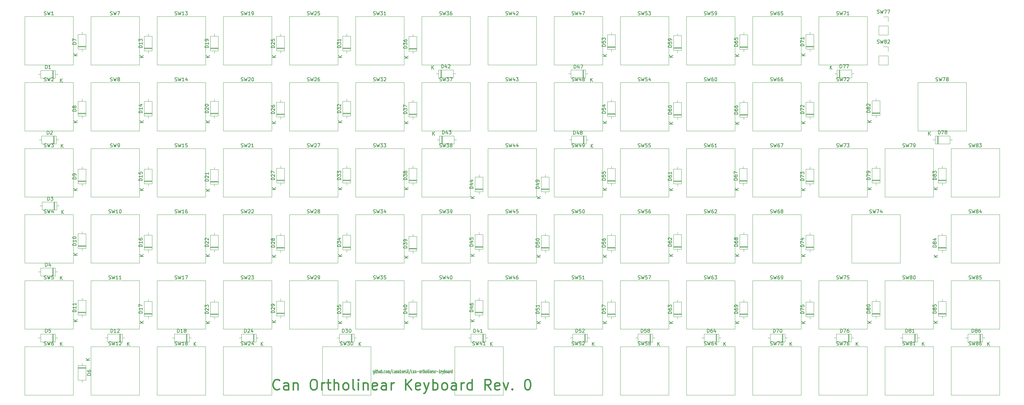
<source format=gbr>
G04 #@! TF.GenerationSoftware,KiCad,Pcbnew,(5.1.6-0-10_14)*
G04 #@! TF.CreationDate,2020-07-14T21:26:00+02:00*
G04 #@! TF.ProjectId,can-ortholinear-keyboard,63616e2d-6f72-4746-986f-6c696e656172,0.1*
G04 #@! TF.SameCoordinates,Original*
G04 #@! TF.FileFunction,Legend,Top*
G04 #@! TF.FilePolarity,Positive*
%FSLAX46Y46*%
G04 Gerber Fmt 4.6, Leading zero omitted, Abs format (unit mm)*
G04 Created by KiCad (PCBNEW (5.1.6-0-10_14)) date 2020-07-14 21:26:00*
%MOMM*%
%LPD*%
G01*
G04 APERTURE LIST*
%ADD10C,0.150000*%
%ADD11C,0.450000*%
%ADD12C,0.120000*%
G04 APERTURE END LIST*
D10*
X142457285Y-136310714D02*
X142457285Y-137120238D01*
X142428714Y-137215476D01*
X142400142Y-137263095D01*
X142343000Y-137310714D01*
X142257285Y-137310714D01*
X142200142Y-137263095D01*
X142457285Y-136929761D02*
X142400142Y-136977380D01*
X142285857Y-136977380D01*
X142228714Y-136929761D01*
X142200142Y-136882142D01*
X142171571Y-136786904D01*
X142171571Y-136501190D01*
X142200142Y-136405952D01*
X142228714Y-136358333D01*
X142285857Y-136310714D01*
X142400142Y-136310714D01*
X142457285Y-136358333D01*
X142743000Y-136977380D02*
X142743000Y-136310714D01*
X142743000Y-135977380D02*
X142714428Y-136025000D01*
X142743000Y-136072619D01*
X142771571Y-136025000D01*
X142743000Y-135977380D01*
X142743000Y-136072619D01*
X142943000Y-136310714D02*
X143171571Y-136310714D01*
X143028714Y-135977380D02*
X143028714Y-136834523D01*
X143057285Y-136929761D01*
X143114428Y-136977380D01*
X143171571Y-136977380D01*
X143371571Y-136977380D02*
X143371571Y-135977380D01*
X143628714Y-136977380D02*
X143628714Y-136453571D01*
X143600142Y-136358333D01*
X143543000Y-136310714D01*
X143457285Y-136310714D01*
X143400142Y-136358333D01*
X143371571Y-136405952D01*
X144171571Y-136310714D02*
X144171571Y-136977380D01*
X143914428Y-136310714D02*
X143914428Y-136834523D01*
X143943000Y-136929761D01*
X144000142Y-136977380D01*
X144085857Y-136977380D01*
X144143000Y-136929761D01*
X144171571Y-136882142D01*
X144457285Y-136977380D02*
X144457285Y-135977380D01*
X144457285Y-136358333D02*
X144514428Y-136310714D01*
X144628714Y-136310714D01*
X144685857Y-136358333D01*
X144714428Y-136405952D01*
X144743000Y-136501190D01*
X144743000Y-136786904D01*
X144714428Y-136882142D01*
X144685857Y-136929761D01*
X144628714Y-136977380D01*
X144514428Y-136977380D01*
X144457285Y-136929761D01*
X145000142Y-136882142D02*
X145028714Y-136929761D01*
X145000142Y-136977380D01*
X144971571Y-136929761D01*
X145000142Y-136882142D01*
X145000142Y-136977380D01*
X145543000Y-136929761D02*
X145485857Y-136977380D01*
X145371571Y-136977380D01*
X145314428Y-136929761D01*
X145285857Y-136882142D01*
X145257285Y-136786904D01*
X145257285Y-136501190D01*
X145285857Y-136405952D01*
X145314428Y-136358333D01*
X145371571Y-136310714D01*
X145485857Y-136310714D01*
X145543000Y-136358333D01*
X145885857Y-136977380D02*
X145828714Y-136929761D01*
X145800142Y-136882142D01*
X145771571Y-136786904D01*
X145771571Y-136501190D01*
X145800142Y-136405952D01*
X145828714Y-136358333D01*
X145885857Y-136310714D01*
X145971571Y-136310714D01*
X146028714Y-136358333D01*
X146057285Y-136405952D01*
X146085857Y-136501190D01*
X146085857Y-136786904D01*
X146057285Y-136882142D01*
X146028714Y-136929761D01*
X145971571Y-136977380D01*
X145885857Y-136977380D01*
X146343000Y-136977380D02*
X146343000Y-136310714D01*
X146343000Y-136405952D02*
X146371571Y-136358333D01*
X146428714Y-136310714D01*
X146514428Y-136310714D01*
X146571571Y-136358333D01*
X146600142Y-136453571D01*
X146600142Y-136977380D01*
X146600142Y-136453571D02*
X146628714Y-136358333D01*
X146685857Y-136310714D01*
X146771571Y-136310714D01*
X146828714Y-136358333D01*
X146857285Y-136453571D01*
X146857285Y-136977380D01*
X147571571Y-135929761D02*
X147057285Y-137215476D01*
X148028714Y-136929761D02*
X147971571Y-136977380D01*
X147857285Y-136977380D01*
X147800142Y-136929761D01*
X147771571Y-136882142D01*
X147743000Y-136786904D01*
X147743000Y-136501190D01*
X147771571Y-136405952D01*
X147800142Y-136358333D01*
X147857285Y-136310714D01*
X147971571Y-136310714D01*
X148028714Y-136358333D01*
X148543000Y-136977380D02*
X148543000Y-136453571D01*
X148514428Y-136358333D01*
X148457285Y-136310714D01*
X148343000Y-136310714D01*
X148285857Y-136358333D01*
X148543000Y-136929761D02*
X148485857Y-136977380D01*
X148343000Y-136977380D01*
X148285857Y-136929761D01*
X148257285Y-136834523D01*
X148257285Y-136739285D01*
X148285857Y-136644047D01*
X148343000Y-136596428D01*
X148485857Y-136596428D01*
X148543000Y-136548809D01*
X148828714Y-136310714D02*
X148828714Y-136977380D01*
X148828714Y-136405952D02*
X148857285Y-136358333D01*
X148914428Y-136310714D01*
X149000142Y-136310714D01*
X149057285Y-136358333D01*
X149085857Y-136453571D01*
X149085857Y-136977380D01*
X149628714Y-136977380D02*
X149628714Y-136453571D01*
X149600142Y-136358333D01*
X149543000Y-136310714D01*
X149428714Y-136310714D01*
X149371571Y-136358333D01*
X149628714Y-136929761D02*
X149571571Y-136977380D01*
X149428714Y-136977380D01*
X149371571Y-136929761D01*
X149343000Y-136834523D01*
X149343000Y-136739285D01*
X149371571Y-136644047D01*
X149428714Y-136596428D01*
X149571571Y-136596428D01*
X149628714Y-136548809D01*
X149914428Y-136977380D02*
X149914428Y-135977380D01*
X149971571Y-136596428D02*
X150143000Y-136977380D01*
X150143000Y-136310714D02*
X149914428Y-136691666D01*
X150400142Y-136310714D02*
X150400142Y-136977380D01*
X150400142Y-136405952D02*
X150428714Y-136358333D01*
X150485857Y-136310714D01*
X150571571Y-136310714D01*
X150628714Y-136358333D01*
X150657285Y-136453571D01*
X150657285Y-136977380D01*
X151171571Y-136929761D02*
X151114428Y-136977380D01*
X151000142Y-136977380D01*
X150943000Y-136929761D01*
X150914428Y-136834523D01*
X150914428Y-136453571D01*
X150943000Y-136358333D01*
X151000142Y-136310714D01*
X151114428Y-136310714D01*
X151171571Y-136358333D01*
X151200142Y-136453571D01*
X151200142Y-136548809D01*
X150914428Y-136644047D01*
X151428714Y-136929761D02*
X151485857Y-136977380D01*
X151600142Y-136977380D01*
X151657285Y-136929761D01*
X151685857Y-136834523D01*
X151685857Y-136786904D01*
X151657285Y-136691666D01*
X151600142Y-136644047D01*
X151514428Y-136644047D01*
X151457285Y-136596428D01*
X151428714Y-136501190D01*
X151428714Y-136453571D01*
X151457285Y-136358333D01*
X151514428Y-136310714D01*
X151600142Y-136310714D01*
X151657285Y-136358333D01*
X151943000Y-136977380D02*
X151943000Y-136310714D01*
X151943000Y-135977380D02*
X151914428Y-136025000D01*
X151943000Y-136072619D01*
X151971571Y-136025000D01*
X151943000Y-135977380D01*
X151943000Y-136072619D01*
X152314428Y-136977380D02*
X152257285Y-136929761D01*
X152228714Y-136834523D01*
X152228714Y-135977380D01*
X152971571Y-135929761D02*
X152457285Y-137215476D01*
X153428714Y-136929761D02*
X153371571Y-136977380D01*
X153257285Y-136977380D01*
X153200142Y-136929761D01*
X153171571Y-136882142D01*
X153143000Y-136786904D01*
X153143000Y-136501190D01*
X153171571Y-136405952D01*
X153200142Y-136358333D01*
X153257285Y-136310714D01*
X153371571Y-136310714D01*
X153428714Y-136358333D01*
X153943000Y-136977380D02*
X153943000Y-136453571D01*
X153914428Y-136358333D01*
X153857285Y-136310714D01*
X153743000Y-136310714D01*
X153685857Y-136358333D01*
X153943000Y-136929761D02*
X153885857Y-136977380D01*
X153743000Y-136977380D01*
X153685857Y-136929761D01*
X153657285Y-136834523D01*
X153657285Y-136739285D01*
X153685857Y-136644047D01*
X153743000Y-136596428D01*
X153885857Y-136596428D01*
X153943000Y-136548809D01*
X154228714Y-136310714D02*
X154228714Y-136977380D01*
X154228714Y-136405952D02*
X154257285Y-136358333D01*
X154314428Y-136310714D01*
X154400142Y-136310714D01*
X154457285Y-136358333D01*
X154485857Y-136453571D01*
X154485857Y-136977380D01*
X154771571Y-136596428D02*
X155228714Y-136596428D01*
X155600142Y-136977380D02*
X155543000Y-136929761D01*
X155514428Y-136882142D01*
X155485857Y-136786904D01*
X155485857Y-136501190D01*
X155514428Y-136405952D01*
X155543000Y-136358333D01*
X155600142Y-136310714D01*
X155685857Y-136310714D01*
X155743000Y-136358333D01*
X155771571Y-136405952D01*
X155800142Y-136501190D01*
X155800142Y-136786904D01*
X155771571Y-136882142D01*
X155743000Y-136929761D01*
X155685857Y-136977380D01*
X155600142Y-136977380D01*
X156057285Y-136977380D02*
X156057285Y-136310714D01*
X156057285Y-136501190D02*
X156085857Y-136405952D01*
X156114428Y-136358333D01*
X156171571Y-136310714D01*
X156228714Y-136310714D01*
X156343000Y-136310714D02*
X156571571Y-136310714D01*
X156428714Y-135977380D02*
X156428714Y-136834523D01*
X156457285Y-136929761D01*
X156514428Y-136977380D01*
X156571571Y-136977380D01*
X156771571Y-136977380D02*
X156771571Y-135977380D01*
X157028714Y-136977380D02*
X157028714Y-136453571D01*
X157000142Y-136358333D01*
X156943000Y-136310714D01*
X156857285Y-136310714D01*
X156800142Y-136358333D01*
X156771571Y-136405952D01*
X157400142Y-136977380D02*
X157343000Y-136929761D01*
X157314428Y-136882142D01*
X157285857Y-136786904D01*
X157285857Y-136501190D01*
X157314428Y-136405952D01*
X157343000Y-136358333D01*
X157400142Y-136310714D01*
X157485857Y-136310714D01*
X157543000Y-136358333D01*
X157571571Y-136405952D01*
X157600142Y-136501190D01*
X157600142Y-136786904D01*
X157571571Y-136882142D01*
X157543000Y-136929761D01*
X157485857Y-136977380D01*
X157400142Y-136977380D01*
X157943000Y-136977380D02*
X157885857Y-136929761D01*
X157857285Y-136834523D01*
X157857285Y-135977380D01*
X158171571Y-136977380D02*
X158171571Y-136310714D01*
X158171571Y-135977380D02*
X158143000Y-136025000D01*
X158171571Y-136072619D01*
X158200142Y-136025000D01*
X158171571Y-135977380D01*
X158171571Y-136072619D01*
X158457285Y-136310714D02*
X158457285Y-136977380D01*
X158457285Y-136405952D02*
X158485857Y-136358333D01*
X158543000Y-136310714D01*
X158628714Y-136310714D01*
X158685857Y-136358333D01*
X158714428Y-136453571D01*
X158714428Y-136977380D01*
X159228714Y-136929761D02*
X159171571Y-136977380D01*
X159057285Y-136977380D01*
X159000142Y-136929761D01*
X158971571Y-136834523D01*
X158971571Y-136453571D01*
X159000142Y-136358333D01*
X159057285Y-136310714D01*
X159171571Y-136310714D01*
X159228714Y-136358333D01*
X159257285Y-136453571D01*
X159257285Y-136548809D01*
X158971571Y-136644047D01*
X159771571Y-136977380D02*
X159771571Y-136453571D01*
X159743000Y-136358333D01*
X159685857Y-136310714D01*
X159571571Y-136310714D01*
X159514428Y-136358333D01*
X159771571Y-136929761D02*
X159714428Y-136977380D01*
X159571571Y-136977380D01*
X159514428Y-136929761D01*
X159485857Y-136834523D01*
X159485857Y-136739285D01*
X159514428Y-136644047D01*
X159571571Y-136596428D01*
X159714428Y-136596428D01*
X159771571Y-136548809D01*
X160057285Y-136977380D02*
X160057285Y-136310714D01*
X160057285Y-136501190D02*
X160085857Y-136405952D01*
X160114428Y-136358333D01*
X160171571Y-136310714D01*
X160228714Y-136310714D01*
X160428714Y-136596428D02*
X160885857Y-136596428D01*
X161171571Y-136977380D02*
X161171571Y-135977380D01*
X161228714Y-136596428D02*
X161400142Y-136977380D01*
X161400142Y-136310714D02*
X161171571Y-136691666D01*
X161885857Y-136929761D02*
X161828714Y-136977380D01*
X161714428Y-136977380D01*
X161657285Y-136929761D01*
X161628714Y-136834523D01*
X161628714Y-136453571D01*
X161657285Y-136358333D01*
X161714428Y-136310714D01*
X161828714Y-136310714D01*
X161885857Y-136358333D01*
X161914428Y-136453571D01*
X161914428Y-136548809D01*
X161628714Y-136644047D01*
X162114428Y-136310714D02*
X162257285Y-136977380D01*
X162400142Y-136310714D02*
X162257285Y-136977380D01*
X162200142Y-137215476D01*
X162171571Y-137263095D01*
X162114428Y-137310714D01*
X162628714Y-136977380D02*
X162628714Y-135977380D01*
X162628714Y-136358333D02*
X162685857Y-136310714D01*
X162800142Y-136310714D01*
X162857285Y-136358333D01*
X162885857Y-136405952D01*
X162914428Y-136501190D01*
X162914428Y-136786904D01*
X162885857Y-136882142D01*
X162857285Y-136929761D01*
X162800142Y-136977380D01*
X162685857Y-136977380D01*
X162628714Y-136929761D01*
X163257285Y-136977380D02*
X163200142Y-136929761D01*
X163171571Y-136882142D01*
X163143000Y-136786904D01*
X163143000Y-136501190D01*
X163171571Y-136405952D01*
X163200142Y-136358333D01*
X163257285Y-136310714D01*
X163343000Y-136310714D01*
X163400142Y-136358333D01*
X163428714Y-136405952D01*
X163457285Y-136501190D01*
X163457285Y-136786904D01*
X163428714Y-136882142D01*
X163400142Y-136929761D01*
X163343000Y-136977380D01*
X163257285Y-136977380D01*
X163971571Y-136977380D02*
X163971571Y-136453571D01*
X163943000Y-136358333D01*
X163885857Y-136310714D01*
X163771571Y-136310714D01*
X163714428Y-136358333D01*
X163971571Y-136929761D02*
X163914428Y-136977380D01*
X163771571Y-136977380D01*
X163714428Y-136929761D01*
X163685857Y-136834523D01*
X163685857Y-136739285D01*
X163714428Y-136644047D01*
X163771571Y-136596428D01*
X163914428Y-136596428D01*
X163971571Y-136548809D01*
X164257285Y-136977380D02*
X164257285Y-136310714D01*
X164257285Y-136501190D02*
X164285857Y-136405952D01*
X164314428Y-136358333D01*
X164371571Y-136310714D01*
X164428714Y-136310714D01*
X164885857Y-136977380D02*
X164885857Y-135977380D01*
X164885857Y-136929761D02*
X164828714Y-136977380D01*
X164714428Y-136977380D01*
X164657285Y-136929761D01*
X164628714Y-136882142D01*
X164600142Y-136786904D01*
X164600142Y-136501190D01*
X164628714Y-136405952D01*
X164657285Y-136358333D01*
X164714428Y-136310714D01*
X164828714Y-136310714D01*
X164885857Y-136358333D01*
D11*
X115153714Y-141533428D02*
X115010857Y-141676285D01*
X114582285Y-141819142D01*
X114296571Y-141819142D01*
X113867999Y-141676285D01*
X113582285Y-141390571D01*
X113439428Y-141104857D01*
X113296571Y-140533428D01*
X113296571Y-140104857D01*
X113439428Y-139533428D01*
X113582285Y-139247714D01*
X113867999Y-138962000D01*
X114296571Y-138819142D01*
X114582285Y-138819142D01*
X115010857Y-138962000D01*
X115153714Y-139104857D01*
X117725142Y-141819142D02*
X117725142Y-140247714D01*
X117582285Y-139962000D01*
X117296571Y-139819142D01*
X116725142Y-139819142D01*
X116439428Y-139962000D01*
X117725142Y-141676285D02*
X117439428Y-141819142D01*
X116725142Y-141819142D01*
X116439428Y-141676285D01*
X116296571Y-141390571D01*
X116296571Y-141104857D01*
X116439428Y-140819142D01*
X116725142Y-140676285D01*
X117439428Y-140676285D01*
X117725142Y-140533428D01*
X119153714Y-139819142D02*
X119153714Y-141819142D01*
X119153714Y-140104857D02*
X119296571Y-139962000D01*
X119582285Y-139819142D01*
X120010857Y-139819142D01*
X120296571Y-139962000D01*
X120439428Y-140247714D01*
X120439428Y-141819142D01*
X124725142Y-138819142D02*
X125296571Y-138819142D01*
X125582285Y-138962000D01*
X125867999Y-139247714D01*
X126010857Y-139819142D01*
X126010857Y-140819142D01*
X125867999Y-141390571D01*
X125582285Y-141676285D01*
X125296571Y-141819142D01*
X124725142Y-141819142D01*
X124439428Y-141676285D01*
X124153714Y-141390571D01*
X124010857Y-140819142D01*
X124010857Y-139819142D01*
X124153714Y-139247714D01*
X124439428Y-138962000D01*
X124725142Y-138819142D01*
X127296571Y-141819142D02*
X127296571Y-139819142D01*
X127296571Y-140390571D02*
X127439428Y-140104857D01*
X127582285Y-139962000D01*
X127867999Y-139819142D01*
X128153714Y-139819142D01*
X128725142Y-139819142D02*
X129867999Y-139819142D01*
X129153714Y-138819142D02*
X129153714Y-141390571D01*
X129296571Y-141676285D01*
X129582285Y-141819142D01*
X129867999Y-141819142D01*
X130867999Y-141819142D02*
X130867999Y-138819142D01*
X132153714Y-141819142D02*
X132153714Y-140247714D01*
X132010857Y-139962000D01*
X131725142Y-139819142D01*
X131296571Y-139819142D01*
X131010857Y-139962000D01*
X130867999Y-140104857D01*
X134010857Y-141819142D02*
X133725142Y-141676285D01*
X133582285Y-141533428D01*
X133439428Y-141247714D01*
X133439428Y-140390571D01*
X133582285Y-140104857D01*
X133725142Y-139962000D01*
X134010857Y-139819142D01*
X134439428Y-139819142D01*
X134725142Y-139962000D01*
X134867999Y-140104857D01*
X135010857Y-140390571D01*
X135010857Y-141247714D01*
X134867999Y-141533428D01*
X134725142Y-141676285D01*
X134439428Y-141819142D01*
X134010857Y-141819142D01*
X136725142Y-141819142D02*
X136439428Y-141676285D01*
X136296571Y-141390571D01*
X136296571Y-138819142D01*
X137867999Y-141819142D02*
X137867999Y-139819142D01*
X137867999Y-138819142D02*
X137725142Y-138962000D01*
X137867999Y-139104857D01*
X138010857Y-138962000D01*
X137867999Y-138819142D01*
X137867999Y-139104857D01*
X139296571Y-139819142D02*
X139296571Y-141819142D01*
X139296571Y-140104857D02*
X139439428Y-139962000D01*
X139725142Y-139819142D01*
X140153714Y-139819142D01*
X140439428Y-139962000D01*
X140582285Y-140247714D01*
X140582285Y-141819142D01*
X143153714Y-141676285D02*
X142867999Y-141819142D01*
X142296571Y-141819142D01*
X142010857Y-141676285D01*
X141867999Y-141390571D01*
X141867999Y-140247714D01*
X142010857Y-139962000D01*
X142296571Y-139819142D01*
X142867999Y-139819142D01*
X143153714Y-139962000D01*
X143296571Y-140247714D01*
X143296571Y-140533428D01*
X141867999Y-140819142D01*
X145867999Y-141819142D02*
X145867999Y-140247714D01*
X145725142Y-139962000D01*
X145439428Y-139819142D01*
X144867999Y-139819142D01*
X144582285Y-139962000D01*
X145867999Y-141676285D02*
X145582285Y-141819142D01*
X144867999Y-141819142D01*
X144582285Y-141676285D01*
X144439428Y-141390571D01*
X144439428Y-141104857D01*
X144582285Y-140819142D01*
X144867999Y-140676285D01*
X145582285Y-140676285D01*
X145867999Y-140533428D01*
X147296571Y-141819142D02*
X147296571Y-139819142D01*
X147296571Y-140390571D02*
X147439428Y-140104857D01*
X147582285Y-139962000D01*
X147867999Y-139819142D01*
X148153714Y-139819142D01*
X151439428Y-141819142D02*
X151439428Y-138819142D01*
X153153714Y-141819142D02*
X151867999Y-140104857D01*
X153153714Y-138819142D02*
X151439428Y-140533428D01*
X155582285Y-141676285D02*
X155296571Y-141819142D01*
X154725142Y-141819142D01*
X154439428Y-141676285D01*
X154296571Y-141390571D01*
X154296571Y-140247714D01*
X154439428Y-139962000D01*
X154725142Y-139819142D01*
X155296571Y-139819142D01*
X155582285Y-139962000D01*
X155725142Y-140247714D01*
X155725142Y-140533428D01*
X154296571Y-140819142D01*
X156725142Y-139819142D02*
X157439428Y-141819142D01*
X158153714Y-139819142D02*
X157439428Y-141819142D01*
X157153714Y-142533428D01*
X157010857Y-142676285D01*
X156725142Y-142819142D01*
X159296571Y-141819142D02*
X159296571Y-138819142D01*
X159296571Y-139962000D02*
X159582285Y-139819142D01*
X160153714Y-139819142D01*
X160439428Y-139962000D01*
X160582285Y-140104857D01*
X160725142Y-140390571D01*
X160725142Y-141247714D01*
X160582285Y-141533428D01*
X160439428Y-141676285D01*
X160153714Y-141819142D01*
X159582285Y-141819142D01*
X159296571Y-141676285D01*
X162439428Y-141819142D02*
X162153714Y-141676285D01*
X162010857Y-141533428D01*
X161867999Y-141247714D01*
X161867999Y-140390571D01*
X162010857Y-140104857D01*
X162153714Y-139962000D01*
X162439428Y-139819142D01*
X162867999Y-139819142D01*
X163153714Y-139962000D01*
X163296571Y-140104857D01*
X163439428Y-140390571D01*
X163439428Y-141247714D01*
X163296571Y-141533428D01*
X163153714Y-141676285D01*
X162867999Y-141819142D01*
X162439428Y-141819142D01*
X166010857Y-141819142D02*
X166010857Y-140247714D01*
X165867999Y-139962000D01*
X165582285Y-139819142D01*
X165010857Y-139819142D01*
X164725142Y-139962000D01*
X166010857Y-141676285D02*
X165725142Y-141819142D01*
X165010857Y-141819142D01*
X164725142Y-141676285D01*
X164582285Y-141390571D01*
X164582285Y-141104857D01*
X164725142Y-140819142D01*
X165010857Y-140676285D01*
X165725142Y-140676285D01*
X166010857Y-140533428D01*
X167439428Y-141819142D02*
X167439428Y-139819142D01*
X167439428Y-140390571D02*
X167582285Y-140104857D01*
X167725142Y-139962000D01*
X168010857Y-139819142D01*
X168296571Y-139819142D01*
X170582285Y-141819142D02*
X170582285Y-138819142D01*
X170582285Y-141676285D02*
X170296571Y-141819142D01*
X169725142Y-141819142D01*
X169439428Y-141676285D01*
X169296571Y-141533428D01*
X169153714Y-141247714D01*
X169153714Y-140390571D01*
X169296571Y-140104857D01*
X169439428Y-139962000D01*
X169725142Y-139819142D01*
X170296571Y-139819142D01*
X170582285Y-139962000D01*
X176010857Y-141819142D02*
X175010857Y-140390571D01*
X174296571Y-141819142D02*
X174296571Y-138819142D01*
X175439428Y-138819142D01*
X175725142Y-138962000D01*
X175867999Y-139104857D01*
X176010857Y-139390571D01*
X176010857Y-139819142D01*
X175867999Y-140104857D01*
X175725142Y-140247714D01*
X175439428Y-140390571D01*
X174296571Y-140390571D01*
X178439428Y-141676285D02*
X178153714Y-141819142D01*
X177582285Y-141819142D01*
X177296571Y-141676285D01*
X177153714Y-141390571D01*
X177153714Y-140247714D01*
X177296571Y-139962000D01*
X177582285Y-139819142D01*
X178153714Y-139819142D01*
X178439428Y-139962000D01*
X178582285Y-140247714D01*
X178582285Y-140533428D01*
X177153714Y-140819142D01*
X179582285Y-139819142D02*
X180296571Y-141819142D01*
X181010857Y-139819142D01*
X182153714Y-141533428D02*
X182296571Y-141676285D01*
X182153714Y-141819142D01*
X182010857Y-141676285D01*
X182153714Y-141533428D01*
X182153714Y-141819142D01*
X186439428Y-138819142D02*
X186725142Y-138819142D01*
X187010857Y-138962000D01*
X187153714Y-139104857D01*
X187296571Y-139390571D01*
X187439428Y-139962000D01*
X187439428Y-140676285D01*
X187296571Y-141247714D01*
X187153714Y-141533428D01*
X187010857Y-141676285D01*
X186725142Y-141819142D01*
X186439428Y-141819142D01*
X186153714Y-141676285D01*
X186010857Y-141533428D01*
X185868000Y-141247714D01*
X185725142Y-140676285D01*
X185725142Y-139962000D01*
X185868000Y-139390571D01*
X186010857Y-139104857D01*
X186153714Y-138962000D01*
X186439428Y-138819142D01*
D12*
X156083000Y-53213000D02*
X170053000Y-53213000D01*
X170053000Y-53213000D02*
X170053000Y-67183000D01*
X170053000Y-67183000D02*
X156083000Y-67183000D01*
X156083000Y-67183000D02*
X156083000Y-53213000D01*
X279908000Y-91313000D02*
X293878000Y-91313000D01*
X293878000Y-91313000D02*
X293878000Y-105283000D01*
X293878000Y-105283000D02*
X279908000Y-105283000D01*
X279908000Y-105283000D02*
X279908000Y-91313000D01*
X270383000Y-72263000D02*
X284353000Y-72263000D01*
X284353000Y-72263000D02*
X284353000Y-86233000D01*
X284353000Y-86233000D02*
X270383000Y-86233000D01*
X270383000Y-86233000D02*
X270383000Y-72263000D01*
X308483000Y-129413000D02*
X322453000Y-129413000D01*
X322453000Y-129413000D02*
X322453000Y-143383000D01*
X322453000Y-143383000D02*
X308483000Y-143383000D01*
X308483000Y-143383000D02*
X308483000Y-129413000D01*
X308483000Y-110363000D02*
X322453000Y-110363000D01*
X322453000Y-110363000D02*
X322453000Y-124333000D01*
X322453000Y-124333000D02*
X308483000Y-124333000D01*
X308483000Y-124333000D02*
X308483000Y-110363000D01*
X308483000Y-91313000D02*
X322453000Y-91313000D01*
X322453000Y-91313000D02*
X322453000Y-105283000D01*
X322453000Y-105283000D02*
X308483000Y-105283000D01*
X308483000Y-105283000D02*
X308483000Y-91313000D01*
X308483000Y-72263000D02*
X322453000Y-72263000D01*
X322453000Y-72263000D02*
X322453000Y-86233000D01*
X322453000Y-86233000D02*
X308483000Y-86233000D01*
X308483000Y-86233000D02*
X308483000Y-72263000D01*
X287722000Y-45466000D02*
X290382000Y-45466000D01*
X287722000Y-45466000D02*
X287722000Y-48066000D01*
X287722000Y-48066000D02*
X290382000Y-48066000D01*
X290382000Y-45466000D02*
X290382000Y-48066000D01*
X290382000Y-42866000D02*
X290382000Y-44196000D01*
X289052000Y-42866000D02*
X290382000Y-42866000D01*
X289433000Y-129413000D02*
X303403000Y-129413000D01*
X303403000Y-129413000D02*
X303403000Y-143383000D01*
X303403000Y-143383000D02*
X289433000Y-143383000D01*
X289433000Y-143383000D02*
X289433000Y-129413000D01*
X289433000Y-110363000D02*
X303403000Y-110363000D01*
X303403000Y-110363000D02*
X303403000Y-124333000D01*
X303403000Y-124333000D02*
X289433000Y-124333000D01*
X289433000Y-124333000D02*
X289433000Y-110363000D01*
X289433000Y-72263000D02*
X303403000Y-72263000D01*
X303403000Y-72263000D02*
X303403000Y-86233000D01*
X303403000Y-86233000D02*
X289433000Y-86233000D01*
X289433000Y-86233000D02*
X289433000Y-72263000D01*
X298958000Y-53213000D02*
X312928000Y-53213000D01*
X312928000Y-53213000D02*
X312928000Y-67183000D01*
X312928000Y-67183000D02*
X298958000Y-67183000D01*
X298958000Y-67183000D02*
X298958000Y-53213000D01*
X287722000Y-36830000D02*
X290382000Y-36830000D01*
X287722000Y-36830000D02*
X287722000Y-39430000D01*
X287722000Y-39430000D02*
X290382000Y-39430000D01*
X290382000Y-36830000D02*
X290382000Y-39430000D01*
X290382000Y-34230000D02*
X290382000Y-35560000D01*
X289052000Y-34230000D02*
X290382000Y-34230000D01*
X270383000Y-129413000D02*
X284353000Y-129413000D01*
X284353000Y-129413000D02*
X284353000Y-143383000D01*
X284353000Y-143383000D02*
X270383000Y-143383000D01*
X270383000Y-143383000D02*
X270383000Y-129413000D01*
X270383000Y-110363000D02*
X284353000Y-110363000D01*
X284353000Y-110363000D02*
X284353000Y-124333000D01*
X284353000Y-124333000D02*
X270383000Y-124333000D01*
X270383000Y-124333000D02*
X270383000Y-110363000D01*
X270383000Y-53213000D02*
X284353000Y-53213000D01*
X284353000Y-53213000D02*
X284353000Y-67183000D01*
X284353000Y-67183000D02*
X270383000Y-67183000D01*
X270383000Y-67183000D02*
X270383000Y-53213000D01*
X270383000Y-34163000D02*
X284353000Y-34163000D01*
X284353000Y-34163000D02*
X284353000Y-48133000D01*
X284353000Y-48133000D02*
X270383000Y-48133000D01*
X270383000Y-48133000D02*
X270383000Y-34163000D01*
X251333000Y-129413000D02*
X265303000Y-129413000D01*
X265303000Y-129413000D02*
X265303000Y-143383000D01*
X265303000Y-143383000D02*
X251333000Y-143383000D01*
X251333000Y-143383000D02*
X251333000Y-129413000D01*
X251333000Y-110363000D02*
X265303000Y-110363000D01*
X265303000Y-110363000D02*
X265303000Y-124333000D01*
X265303000Y-124333000D02*
X251333000Y-124333000D01*
X251333000Y-124333000D02*
X251333000Y-110363000D01*
X251333000Y-91313000D02*
X265303000Y-91313000D01*
X265303000Y-91313000D02*
X265303000Y-105283000D01*
X265303000Y-105283000D02*
X251333000Y-105283000D01*
X251333000Y-105283000D02*
X251333000Y-91313000D01*
X251333000Y-72263000D02*
X265303000Y-72263000D01*
X265303000Y-72263000D02*
X265303000Y-86233000D01*
X265303000Y-86233000D02*
X251333000Y-86233000D01*
X251333000Y-86233000D02*
X251333000Y-72263000D01*
X251333000Y-53213000D02*
X265303000Y-53213000D01*
X265303000Y-53213000D02*
X265303000Y-67183000D01*
X265303000Y-67183000D02*
X251333000Y-67183000D01*
X251333000Y-67183000D02*
X251333000Y-53213000D01*
X251333000Y-34163000D02*
X265303000Y-34163000D01*
X265303000Y-34163000D02*
X265303000Y-48133000D01*
X265303000Y-48133000D02*
X251333000Y-48133000D01*
X251333000Y-48133000D02*
X251333000Y-34163000D01*
X232283000Y-129413000D02*
X246253000Y-129413000D01*
X246253000Y-129413000D02*
X246253000Y-143383000D01*
X246253000Y-143383000D02*
X232283000Y-143383000D01*
X232283000Y-143383000D02*
X232283000Y-129413000D01*
X232283000Y-110363000D02*
X246253000Y-110363000D01*
X246253000Y-110363000D02*
X246253000Y-124333000D01*
X246253000Y-124333000D02*
X232283000Y-124333000D01*
X232283000Y-124333000D02*
X232283000Y-110363000D01*
X232283000Y-91313000D02*
X246253000Y-91313000D01*
X246253000Y-91313000D02*
X246253000Y-105283000D01*
X246253000Y-105283000D02*
X232283000Y-105283000D01*
X232283000Y-105283000D02*
X232283000Y-91313000D01*
X232283000Y-72263000D02*
X246253000Y-72263000D01*
X246253000Y-72263000D02*
X246253000Y-86233000D01*
X246253000Y-86233000D02*
X232283000Y-86233000D01*
X232283000Y-86233000D02*
X232283000Y-72263000D01*
X232283000Y-53213000D02*
X246253000Y-53213000D01*
X246253000Y-53213000D02*
X246253000Y-67183000D01*
X246253000Y-67183000D02*
X232283000Y-67183000D01*
X232283000Y-67183000D02*
X232283000Y-53213000D01*
X232283000Y-34163000D02*
X246253000Y-34163000D01*
X246253000Y-34163000D02*
X246253000Y-48133000D01*
X246253000Y-48133000D02*
X232283000Y-48133000D01*
X232283000Y-48133000D02*
X232283000Y-34163000D01*
X213233000Y-129413000D02*
X227203000Y-129413000D01*
X227203000Y-129413000D02*
X227203000Y-143383000D01*
X227203000Y-143383000D02*
X213233000Y-143383000D01*
X213233000Y-143383000D02*
X213233000Y-129413000D01*
X213233000Y-110363000D02*
X227203000Y-110363000D01*
X227203000Y-110363000D02*
X227203000Y-124333000D01*
X227203000Y-124333000D02*
X213233000Y-124333000D01*
X213233000Y-124333000D02*
X213233000Y-110363000D01*
X213233000Y-91313000D02*
X227203000Y-91313000D01*
X227203000Y-91313000D02*
X227203000Y-105283000D01*
X227203000Y-105283000D02*
X213233000Y-105283000D01*
X213233000Y-105283000D02*
X213233000Y-91313000D01*
X213233000Y-72263000D02*
X227203000Y-72263000D01*
X227203000Y-72263000D02*
X227203000Y-86233000D01*
X227203000Y-86233000D02*
X213233000Y-86233000D01*
X213233000Y-86233000D02*
X213233000Y-72263000D01*
X213233000Y-53213000D02*
X227203000Y-53213000D01*
X227203000Y-53213000D02*
X227203000Y-67183000D01*
X227203000Y-67183000D02*
X213233000Y-67183000D01*
X213233000Y-67183000D02*
X213233000Y-53213000D01*
X213233000Y-34163000D02*
X227203000Y-34163000D01*
X227203000Y-34163000D02*
X227203000Y-48133000D01*
X227203000Y-48133000D02*
X213233000Y-48133000D01*
X213233000Y-48133000D02*
X213233000Y-34163000D01*
X194183000Y-129413000D02*
X208153000Y-129413000D01*
X208153000Y-129413000D02*
X208153000Y-143383000D01*
X208153000Y-143383000D02*
X194183000Y-143383000D01*
X194183000Y-143383000D02*
X194183000Y-129413000D01*
X194183000Y-110363000D02*
X208153000Y-110363000D01*
X208153000Y-110363000D02*
X208153000Y-124333000D01*
X208153000Y-124333000D02*
X194183000Y-124333000D01*
X194183000Y-124333000D02*
X194183000Y-110363000D01*
X194183000Y-91313000D02*
X208153000Y-91313000D01*
X208153000Y-91313000D02*
X208153000Y-105283000D01*
X208153000Y-105283000D02*
X194183000Y-105283000D01*
X194183000Y-105283000D02*
X194183000Y-91313000D01*
X194183000Y-72263000D02*
X208153000Y-72263000D01*
X208153000Y-72263000D02*
X208153000Y-86233000D01*
X208153000Y-86233000D02*
X194183000Y-86233000D01*
X194183000Y-86233000D02*
X194183000Y-72263000D01*
X194183000Y-53213000D02*
X208153000Y-53213000D01*
X208153000Y-53213000D02*
X208153000Y-67183000D01*
X208153000Y-67183000D02*
X194183000Y-67183000D01*
X194183000Y-67183000D02*
X194183000Y-53213000D01*
X194183000Y-34163000D02*
X208153000Y-34163000D01*
X208153000Y-34163000D02*
X208153000Y-48133000D01*
X208153000Y-48133000D02*
X194183000Y-48133000D01*
X194183000Y-48133000D02*
X194183000Y-34163000D01*
X175133000Y-110363000D02*
X189103000Y-110363000D01*
X189103000Y-110363000D02*
X189103000Y-124333000D01*
X189103000Y-124333000D02*
X175133000Y-124333000D01*
X175133000Y-124333000D02*
X175133000Y-110363000D01*
X175133000Y-91313000D02*
X189103000Y-91313000D01*
X189103000Y-91313000D02*
X189103000Y-105283000D01*
X189103000Y-105283000D02*
X175133000Y-105283000D01*
X175133000Y-105283000D02*
X175133000Y-91313000D01*
X175133000Y-72263000D02*
X189103000Y-72263000D01*
X189103000Y-72263000D02*
X189103000Y-86233000D01*
X189103000Y-86233000D02*
X175133000Y-86233000D01*
X175133000Y-86233000D02*
X175133000Y-72263000D01*
X175133000Y-53213000D02*
X189103000Y-53213000D01*
X189103000Y-53213000D02*
X189103000Y-67183000D01*
X189103000Y-67183000D02*
X175133000Y-67183000D01*
X175133000Y-67183000D02*
X175133000Y-53213000D01*
X175133000Y-34163000D02*
X189103000Y-34163000D01*
X189103000Y-34163000D02*
X189103000Y-48133000D01*
X189103000Y-48133000D02*
X175133000Y-48133000D01*
X175133000Y-48133000D02*
X175133000Y-34163000D01*
X165608000Y-129413000D02*
X179578000Y-129413000D01*
X179578000Y-129413000D02*
X179578000Y-143383000D01*
X179578000Y-143383000D02*
X165608000Y-143383000D01*
X165608000Y-143383000D02*
X165608000Y-129413000D01*
X156083000Y-110363000D02*
X170053000Y-110363000D01*
X170053000Y-110363000D02*
X170053000Y-124333000D01*
X170053000Y-124333000D02*
X156083000Y-124333000D01*
X156083000Y-124333000D02*
X156083000Y-110363000D01*
X156083000Y-91313000D02*
X170053000Y-91313000D01*
X170053000Y-91313000D02*
X170053000Y-105283000D01*
X170053000Y-105283000D02*
X156083000Y-105283000D01*
X156083000Y-105283000D02*
X156083000Y-91313000D01*
X156083000Y-72263000D02*
X170053000Y-72263000D01*
X170053000Y-72263000D02*
X170053000Y-86233000D01*
X170053000Y-86233000D02*
X156083000Y-86233000D01*
X156083000Y-86233000D02*
X156083000Y-72263000D01*
X156083000Y-34163000D02*
X170053000Y-34163000D01*
X170053000Y-34163000D02*
X170053000Y-48133000D01*
X170053000Y-48133000D02*
X156083000Y-48133000D01*
X156083000Y-48133000D02*
X156083000Y-34163000D01*
X137033000Y-110363000D02*
X151003000Y-110363000D01*
X151003000Y-110363000D02*
X151003000Y-124333000D01*
X151003000Y-124333000D02*
X137033000Y-124333000D01*
X137033000Y-124333000D02*
X137033000Y-110363000D01*
X137033000Y-91313000D02*
X151003000Y-91313000D01*
X151003000Y-91313000D02*
X151003000Y-105283000D01*
X151003000Y-105283000D02*
X137033000Y-105283000D01*
X137033000Y-105283000D02*
X137033000Y-91313000D01*
X137033000Y-72263000D02*
X151003000Y-72263000D01*
X151003000Y-72263000D02*
X151003000Y-86233000D01*
X151003000Y-86233000D02*
X137033000Y-86233000D01*
X137033000Y-86233000D02*
X137033000Y-72263000D01*
X137033000Y-53213000D02*
X151003000Y-53213000D01*
X151003000Y-53213000D02*
X151003000Y-67183000D01*
X151003000Y-67183000D02*
X137033000Y-67183000D01*
X137033000Y-67183000D02*
X137033000Y-53213000D01*
X137033000Y-34163000D02*
X151003000Y-34163000D01*
X151003000Y-34163000D02*
X151003000Y-48133000D01*
X151003000Y-48133000D02*
X137033000Y-48133000D01*
X137033000Y-48133000D02*
X137033000Y-34163000D01*
X127508000Y-129413000D02*
X141478000Y-129413000D01*
X141478000Y-129413000D02*
X141478000Y-143383000D01*
X141478000Y-143383000D02*
X127508000Y-143383000D01*
X127508000Y-143383000D02*
X127508000Y-129413000D01*
X117983000Y-110363000D02*
X131953000Y-110363000D01*
X131953000Y-110363000D02*
X131953000Y-124333000D01*
X131953000Y-124333000D02*
X117983000Y-124333000D01*
X117983000Y-124333000D02*
X117983000Y-110363000D01*
X117983000Y-91313000D02*
X131953000Y-91313000D01*
X131953000Y-91313000D02*
X131953000Y-105283000D01*
X131953000Y-105283000D02*
X117983000Y-105283000D01*
X117983000Y-105283000D02*
X117983000Y-91313000D01*
X117983000Y-72263000D02*
X131953000Y-72263000D01*
X131953000Y-72263000D02*
X131953000Y-86233000D01*
X131953000Y-86233000D02*
X117983000Y-86233000D01*
X117983000Y-86233000D02*
X117983000Y-72263000D01*
X117983000Y-53213000D02*
X131953000Y-53213000D01*
X131953000Y-53213000D02*
X131953000Y-67183000D01*
X131953000Y-67183000D02*
X117983000Y-67183000D01*
X117983000Y-67183000D02*
X117983000Y-53213000D01*
X117983000Y-34163000D02*
X131953000Y-34163000D01*
X131953000Y-34163000D02*
X131953000Y-48133000D01*
X131953000Y-48133000D02*
X117983000Y-48133000D01*
X117983000Y-48133000D02*
X117983000Y-34163000D01*
X98933000Y-129413000D02*
X112903000Y-129413000D01*
X112903000Y-129413000D02*
X112903000Y-143383000D01*
X112903000Y-143383000D02*
X98933000Y-143383000D01*
X98933000Y-143383000D02*
X98933000Y-129413000D01*
X98933000Y-110363000D02*
X112903000Y-110363000D01*
X112903000Y-110363000D02*
X112903000Y-124333000D01*
X112903000Y-124333000D02*
X98933000Y-124333000D01*
X98933000Y-124333000D02*
X98933000Y-110363000D01*
X98933000Y-91313000D02*
X112903000Y-91313000D01*
X112903000Y-91313000D02*
X112903000Y-105283000D01*
X112903000Y-105283000D02*
X98933000Y-105283000D01*
X98933000Y-105283000D02*
X98933000Y-91313000D01*
X98933000Y-72263000D02*
X112903000Y-72263000D01*
X112903000Y-72263000D02*
X112903000Y-86233000D01*
X112903000Y-86233000D02*
X98933000Y-86233000D01*
X98933000Y-86233000D02*
X98933000Y-72263000D01*
X98933000Y-53213000D02*
X112903000Y-53213000D01*
X112903000Y-53213000D02*
X112903000Y-67183000D01*
X112903000Y-67183000D02*
X98933000Y-67183000D01*
X98933000Y-67183000D02*
X98933000Y-53213000D01*
X98933000Y-34163000D02*
X112903000Y-34163000D01*
X112903000Y-34163000D02*
X112903000Y-48133000D01*
X112903000Y-48133000D02*
X98933000Y-48133000D01*
X98933000Y-48133000D02*
X98933000Y-34163000D01*
X79883000Y-129413000D02*
X93853000Y-129413000D01*
X93853000Y-129413000D02*
X93853000Y-143383000D01*
X93853000Y-143383000D02*
X79883000Y-143383000D01*
X79883000Y-143383000D02*
X79883000Y-129413000D01*
X79883000Y-110363000D02*
X93853000Y-110363000D01*
X93853000Y-110363000D02*
X93853000Y-124333000D01*
X93853000Y-124333000D02*
X79883000Y-124333000D01*
X79883000Y-124333000D02*
X79883000Y-110363000D01*
X79883000Y-91313000D02*
X93853000Y-91313000D01*
X93853000Y-91313000D02*
X93853000Y-105283000D01*
X93853000Y-105283000D02*
X79883000Y-105283000D01*
X79883000Y-105283000D02*
X79883000Y-91313000D01*
X79883000Y-72263000D02*
X93853000Y-72263000D01*
X93853000Y-72263000D02*
X93853000Y-86233000D01*
X93853000Y-86233000D02*
X79883000Y-86233000D01*
X79883000Y-86233000D02*
X79883000Y-72263000D01*
X79883000Y-53213000D02*
X93853000Y-53213000D01*
X93853000Y-53213000D02*
X93853000Y-67183000D01*
X93853000Y-67183000D02*
X79883000Y-67183000D01*
X79883000Y-67183000D02*
X79883000Y-53213000D01*
X79883000Y-34163000D02*
X93853000Y-34163000D01*
X93853000Y-34163000D02*
X93853000Y-48133000D01*
X93853000Y-48133000D02*
X79883000Y-48133000D01*
X79883000Y-48133000D02*
X79883000Y-34163000D01*
X60833000Y-129413000D02*
X74803000Y-129413000D01*
X74803000Y-129413000D02*
X74803000Y-143383000D01*
X74803000Y-143383000D02*
X60833000Y-143383000D01*
X60833000Y-143383000D02*
X60833000Y-129413000D01*
X60833000Y-110363000D02*
X74803000Y-110363000D01*
X74803000Y-110363000D02*
X74803000Y-124333000D01*
X74803000Y-124333000D02*
X60833000Y-124333000D01*
X60833000Y-124333000D02*
X60833000Y-110363000D01*
X60833000Y-91313000D02*
X74803000Y-91313000D01*
X74803000Y-91313000D02*
X74803000Y-105283000D01*
X74803000Y-105283000D02*
X60833000Y-105283000D01*
X60833000Y-105283000D02*
X60833000Y-91313000D01*
X60833000Y-72263000D02*
X74803000Y-72263000D01*
X74803000Y-72263000D02*
X74803000Y-86233000D01*
X74803000Y-86233000D02*
X60833000Y-86233000D01*
X60833000Y-86233000D02*
X60833000Y-72263000D01*
X60833000Y-53213000D02*
X74803000Y-53213000D01*
X74803000Y-53213000D02*
X74803000Y-67183000D01*
X74803000Y-67183000D02*
X60833000Y-67183000D01*
X60833000Y-67183000D02*
X60833000Y-53213000D01*
X60833000Y-34163000D02*
X74803000Y-34163000D01*
X74803000Y-34163000D02*
X74803000Y-48133000D01*
X74803000Y-48133000D02*
X60833000Y-48133000D01*
X60833000Y-48133000D02*
X60833000Y-34163000D01*
X41783000Y-129413000D02*
X55753000Y-129413000D01*
X55753000Y-129413000D02*
X55753000Y-143383000D01*
X55753000Y-143383000D02*
X41783000Y-143383000D01*
X41783000Y-143383000D02*
X41783000Y-129413000D01*
X41783000Y-110363000D02*
X55753000Y-110363000D01*
X55753000Y-110363000D02*
X55753000Y-124333000D01*
X55753000Y-124333000D02*
X41783000Y-124333000D01*
X41783000Y-124333000D02*
X41783000Y-110363000D01*
X41783000Y-91313000D02*
X55753000Y-91313000D01*
X55753000Y-91313000D02*
X55753000Y-105283000D01*
X55753000Y-105283000D02*
X41783000Y-105283000D01*
X41783000Y-105283000D02*
X41783000Y-91313000D01*
X41783000Y-72263000D02*
X55753000Y-72263000D01*
X55753000Y-72263000D02*
X55753000Y-86233000D01*
X55753000Y-86233000D02*
X41783000Y-86233000D01*
X41783000Y-86233000D02*
X41783000Y-72263000D01*
X41783000Y-53213000D02*
X55753000Y-53213000D01*
X55753000Y-53213000D02*
X55753000Y-67183000D01*
X55753000Y-67183000D02*
X41783000Y-67183000D01*
X41783000Y-67183000D02*
X41783000Y-53213000D01*
X41783000Y-34163000D02*
X55753000Y-34163000D01*
X55753000Y-34163000D02*
X55753000Y-48133000D01*
X55753000Y-48133000D02*
X41783000Y-48133000D01*
X41783000Y-48133000D02*
X41783000Y-34163000D01*
X317588000Y-127993000D02*
X317588000Y-125753000D01*
X317588000Y-125753000D02*
X313348000Y-125753000D01*
X313348000Y-125753000D02*
X313348000Y-127993000D01*
X313348000Y-127993000D02*
X317588000Y-127993000D01*
X318238000Y-126873000D02*
X317588000Y-126873000D01*
X312698000Y-126873000D02*
X313348000Y-126873000D01*
X316868000Y-127993000D02*
X316868000Y-125753000D01*
X316748000Y-127993000D02*
X316748000Y-125753000D01*
X316988000Y-127993000D02*
X316988000Y-125753000D01*
X304823000Y-120611000D02*
X307063000Y-120611000D01*
X307063000Y-120611000D02*
X307063000Y-116371000D01*
X307063000Y-116371000D02*
X304823000Y-116371000D01*
X304823000Y-116371000D02*
X304823000Y-120611000D01*
X305943000Y-121261000D02*
X305943000Y-120611000D01*
X305943000Y-115721000D02*
X305943000Y-116371000D01*
X304823000Y-119891000D02*
X307063000Y-119891000D01*
X304823000Y-119771000D02*
X307063000Y-119771000D01*
X304823000Y-120011000D02*
X307063000Y-120011000D01*
X304823000Y-101561000D02*
X307063000Y-101561000D01*
X307063000Y-101561000D02*
X307063000Y-97321000D01*
X307063000Y-97321000D02*
X304823000Y-97321000D01*
X304823000Y-97321000D02*
X304823000Y-101561000D01*
X305943000Y-102211000D02*
X305943000Y-101561000D01*
X305943000Y-96671000D02*
X305943000Y-97321000D01*
X304823000Y-100841000D02*
X307063000Y-100841000D01*
X304823000Y-100721000D02*
X307063000Y-100721000D01*
X304823000Y-100961000D02*
X307063000Y-100961000D01*
X304823000Y-82130000D02*
X307063000Y-82130000D01*
X307063000Y-82130000D02*
X307063000Y-77890000D01*
X307063000Y-77890000D02*
X304823000Y-77890000D01*
X304823000Y-77890000D02*
X304823000Y-82130000D01*
X305943000Y-82780000D02*
X305943000Y-82130000D01*
X305943000Y-77240000D02*
X305943000Y-77890000D01*
X304823000Y-81410000D02*
X307063000Y-81410000D01*
X304823000Y-81290000D02*
X307063000Y-81290000D01*
X304823000Y-81530000D02*
X307063000Y-81530000D01*
X285773000Y-62699000D02*
X288013000Y-62699000D01*
X288013000Y-62699000D02*
X288013000Y-58459000D01*
X288013000Y-58459000D02*
X285773000Y-58459000D01*
X285773000Y-58459000D02*
X285773000Y-62699000D01*
X286893000Y-63349000D02*
X286893000Y-62699000D01*
X286893000Y-57809000D02*
X286893000Y-58459000D01*
X285773000Y-61979000D02*
X288013000Y-61979000D01*
X285773000Y-61859000D02*
X288013000Y-61859000D01*
X285773000Y-62099000D02*
X288013000Y-62099000D01*
X298792000Y-127993000D02*
X298792000Y-125753000D01*
X298792000Y-125753000D02*
X294552000Y-125753000D01*
X294552000Y-125753000D02*
X294552000Y-127993000D01*
X294552000Y-127993000D02*
X298792000Y-127993000D01*
X299442000Y-126873000D02*
X298792000Y-126873000D01*
X293902000Y-126873000D02*
X294552000Y-126873000D01*
X298072000Y-127993000D02*
X298072000Y-125753000D01*
X297952000Y-127993000D02*
X297952000Y-125753000D01*
X298192000Y-127993000D02*
X298192000Y-125753000D01*
X285773000Y-120611000D02*
X288013000Y-120611000D01*
X288013000Y-120611000D02*
X288013000Y-116371000D01*
X288013000Y-116371000D02*
X285773000Y-116371000D01*
X285773000Y-116371000D02*
X285773000Y-120611000D01*
X286893000Y-121261000D02*
X286893000Y-120611000D01*
X286893000Y-115721000D02*
X286893000Y-116371000D01*
X285773000Y-119891000D02*
X288013000Y-119891000D01*
X285773000Y-119771000D02*
X288013000Y-119771000D01*
X285773000Y-120011000D02*
X288013000Y-120011000D01*
X285773000Y-82130000D02*
X288013000Y-82130000D01*
X288013000Y-82130000D02*
X288013000Y-77890000D01*
X288013000Y-77890000D02*
X285773000Y-77890000D01*
X285773000Y-77890000D02*
X285773000Y-82130000D01*
X286893000Y-82780000D02*
X286893000Y-82130000D01*
X286893000Y-77240000D02*
X286893000Y-77890000D01*
X285773000Y-81410000D02*
X288013000Y-81410000D01*
X285773000Y-81290000D02*
X288013000Y-81290000D01*
X285773000Y-81530000D02*
X288013000Y-81530000D01*
X303950000Y-68603000D02*
X303950000Y-70843000D01*
X303950000Y-70843000D02*
X308190000Y-70843000D01*
X308190000Y-70843000D02*
X308190000Y-68603000D01*
X308190000Y-68603000D02*
X303950000Y-68603000D01*
X303300000Y-69723000D02*
X303950000Y-69723000D01*
X308840000Y-69723000D02*
X308190000Y-69723000D01*
X304670000Y-68603000D02*
X304670000Y-70843000D01*
X304790000Y-68603000D02*
X304790000Y-70843000D01*
X304550000Y-68603000D02*
X304550000Y-70843000D01*
X275629000Y-49553000D02*
X275629000Y-51793000D01*
X275629000Y-51793000D02*
X279869000Y-51793000D01*
X279869000Y-51793000D02*
X279869000Y-49553000D01*
X279869000Y-49553000D02*
X275629000Y-49553000D01*
X274979000Y-50673000D02*
X275629000Y-50673000D01*
X280519000Y-50673000D02*
X279869000Y-50673000D01*
X276349000Y-49553000D02*
X276349000Y-51793000D01*
X276469000Y-49553000D02*
X276469000Y-51793000D01*
X276229000Y-49553000D02*
X276229000Y-51793000D01*
X279742000Y-127993000D02*
X279742000Y-125753000D01*
X279742000Y-125753000D02*
X275502000Y-125753000D01*
X275502000Y-125753000D02*
X275502000Y-127993000D01*
X275502000Y-127993000D02*
X279742000Y-127993000D01*
X280392000Y-126873000D02*
X279742000Y-126873000D01*
X274852000Y-126873000D02*
X275502000Y-126873000D01*
X279022000Y-127993000D02*
X279022000Y-125753000D01*
X278902000Y-127993000D02*
X278902000Y-125753000D01*
X279142000Y-127993000D02*
X279142000Y-125753000D01*
X266723000Y-120738000D02*
X268963000Y-120738000D01*
X268963000Y-120738000D02*
X268963000Y-116498000D01*
X268963000Y-116498000D02*
X266723000Y-116498000D01*
X266723000Y-116498000D02*
X266723000Y-120738000D01*
X267843000Y-121388000D02*
X267843000Y-120738000D01*
X267843000Y-115848000D02*
X267843000Y-116498000D01*
X266723000Y-120018000D02*
X268963000Y-120018000D01*
X266723000Y-119898000D02*
X268963000Y-119898000D01*
X266723000Y-120138000D02*
X268963000Y-120138000D01*
X266723000Y-101434000D02*
X268963000Y-101434000D01*
X268963000Y-101434000D02*
X268963000Y-97194000D01*
X268963000Y-97194000D02*
X266723000Y-97194000D01*
X266723000Y-97194000D02*
X266723000Y-101434000D01*
X267843000Y-102084000D02*
X267843000Y-101434000D01*
X267843000Y-96544000D02*
X267843000Y-97194000D01*
X266723000Y-100714000D02*
X268963000Y-100714000D01*
X266723000Y-100594000D02*
X268963000Y-100594000D01*
X266723000Y-100834000D02*
X268963000Y-100834000D01*
X266723000Y-82384000D02*
X268963000Y-82384000D01*
X268963000Y-82384000D02*
X268963000Y-78144000D01*
X268963000Y-78144000D02*
X266723000Y-78144000D01*
X266723000Y-78144000D02*
X266723000Y-82384000D01*
X267843000Y-83034000D02*
X267843000Y-82384000D01*
X267843000Y-77494000D02*
X267843000Y-78144000D01*
X266723000Y-81664000D02*
X268963000Y-81664000D01*
X266723000Y-81544000D02*
X268963000Y-81544000D01*
X266723000Y-81784000D02*
X268963000Y-81784000D01*
X266723000Y-63080000D02*
X268963000Y-63080000D01*
X268963000Y-63080000D02*
X268963000Y-58840000D01*
X268963000Y-58840000D02*
X266723000Y-58840000D01*
X266723000Y-58840000D02*
X266723000Y-63080000D01*
X267843000Y-63730000D02*
X267843000Y-63080000D01*
X267843000Y-58190000D02*
X267843000Y-58840000D01*
X266723000Y-62360000D02*
X268963000Y-62360000D01*
X266723000Y-62240000D02*
X268963000Y-62240000D01*
X266723000Y-62480000D02*
X268963000Y-62480000D01*
X266723000Y-43522000D02*
X268963000Y-43522000D01*
X268963000Y-43522000D02*
X268963000Y-39282000D01*
X268963000Y-39282000D02*
X266723000Y-39282000D01*
X266723000Y-39282000D02*
X266723000Y-43522000D01*
X267843000Y-44172000D02*
X267843000Y-43522000D01*
X267843000Y-38632000D02*
X267843000Y-39282000D01*
X266723000Y-42802000D02*
X268963000Y-42802000D01*
X266723000Y-42682000D02*
X268963000Y-42682000D01*
X266723000Y-42922000D02*
X268963000Y-42922000D01*
X260692000Y-127993000D02*
X260692000Y-125753000D01*
X260692000Y-125753000D02*
X256452000Y-125753000D01*
X256452000Y-125753000D02*
X256452000Y-127993000D01*
X256452000Y-127993000D02*
X260692000Y-127993000D01*
X261342000Y-126873000D02*
X260692000Y-126873000D01*
X255802000Y-126873000D02*
X256452000Y-126873000D01*
X259972000Y-127993000D02*
X259972000Y-125753000D01*
X259852000Y-127993000D02*
X259852000Y-125753000D01*
X260092000Y-127993000D02*
X260092000Y-125753000D01*
X247673000Y-120738000D02*
X249913000Y-120738000D01*
X249913000Y-120738000D02*
X249913000Y-116498000D01*
X249913000Y-116498000D02*
X247673000Y-116498000D01*
X247673000Y-116498000D02*
X247673000Y-120738000D01*
X248793000Y-121388000D02*
X248793000Y-120738000D01*
X248793000Y-115848000D02*
X248793000Y-116498000D01*
X247673000Y-120018000D02*
X249913000Y-120018000D01*
X247673000Y-119898000D02*
X249913000Y-119898000D01*
X247673000Y-120138000D02*
X249913000Y-120138000D01*
X247673000Y-101307000D02*
X249913000Y-101307000D01*
X249913000Y-101307000D02*
X249913000Y-97067000D01*
X249913000Y-97067000D02*
X247673000Y-97067000D01*
X247673000Y-97067000D02*
X247673000Y-101307000D01*
X248793000Y-101957000D02*
X248793000Y-101307000D01*
X248793000Y-96417000D02*
X248793000Y-97067000D01*
X247673000Y-100587000D02*
X249913000Y-100587000D01*
X247673000Y-100467000D02*
X249913000Y-100467000D01*
X247673000Y-100707000D02*
X249913000Y-100707000D01*
X247546000Y-82257000D02*
X249786000Y-82257000D01*
X249786000Y-82257000D02*
X249786000Y-78017000D01*
X249786000Y-78017000D02*
X247546000Y-78017000D01*
X247546000Y-78017000D02*
X247546000Y-82257000D01*
X248666000Y-82907000D02*
X248666000Y-82257000D01*
X248666000Y-77367000D02*
X248666000Y-78017000D01*
X247546000Y-81537000D02*
X249786000Y-81537000D01*
X247546000Y-81417000D02*
X249786000Y-81417000D01*
X247546000Y-81657000D02*
X249786000Y-81657000D01*
X247673000Y-63207000D02*
X249913000Y-63207000D01*
X249913000Y-63207000D02*
X249913000Y-58967000D01*
X249913000Y-58967000D02*
X247673000Y-58967000D01*
X247673000Y-58967000D02*
X247673000Y-63207000D01*
X248793000Y-63857000D02*
X248793000Y-63207000D01*
X248793000Y-58317000D02*
X248793000Y-58967000D01*
X247673000Y-62487000D02*
X249913000Y-62487000D01*
X247673000Y-62367000D02*
X249913000Y-62367000D01*
X247673000Y-62607000D02*
X249913000Y-62607000D01*
X247673000Y-43649000D02*
X249913000Y-43649000D01*
X249913000Y-43649000D02*
X249913000Y-39409000D01*
X249913000Y-39409000D02*
X247673000Y-39409000D01*
X247673000Y-39409000D02*
X247673000Y-43649000D01*
X248793000Y-44299000D02*
X248793000Y-43649000D01*
X248793000Y-38759000D02*
X248793000Y-39409000D01*
X247673000Y-42929000D02*
X249913000Y-42929000D01*
X247673000Y-42809000D02*
X249913000Y-42809000D01*
X247673000Y-43049000D02*
X249913000Y-43049000D01*
X241642000Y-127993000D02*
X241642000Y-125753000D01*
X241642000Y-125753000D02*
X237402000Y-125753000D01*
X237402000Y-125753000D02*
X237402000Y-127993000D01*
X237402000Y-127993000D02*
X241642000Y-127993000D01*
X242292000Y-126873000D02*
X241642000Y-126873000D01*
X236752000Y-126873000D02*
X237402000Y-126873000D01*
X240922000Y-127993000D02*
X240922000Y-125753000D01*
X240802000Y-127993000D02*
X240802000Y-125753000D01*
X241042000Y-127993000D02*
X241042000Y-125753000D01*
X228623000Y-120738000D02*
X230863000Y-120738000D01*
X230863000Y-120738000D02*
X230863000Y-116498000D01*
X230863000Y-116498000D02*
X228623000Y-116498000D01*
X228623000Y-116498000D02*
X228623000Y-120738000D01*
X229743000Y-121388000D02*
X229743000Y-120738000D01*
X229743000Y-115848000D02*
X229743000Y-116498000D01*
X228623000Y-120018000D02*
X230863000Y-120018000D01*
X228623000Y-119898000D02*
X230863000Y-119898000D01*
X228623000Y-120138000D02*
X230863000Y-120138000D01*
X228623000Y-101307000D02*
X230863000Y-101307000D01*
X230863000Y-101307000D02*
X230863000Y-97067000D01*
X230863000Y-97067000D02*
X228623000Y-97067000D01*
X228623000Y-97067000D02*
X228623000Y-101307000D01*
X229743000Y-101957000D02*
X229743000Y-101307000D01*
X229743000Y-96417000D02*
X229743000Y-97067000D01*
X228623000Y-100587000D02*
X230863000Y-100587000D01*
X228623000Y-100467000D02*
X230863000Y-100467000D01*
X228623000Y-100707000D02*
X230863000Y-100707000D01*
X228623000Y-82384000D02*
X230863000Y-82384000D01*
X230863000Y-82384000D02*
X230863000Y-78144000D01*
X230863000Y-78144000D02*
X228623000Y-78144000D01*
X228623000Y-78144000D02*
X228623000Y-82384000D01*
X229743000Y-83034000D02*
X229743000Y-82384000D01*
X229743000Y-77494000D02*
X229743000Y-78144000D01*
X228623000Y-81664000D02*
X230863000Y-81664000D01*
X228623000Y-81544000D02*
X230863000Y-81544000D01*
X228623000Y-81784000D02*
X230863000Y-81784000D01*
X228623000Y-63207000D02*
X230863000Y-63207000D01*
X230863000Y-63207000D02*
X230863000Y-58967000D01*
X230863000Y-58967000D02*
X228623000Y-58967000D01*
X228623000Y-58967000D02*
X228623000Y-63207000D01*
X229743000Y-63857000D02*
X229743000Y-63207000D01*
X229743000Y-58317000D02*
X229743000Y-58967000D01*
X228623000Y-62487000D02*
X230863000Y-62487000D01*
X228623000Y-62367000D02*
X230863000Y-62367000D01*
X228623000Y-62607000D02*
X230863000Y-62607000D01*
X228623000Y-43903000D02*
X230863000Y-43903000D01*
X230863000Y-43903000D02*
X230863000Y-39663000D01*
X230863000Y-39663000D02*
X228623000Y-39663000D01*
X228623000Y-39663000D02*
X228623000Y-43903000D01*
X229743000Y-44553000D02*
X229743000Y-43903000D01*
X229743000Y-39013000D02*
X229743000Y-39663000D01*
X228623000Y-43183000D02*
X230863000Y-43183000D01*
X228623000Y-43063000D02*
X230863000Y-43063000D01*
X228623000Y-43303000D02*
X230863000Y-43303000D01*
X222592000Y-127993000D02*
X222592000Y-125753000D01*
X222592000Y-125753000D02*
X218352000Y-125753000D01*
X218352000Y-125753000D02*
X218352000Y-127993000D01*
X218352000Y-127993000D02*
X222592000Y-127993000D01*
X223242000Y-126873000D02*
X222592000Y-126873000D01*
X217702000Y-126873000D02*
X218352000Y-126873000D01*
X221872000Y-127993000D02*
X221872000Y-125753000D01*
X221752000Y-127993000D02*
X221752000Y-125753000D01*
X221992000Y-127993000D02*
X221992000Y-125753000D01*
X209573000Y-120738000D02*
X211813000Y-120738000D01*
X211813000Y-120738000D02*
X211813000Y-116498000D01*
X211813000Y-116498000D02*
X209573000Y-116498000D01*
X209573000Y-116498000D02*
X209573000Y-120738000D01*
X210693000Y-121388000D02*
X210693000Y-120738000D01*
X210693000Y-115848000D02*
X210693000Y-116498000D01*
X209573000Y-120018000D02*
X211813000Y-120018000D01*
X209573000Y-119898000D02*
X211813000Y-119898000D01*
X209573000Y-120138000D02*
X211813000Y-120138000D01*
X209573000Y-101561000D02*
X211813000Y-101561000D01*
X211813000Y-101561000D02*
X211813000Y-97321000D01*
X211813000Y-97321000D02*
X209573000Y-97321000D01*
X209573000Y-97321000D02*
X209573000Y-101561000D01*
X210693000Y-102211000D02*
X210693000Y-101561000D01*
X210693000Y-96671000D02*
X210693000Y-97321000D01*
X209573000Y-100841000D02*
X211813000Y-100841000D01*
X209573000Y-100721000D02*
X211813000Y-100721000D01*
X209573000Y-100961000D02*
X211813000Y-100961000D01*
X209573000Y-82257000D02*
X211813000Y-82257000D01*
X211813000Y-82257000D02*
X211813000Y-78017000D01*
X211813000Y-78017000D02*
X209573000Y-78017000D01*
X209573000Y-78017000D02*
X209573000Y-82257000D01*
X210693000Y-82907000D02*
X210693000Y-82257000D01*
X210693000Y-77367000D02*
X210693000Y-78017000D01*
X209573000Y-81537000D02*
X211813000Y-81537000D01*
X209573000Y-81417000D02*
X211813000Y-81417000D01*
X209573000Y-81657000D02*
X211813000Y-81657000D01*
X209573000Y-62953000D02*
X211813000Y-62953000D01*
X211813000Y-62953000D02*
X211813000Y-58713000D01*
X211813000Y-58713000D02*
X209573000Y-58713000D01*
X209573000Y-58713000D02*
X209573000Y-62953000D01*
X210693000Y-63603000D02*
X210693000Y-62953000D01*
X210693000Y-58063000D02*
X210693000Y-58713000D01*
X209573000Y-62233000D02*
X211813000Y-62233000D01*
X209573000Y-62113000D02*
X211813000Y-62113000D01*
X209573000Y-62353000D02*
X211813000Y-62353000D01*
X209573000Y-43649000D02*
X211813000Y-43649000D01*
X211813000Y-43649000D02*
X211813000Y-39409000D01*
X211813000Y-39409000D02*
X209573000Y-39409000D01*
X209573000Y-39409000D02*
X209573000Y-43649000D01*
X210693000Y-44299000D02*
X210693000Y-43649000D01*
X210693000Y-38759000D02*
X210693000Y-39409000D01*
X209573000Y-42929000D02*
X211813000Y-42929000D01*
X209573000Y-42809000D02*
X211813000Y-42809000D01*
X209573000Y-43049000D02*
X211813000Y-43049000D01*
X203796000Y-127993000D02*
X203796000Y-125753000D01*
X203796000Y-125753000D02*
X199556000Y-125753000D01*
X199556000Y-125753000D02*
X199556000Y-127993000D01*
X199556000Y-127993000D02*
X203796000Y-127993000D01*
X204446000Y-126873000D02*
X203796000Y-126873000D01*
X198906000Y-126873000D02*
X199556000Y-126873000D01*
X203076000Y-127993000D02*
X203076000Y-125753000D01*
X202956000Y-127993000D02*
X202956000Y-125753000D01*
X203196000Y-127993000D02*
X203196000Y-125753000D01*
X190523000Y-120738000D02*
X192763000Y-120738000D01*
X192763000Y-120738000D02*
X192763000Y-116498000D01*
X192763000Y-116498000D02*
X190523000Y-116498000D01*
X190523000Y-116498000D02*
X190523000Y-120738000D01*
X191643000Y-121388000D02*
X191643000Y-120738000D01*
X191643000Y-115848000D02*
X191643000Y-116498000D01*
X190523000Y-120018000D02*
X192763000Y-120018000D01*
X190523000Y-119898000D02*
X192763000Y-119898000D01*
X190523000Y-120138000D02*
X192763000Y-120138000D01*
X190523000Y-101561000D02*
X192763000Y-101561000D01*
X192763000Y-101561000D02*
X192763000Y-97321000D01*
X192763000Y-97321000D02*
X190523000Y-97321000D01*
X190523000Y-97321000D02*
X190523000Y-101561000D01*
X191643000Y-102211000D02*
X191643000Y-101561000D01*
X191643000Y-96671000D02*
X191643000Y-97321000D01*
X190523000Y-100841000D02*
X192763000Y-100841000D01*
X190523000Y-100721000D02*
X192763000Y-100721000D01*
X190523000Y-100961000D02*
X192763000Y-100961000D01*
X190523000Y-84670000D02*
X192763000Y-84670000D01*
X192763000Y-84670000D02*
X192763000Y-80430000D01*
X192763000Y-80430000D02*
X190523000Y-80430000D01*
X190523000Y-80430000D02*
X190523000Y-84670000D01*
X191643000Y-85320000D02*
X191643000Y-84670000D01*
X191643000Y-79780000D02*
X191643000Y-80430000D01*
X190523000Y-83950000D02*
X192763000Y-83950000D01*
X190523000Y-83830000D02*
X192763000Y-83830000D01*
X190523000Y-84070000D02*
X192763000Y-84070000D01*
X203415000Y-70843000D02*
X203415000Y-68603000D01*
X203415000Y-68603000D02*
X199175000Y-68603000D01*
X199175000Y-68603000D02*
X199175000Y-70843000D01*
X199175000Y-70843000D02*
X203415000Y-70843000D01*
X204065000Y-69723000D02*
X203415000Y-69723000D01*
X198525000Y-69723000D02*
X199175000Y-69723000D01*
X202695000Y-70843000D02*
X202695000Y-68603000D01*
X202575000Y-70843000D02*
X202575000Y-68603000D01*
X202815000Y-70843000D02*
X202815000Y-68603000D01*
X203288000Y-51793000D02*
X203288000Y-49553000D01*
X203288000Y-49553000D02*
X199048000Y-49553000D01*
X199048000Y-49553000D02*
X199048000Y-51793000D01*
X199048000Y-51793000D02*
X203288000Y-51793000D01*
X203938000Y-50673000D02*
X203288000Y-50673000D01*
X198398000Y-50673000D02*
X199048000Y-50673000D01*
X202568000Y-51793000D02*
X202568000Y-49553000D01*
X202448000Y-51793000D02*
X202448000Y-49553000D01*
X202688000Y-51793000D02*
X202688000Y-49553000D01*
X171473000Y-120230000D02*
X173713000Y-120230000D01*
X173713000Y-120230000D02*
X173713000Y-115990000D01*
X173713000Y-115990000D02*
X171473000Y-115990000D01*
X171473000Y-115990000D02*
X171473000Y-120230000D01*
X172593000Y-120880000D02*
X172593000Y-120230000D01*
X172593000Y-115340000D02*
X172593000Y-115990000D01*
X171473000Y-119510000D02*
X173713000Y-119510000D01*
X171473000Y-119390000D02*
X173713000Y-119390000D01*
X171473000Y-119630000D02*
X173713000Y-119630000D01*
X171473000Y-101307000D02*
X173713000Y-101307000D01*
X173713000Y-101307000D02*
X173713000Y-97067000D01*
X173713000Y-97067000D02*
X171473000Y-97067000D01*
X171473000Y-97067000D02*
X171473000Y-101307000D01*
X172593000Y-101957000D02*
X172593000Y-101307000D01*
X172593000Y-96417000D02*
X172593000Y-97067000D01*
X171473000Y-100587000D02*
X173713000Y-100587000D01*
X171473000Y-100467000D02*
X173713000Y-100467000D01*
X171473000Y-100707000D02*
X173713000Y-100707000D01*
X171473000Y-84670000D02*
X173713000Y-84670000D01*
X173713000Y-84670000D02*
X173713000Y-80430000D01*
X173713000Y-80430000D02*
X171473000Y-80430000D01*
X171473000Y-80430000D02*
X171473000Y-84670000D01*
X172593000Y-85320000D02*
X172593000Y-84670000D01*
X172593000Y-79780000D02*
X172593000Y-80430000D01*
X171473000Y-83950000D02*
X173713000Y-83950000D01*
X171473000Y-83830000D02*
X173713000Y-83830000D01*
X171473000Y-84070000D02*
X173713000Y-84070000D01*
X161202000Y-68603000D02*
X161202000Y-70843000D01*
X161202000Y-70843000D02*
X165442000Y-70843000D01*
X165442000Y-70843000D02*
X165442000Y-68603000D01*
X165442000Y-68603000D02*
X161202000Y-68603000D01*
X160552000Y-69723000D02*
X161202000Y-69723000D01*
X166092000Y-69723000D02*
X165442000Y-69723000D01*
X161922000Y-68603000D02*
X161922000Y-70843000D01*
X162042000Y-68603000D02*
X162042000Y-70843000D01*
X161802000Y-68603000D02*
X161802000Y-70843000D01*
X160948000Y-49553000D02*
X160948000Y-51793000D01*
X160948000Y-51793000D02*
X165188000Y-51793000D01*
X165188000Y-51793000D02*
X165188000Y-49553000D01*
X165188000Y-49553000D02*
X160948000Y-49553000D01*
X160298000Y-50673000D02*
X160948000Y-50673000D01*
X165838000Y-50673000D02*
X165188000Y-50673000D01*
X161668000Y-49553000D02*
X161668000Y-51793000D01*
X161788000Y-49553000D02*
X161788000Y-51793000D01*
X161548000Y-49553000D02*
X161548000Y-51793000D01*
X174459000Y-127993000D02*
X174459000Y-125753000D01*
X174459000Y-125753000D02*
X170219000Y-125753000D01*
X170219000Y-125753000D02*
X170219000Y-127993000D01*
X170219000Y-127993000D02*
X174459000Y-127993000D01*
X175109000Y-126873000D02*
X174459000Y-126873000D01*
X169569000Y-126873000D02*
X170219000Y-126873000D01*
X173739000Y-127993000D02*
X173739000Y-125753000D01*
X173619000Y-127993000D02*
X173619000Y-125753000D01*
X173859000Y-127993000D02*
X173859000Y-125753000D01*
X152423000Y-120738000D02*
X154663000Y-120738000D01*
X154663000Y-120738000D02*
X154663000Y-116498000D01*
X154663000Y-116498000D02*
X152423000Y-116498000D01*
X152423000Y-116498000D02*
X152423000Y-120738000D01*
X153543000Y-121388000D02*
X153543000Y-120738000D01*
X153543000Y-115848000D02*
X153543000Y-116498000D01*
X152423000Y-120018000D02*
X154663000Y-120018000D01*
X152423000Y-119898000D02*
X154663000Y-119898000D01*
X152423000Y-120138000D02*
X154663000Y-120138000D01*
X152423000Y-101815000D02*
X154663000Y-101815000D01*
X154663000Y-101815000D02*
X154663000Y-97575000D01*
X154663000Y-97575000D02*
X152423000Y-97575000D01*
X152423000Y-97575000D02*
X152423000Y-101815000D01*
X153543000Y-102465000D02*
X153543000Y-101815000D01*
X153543000Y-96925000D02*
X153543000Y-97575000D01*
X152423000Y-101095000D02*
X154663000Y-101095000D01*
X152423000Y-100975000D02*
X154663000Y-100975000D01*
X152423000Y-101215000D02*
X154663000Y-101215000D01*
X152423000Y-82130000D02*
X154663000Y-82130000D01*
X154663000Y-82130000D02*
X154663000Y-77890000D01*
X154663000Y-77890000D02*
X152423000Y-77890000D01*
X152423000Y-77890000D02*
X152423000Y-82130000D01*
X153543000Y-82780000D02*
X153543000Y-82130000D01*
X153543000Y-77240000D02*
X153543000Y-77890000D01*
X152423000Y-81410000D02*
X154663000Y-81410000D01*
X152423000Y-81290000D02*
X154663000Y-81290000D01*
X152423000Y-81530000D02*
X154663000Y-81530000D01*
X152423000Y-63080000D02*
X154663000Y-63080000D01*
X154663000Y-63080000D02*
X154663000Y-58840000D01*
X154663000Y-58840000D02*
X152423000Y-58840000D01*
X152423000Y-58840000D02*
X152423000Y-63080000D01*
X153543000Y-63730000D02*
X153543000Y-63080000D01*
X153543000Y-58190000D02*
X153543000Y-58840000D01*
X152423000Y-62360000D02*
X154663000Y-62360000D01*
X152423000Y-62240000D02*
X154663000Y-62240000D01*
X152423000Y-62480000D02*
X154663000Y-62480000D01*
X152423000Y-44157000D02*
X154663000Y-44157000D01*
X154663000Y-44157000D02*
X154663000Y-39917000D01*
X154663000Y-39917000D02*
X152423000Y-39917000D01*
X152423000Y-39917000D02*
X152423000Y-44157000D01*
X153543000Y-44807000D02*
X153543000Y-44157000D01*
X153543000Y-39267000D02*
X153543000Y-39917000D01*
X152423000Y-43437000D02*
X154663000Y-43437000D01*
X152423000Y-43317000D02*
X154663000Y-43317000D01*
X152423000Y-43557000D02*
X154663000Y-43557000D01*
X133373000Y-120738000D02*
X135613000Y-120738000D01*
X135613000Y-120738000D02*
X135613000Y-116498000D01*
X135613000Y-116498000D02*
X133373000Y-116498000D01*
X133373000Y-116498000D02*
X133373000Y-120738000D01*
X134493000Y-121388000D02*
X134493000Y-120738000D01*
X134493000Y-115848000D02*
X134493000Y-116498000D01*
X133373000Y-120018000D02*
X135613000Y-120018000D01*
X133373000Y-119898000D02*
X135613000Y-119898000D01*
X133373000Y-120138000D02*
X135613000Y-120138000D01*
X133373000Y-101434000D02*
X135613000Y-101434000D01*
X135613000Y-101434000D02*
X135613000Y-97194000D01*
X135613000Y-97194000D02*
X133373000Y-97194000D01*
X133373000Y-97194000D02*
X133373000Y-101434000D01*
X134493000Y-102084000D02*
X134493000Y-101434000D01*
X134493000Y-96544000D02*
X134493000Y-97194000D01*
X133373000Y-100714000D02*
X135613000Y-100714000D01*
X133373000Y-100594000D02*
X135613000Y-100594000D01*
X133373000Y-100834000D02*
X135613000Y-100834000D01*
X133373000Y-82130000D02*
X135613000Y-82130000D01*
X135613000Y-82130000D02*
X135613000Y-77890000D01*
X135613000Y-77890000D02*
X133373000Y-77890000D01*
X133373000Y-77890000D02*
X133373000Y-82130000D01*
X134493000Y-82780000D02*
X134493000Y-82130000D01*
X134493000Y-77240000D02*
X134493000Y-77890000D01*
X133373000Y-81410000D02*
X135613000Y-81410000D01*
X133373000Y-81290000D02*
X135613000Y-81290000D01*
X133373000Y-81530000D02*
X135613000Y-81530000D01*
X133373000Y-62826000D02*
X135613000Y-62826000D01*
X135613000Y-62826000D02*
X135613000Y-58586000D01*
X135613000Y-58586000D02*
X133373000Y-58586000D01*
X133373000Y-58586000D02*
X133373000Y-62826000D01*
X134493000Y-63476000D02*
X134493000Y-62826000D01*
X134493000Y-57936000D02*
X134493000Y-58586000D01*
X133373000Y-62106000D02*
X135613000Y-62106000D01*
X133373000Y-61986000D02*
X135613000Y-61986000D01*
X133373000Y-62226000D02*
X135613000Y-62226000D01*
X133373000Y-44030000D02*
X135613000Y-44030000D01*
X135613000Y-44030000D02*
X135613000Y-39790000D01*
X135613000Y-39790000D02*
X133373000Y-39790000D01*
X133373000Y-39790000D02*
X133373000Y-44030000D01*
X134493000Y-44680000D02*
X134493000Y-44030000D01*
X134493000Y-39140000D02*
X134493000Y-39790000D01*
X133373000Y-43310000D02*
X135613000Y-43310000D01*
X133373000Y-43190000D02*
X135613000Y-43190000D01*
X133373000Y-43430000D02*
X135613000Y-43430000D01*
X136613000Y-127993000D02*
X136613000Y-125753000D01*
X136613000Y-125753000D02*
X132373000Y-125753000D01*
X132373000Y-125753000D02*
X132373000Y-127993000D01*
X132373000Y-127993000D02*
X136613000Y-127993000D01*
X137263000Y-126873000D02*
X136613000Y-126873000D01*
X131723000Y-126873000D02*
X132373000Y-126873000D01*
X135893000Y-127993000D02*
X135893000Y-125753000D01*
X135773000Y-127993000D02*
X135773000Y-125753000D01*
X136013000Y-127993000D02*
X136013000Y-125753000D01*
X114323000Y-120484000D02*
X116563000Y-120484000D01*
X116563000Y-120484000D02*
X116563000Y-116244000D01*
X116563000Y-116244000D02*
X114323000Y-116244000D01*
X114323000Y-116244000D02*
X114323000Y-120484000D01*
X115443000Y-121134000D02*
X115443000Y-120484000D01*
X115443000Y-115594000D02*
X115443000Y-116244000D01*
X114323000Y-119764000D02*
X116563000Y-119764000D01*
X114323000Y-119644000D02*
X116563000Y-119644000D01*
X114323000Y-119884000D02*
X116563000Y-119884000D01*
X114323000Y-101561000D02*
X116563000Y-101561000D01*
X116563000Y-101561000D02*
X116563000Y-97321000D01*
X116563000Y-97321000D02*
X114323000Y-97321000D01*
X114323000Y-97321000D02*
X114323000Y-101561000D01*
X115443000Y-102211000D02*
X115443000Y-101561000D01*
X115443000Y-96671000D02*
X115443000Y-97321000D01*
X114323000Y-100841000D02*
X116563000Y-100841000D01*
X114323000Y-100721000D02*
X116563000Y-100721000D01*
X114323000Y-100961000D02*
X116563000Y-100961000D01*
X114323000Y-82130000D02*
X116563000Y-82130000D01*
X116563000Y-82130000D02*
X116563000Y-77890000D01*
X116563000Y-77890000D02*
X114323000Y-77890000D01*
X114323000Y-77890000D02*
X114323000Y-82130000D01*
X115443000Y-82780000D02*
X115443000Y-82130000D01*
X115443000Y-77240000D02*
X115443000Y-77890000D01*
X114323000Y-81410000D02*
X116563000Y-81410000D01*
X114323000Y-81290000D02*
X116563000Y-81290000D01*
X114323000Y-81530000D02*
X116563000Y-81530000D01*
X114323000Y-63080000D02*
X116563000Y-63080000D01*
X116563000Y-63080000D02*
X116563000Y-58840000D01*
X116563000Y-58840000D02*
X114323000Y-58840000D01*
X114323000Y-58840000D02*
X114323000Y-63080000D01*
X115443000Y-63730000D02*
X115443000Y-63080000D01*
X115443000Y-58190000D02*
X115443000Y-58840000D01*
X114323000Y-62360000D02*
X116563000Y-62360000D01*
X114323000Y-62240000D02*
X116563000Y-62240000D01*
X114323000Y-62480000D02*
X116563000Y-62480000D01*
X114323000Y-44030000D02*
X116563000Y-44030000D01*
X116563000Y-44030000D02*
X116563000Y-39790000D01*
X116563000Y-39790000D02*
X114323000Y-39790000D01*
X114323000Y-39790000D02*
X114323000Y-44030000D01*
X115443000Y-44680000D02*
X115443000Y-44030000D01*
X115443000Y-39140000D02*
X115443000Y-39790000D01*
X114323000Y-43310000D02*
X116563000Y-43310000D01*
X114323000Y-43190000D02*
X116563000Y-43190000D01*
X114323000Y-43430000D02*
X116563000Y-43430000D01*
X108419000Y-127993000D02*
X108419000Y-125753000D01*
X108419000Y-125753000D02*
X104179000Y-125753000D01*
X104179000Y-125753000D02*
X104179000Y-127993000D01*
X104179000Y-127993000D02*
X108419000Y-127993000D01*
X109069000Y-126873000D02*
X108419000Y-126873000D01*
X103529000Y-126873000D02*
X104179000Y-126873000D01*
X107699000Y-127993000D02*
X107699000Y-125753000D01*
X107579000Y-127993000D02*
X107579000Y-125753000D01*
X107819000Y-127993000D02*
X107819000Y-125753000D01*
X95273000Y-120738000D02*
X97513000Y-120738000D01*
X97513000Y-120738000D02*
X97513000Y-116498000D01*
X97513000Y-116498000D02*
X95273000Y-116498000D01*
X95273000Y-116498000D02*
X95273000Y-120738000D01*
X96393000Y-121388000D02*
X96393000Y-120738000D01*
X96393000Y-115848000D02*
X96393000Y-116498000D01*
X95273000Y-120018000D02*
X97513000Y-120018000D01*
X95273000Y-119898000D02*
X97513000Y-119898000D01*
X95273000Y-120138000D02*
X97513000Y-120138000D01*
X95273000Y-101434000D02*
X97513000Y-101434000D01*
X97513000Y-101434000D02*
X97513000Y-97194000D01*
X97513000Y-97194000D02*
X95273000Y-97194000D01*
X95273000Y-97194000D02*
X95273000Y-101434000D01*
X96393000Y-102084000D02*
X96393000Y-101434000D01*
X96393000Y-96544000D02*
X96393000Y-97194000D01*
X95273000Y-100714000D02*
X97513000Y-100714000D01*
X95273000Y-100594000D02*
X97513000Y-100594000D01*
X95273000Y-100834000D02*
X97513000Y-100834000D01*
X95273000Y-82511000D02*
X97513000Y-82511000D01*
X97513000Y-82511000D02*
X97513000Y-78271000D01*
X97513000Y-78271000D02*
X95273000Y-78271000D01*
X95273000Y-78271000D02*
X95273000Y-82511000D01*
X96393000Y-83161000D02*
X96393000Y-82511000D01*
X96393000Y-77621000D02*
X96393000Y-78271000D01*
X95273000Y-81791000D02*
X97513000Y-81791000D01*
X95273000Y-81671000D02*
X97513000Y-81671000D01*
X95273000Y-81911000D02*
X97513000Y-81911000D01*
X95273000Y-62826000D02*
X97513000Y-62826000D01*
X97513000Y-62826000D02*
X97513000Y-58586000D01*
X97513000Y-58586000D02*
X95273000Y-58586000D01*
X95273000Y-58586000D02*
X95273000Y-62826000D01*
X96393000Y-63476000D02*
X96393000Y-62826000D01*
X96393000Y-57936000D02*
X96393000Y-58586000D01*
X95273000Y-62106000D02*
X97513000Y-62106000D01*
X95273000Y-61986000D02*
X97513000Y-61986000D01*
X95273000Y-62226000D02*
X97513000Y-62226000D01*
X95273000Y-44030000D02*
X97513000Y-44030000D01*
X97513000Y-44030000D02*
X97513000Y-39790000D01*
X97513000Y-39790000D02*
X95273000Y-39790000D01*
X95273000Y-39790000D02*
X95273000Y-44030000D01*
X96393000Y-44680000D02*
X96393000Y-44030000D01*
X96393000Y-39140000D02*
X96393000Y-39790000D01*
X95273000Y-43310000D02*
X97513000Y-43310000D01*
X95273000Y-43190000D02*
X97513000Y-43190000D01*
X95273000Y-43430000D02*
X97513000Y-43430000D01*
X89115000Y-127993000D02*
X89115000Y-125753000D01*
X89115000Y-125753000D02*
X84875000Y-125753000D01*
X84875000Y-125753000D02*
X84875000Y-127993000D01*
X84875000Y-127993000D02*
X89115000Y-127993000D01*
X89765000Y-126873000D02*
X89115000Y-126873000D01*
X84225000Y-126873000D02*
X84875000Y-126873000D01*
X88395000Y-127993000D02*
X88395000Y-125753000D01*
X88275000Y-127993000D02*
X88275000Y-125753000D01*
X88515000Y-127993000D02*
X88515000Y-125753000D01*
X76223000Y-120611000D02*
X78463000Y-120611000D01*
X78463000Y-120611000D02*
X78463000Y-116371000D01*
X78463000Y-116371000D02*
X76223000Y-116371000D01*
X76223000Y-116371000D02*
X76223000Y-120611000D01*
X77343000Y-121261000D02*
X77343000Y-120611000D01*
X77343000Y-115721000D02*
X77343000Y-116371000D01*
X76223000Y-119891000D02*
X78463000Y-119891000D01*
X76223000Y-119771000D02*
X78463000Y-119771000D01*
X76223000Y-120011000D02*
X78463000Y-120011000D01*
X76223000Y-101434000D02*
X78463000Y-101434000D01*
X78463000Y-101434000D02*
X78463000Y-97194000D01*
X78463000Y-97194000D02*
X76223000Y-97194000D01*
X76223000Y-97194000D02*
X76223000Y-101434000D01*
X77343000Y-102084000D02*
X77343000Y-101434000D01*
X77343000Y-96544000D02*
X77343000Y-97194000D01*
X76223000Y-100714000D02*
X78463000Y-100714000D01*
X76223000Y-100594000D02*
X78463000Y-100594000D01*
X76223000Y-100834000D02*
X78463000Y-100834000D01*
X76223000Y-82384000D02*
X78463000Y-82384000D01*
X78463000Y-82384000D02*
X78463000Y-78144000D01*
X78463000Y-78144000D02*
X76223000Y-78144000D01*
X76223000Y-78144000D02*
X76223000Y-82384000D01*
X77343000Y-83034000D02*
X77343000Y-82384000D01*
X77343000Y-77494000D02*
X77343000Y-78144000D01*
X76223000Y-81664000D02*
X78463000Y-81664000D01*
X76223000Y-81544000D02*
X78463000Y-81544000D01*
X76223000Y-81784000D02*
X78463000Y-81784000D01*
X76223000Y-62826000D02*
X78463000Y-62826000D01*
X78463000Y-62826000D02*
X78463000Y-58586000D01*
X78463000Y-58586000D02*
X76223000Y-58586000D01*
X76223000Y-58586000D02*
X76223000Y-62826000D01*
X77343000Y-63476000D02*
X77343000Y-62826000D01*
X77343000Y-57936000D02*
X77343000Y-58586000D01*
X76223000Y-62106000D02*
X78463000Y-62106000D01*
X76223000Y-61986000D02*
X78463000Y-61986000D01*
X76223000Y-62226000D02*
X78463000Y-62226000D01*
X76223000Y-44030000D02*
X78463000Y-44030000D01*
X78463000Y-44030000D02*
X78463000Y-39790000D01*
X78463000Y-39790000D02*
X76223000Y-39790000D01*
X76223000Y-39790000D02*
X76223000Y-44030000D01*
X77343000Y-44680000D02*
X77343000Y-44030000D01*
X77343000Y-39140000D02*
X77343000Y-39790000D01*
X76223000Y-43310000D02*
X78463000Y-43310000D01*
X76223000Y-43190000D02*
X78463000Y-43190000D01*
X76223000Y-43430000D02*
X78463000Y-43430000D01*
X69938000Y-127993000D02*
X69938000Y-125753000D01*
X69938000Y-125753000D02*
X65698000Y-125753000D01*
X65698000Y-125753000D02*
X65698000Y-127993000D01*
X65698000Y-127993000D02*
X69938000Y-127993000D01*
X70588000Y-126873000D02*
X69938000Y-126873000D01*
X65048000Y-126873000D02*
X65698000Y-126873000D01*
X69218000Y-127993000D02*
X69218000Y-125753000D01*
X69098000Y-127993000D02*
X69098000Y-125753000D01*
X69338000Y-127993000D02*
X69338000Y-125753000D01*
X57173000Y-120230000D02*
X59413000Y-120230000D01*
X59413000Y-120230000D02*
X59413000Y-115990000D01*
X59413000Y-115990000D02*
X57173000Y-115990000D01*
X57173000Y-115990000D02*
X57173000Y-120230000D01*
X58293000Y-120880000D02*
X58293000Y-120230000D01*
X58293000Y-115340000D02*
X58293000Y-115990000D01*
X57173000Y-119510000D02*
X59413000Y-119510000D01*
X57173000Y-119390000D02*
X59413000Y-119390000D01*
X57173000Y-119630000D02*
X59413000Y-119630000D01*
X57173000Y-101053000D02*
X59413000Y-101053000D01*
X59413000Y-101053000D02*
X59413000Y-96813000D01*
X59413000Y-96813000D02*
X57173000Y-96813000D01*
X57173000Y-96813000D02*
X57173000Y-101053000D01*
X58293000Y-101703000D02*
X58293000Y-101053000D01*
X58293000Y-96163000D02*
X58293000Y-96813000D01*
X57173000Y-100333000D02*
X59413000Y-100333000D01*
X57173000Y-100213000D02*
X59413000Y-100213000D01*
X57173000Y-100453000D02*
X59413000Y-100453000D01*
X57173000Y-82384000D02*
X59413000Y-82384000D01*
X59413000Y-82384000D02*
X59413000Y-78144000D01*
X59413000Y-78144000D02*
X57173000Y-78144000D01*
X57173000Y-78144000D02*
X57173000Y-82384000D01*
X58293000Y-83034000D02*
X58293000Y-82384000D01*
X58293000Y-77494000D02*
X58293000Y-78144000D01*
X57173000Y-81664000D02*
X59413000Y-81664000D01*
X57173000Y-81544000D02*
X59413000Y-81544000D01*
X57173000Y-81784000D02*
X59413000Y-81784000D01*
X57173000Y-62826000D02*
X59413000Y-62826000D01*
X59413000Y-62826000D02*
X59413000Y-58586000D01*
X59413000Y-58586000D02*
X57173000Y-58586000D01*
X57173000Y-58586000D02*
X57173000Y-62826000D01*
X58293000Y-63476000D02*
X58293000Y-62826000D01*
X58293000Y-57936000D02*
X58293000Y-58586000D01*
X57173000Y-62106000D02*
X59413000Y-62106000D01*
X57173000Y-61986000D02*
X59413000Y-61986000D01*
X57173000Y-62226000D02*
X59413000Y-62226000D01*
X57173000Y-43522000D02*
X59413000Y-43522000D01*
X59413000Y-43522000D02*
X59413000Y-39282000D01*
X59413000Y-39282000D02*
X57173000Y-39282000D01*
X57173000Y-39282000D02*
X57173000Y-43522000D01*
X58293000Y-44172000D02*
X58293000Y-43522000D01*
X58293000Y-38632000D02*
X58293000Y-39282000D01*
X57173000Y-42802000D02*
X59413000Y-42802000D01*
X57173000Y-42682000D02*
X59413000Y-42682000D01*
X57173000Y-42922000D02*
X59413000Y-42922000D01*
X59413000Y-134786000D02*
X57173000Y-134786000D01*
X57173000Y-134786000D02*
X57173000Y-139026000D01*
X57173000Y-139026000D02*
X59413000Y-139026000D01*
X59413000Y-139026000D02*
X59413000Y-134786000D01*
X58293000Y-134136000D02*
X58293000Y-134786000D01*
X58293000Y-139676000D02*
X58293000Y-139026000D01*
X59413000Y-135506000D02*
X57173000Y-135506000D01*
X59413000Y-135626000D02*
X57173000Y-135626000D01*
X59413000Y-135386000D02*
X57173000Y-135386000D01*
X50634000Y-127993000D02*
X50634000Y-125753000D01*
X50634000Y-125753000D02*
X46394000Y-125753000D01*
X46394000Y-125753000D02*
X46394000Y-127993000D01*
X46394000Y-127993000D02*
X50634000Y-127993000D01*
X51284000Y-126873000D02*
X50634000Y-126873000D01*
X45744000Y-126873000D02*
X46394000Y-126873000D01*
X49914000Y-127993000D02*
X49914000Y-125753000D01*
X49794000Y-127993000D02*
X49794000Y-125753000D01*
X50034000Y-127993000D02*
X50034000Y-125753000D01*
X50634000Y-108943000D02*
X50634000Y-106703000D01*
X50634000Y-106703000D02*
X46394000Y-106703000D01*
X46394000Y-106703000D02*
X46394000Y-108943000D01*
X46394000Y-108943000D02*
X50634000Y-108943000D01*
X51284000Y-107823000D02*
X50634000Y-107823000D01*
X45744000Y-107823000D02*
X46394000Y-107823000D01*
X49914000Y-108943000D02*
X49914000Y-106703000D01*
X49794000Y-108943000D02*
X49794000Y-106703000D01*
X50034000Y-108943000D02*
X50034000Y-106703000D01*
X51015000Y-89893000D02*
X51015000Y-87653000D01*
X51015000Y-87653000D02*
X46775000Y-87653000D01*
X46775000Y-87653000D02*
X46775000Y-89893000D01*
X46775000Y-89893000D02*
X51015000Y-89893000D01*
X51665000Y-88773000D02*
X51015000Y-88773000D01*
X46125000Y-88773000D02*
X46775000Y-88773000D01*
X50295000Y-89893000D02*
X50295000Y-87653000D01*
X50175000Y-89893000D02*
X50175000Y-87653000D01*
X50415000Y-89893000D02*
X50415000Y-87653000D01*
X50888000Y-70843000D02*
X50888000Y-68603000D01*
X50888000Y-68603000D02*
X46648000Y-68603000D01*
X46648000Y-68603000D02*
X46648000Y-70843000D01*
X46648000Y-70843000D02*
X50888000Y-70843000D01*
X51538000Y-69723000D02*
X50888000Y-69723000D01*
X45998000Y-69723000D02*
X46648000Y-69723000D01*
X50168000Y-70843000D02*
X50168000Y-68603000D01*
X50048000Y-70843000D02*
X50048000Y-68603000D01*
X50288000Y-70843000D02*
X50288000Y-68603000D01*
X50634000Y-51920000D02*
X50634000Y-49680000D01*
X50634000Y-49680000D02*
X46394000Y-49680000D01*
X46394000Y-49680000D02*
X46394000Y-51920000D01*
X46394000Y-51920000D02*
X50634000Y-51920000D01*
X51284000Y-50800000D02*
X50634000Y-50800000D01*
X45744000Y-50800000D02*
X46394000Y-50800000D01*
X49914000Y-51920000D02*
X49914000Y-49680000D01*
X49794000Y-51920000D02*
X49794000Y-49680000D01*
X50034000Y-51920000D02*
X50034000Y-49680000D01*
D10*
X161258476Y-52728761D02*
X161401333Y-52776380D01*
X161639428Y-52776380D01*
X161734666Y-52728761D01*
X161782285Y-52681142D01*
X161829904Y-52585904D01*
X161829904Y-52490666D01*
X161782285Y-52395428D01*
X161734666Y-52347809D01*
X161639428Y-52300190D01*
X161448952Y-52252571D01*
X161353714Y-52204952D01*
X161306095Y-52157333D01*
X161258476Y-52062095D01*
X161258476Y-51966857D01*
X161306095Y-51871619D01*
X161353714Y-51824000D01*
X161448952Y-51776380D01*
X161687047Y-51776380D01*
X161829904Y-51824000D01*
X162163238Y-51776380D02*
X162401333Y-52776380D01*
X162591809Y-52062095D01*
X162782285Y-52776380D01*
X163020380Y-51776380D01*
X163306095Y-51776380D02*
X163925142Y-51776380D01*
X163591809Y-52157333D01*
X163734666Y-52157333D01*
X163829904Y-52204952D01*
X163877523Y-52252571D01*
X163925142Y-52347809D01*
X163925142Y-52585904D01*
X163877523Y-52681142D01*
X163829904Y-52728761D01*
X163734666Y-52776380D01*
X163448952Y-52776380D01*
X163353714Y-52728761D01*
X163306095Y-52681142D01*
X164258476Y-51776380D02*
X164925142Y-51776380D01*
X164496571Y-52776380D01*
X285083476Y-90828761D02*
X285226333Y-90876380D01*
X285464428Y-90876380D01*
X285559666Y-90828761D01*
X285607285Y-90781142D01*
X285654904Y-90685904D01*
X285654904Y-90590666D01*
X285607285Y-90495428D01*
X285559666Y-90447809D01*
X285464428Y-90400190D01*
X285273952Y-90352571D01*
X285178714Y-90304952D01*
X285131095Y-90257333D01*
X285083476Y-90162095D01*
X285083476Y-90066857D01*
X285131095Y-89971619D01*
X285178714Y-89924000D01*
X285273952Y-89876380D01*
X285512047Y-89876380D01*
X285654904Y-89924000D01*
X285988238Y-89876380D02*
X286226333Y-90876380D01*
X286416809Y-90162095D01*
X286607285Y-90876380D01*
X286845380Y-89876380D01*
X287131095Y-89876380D02*
X287797761Y-89876380D01*
X287369190Y-90876380D01*
X288607285Y-90209714D02*
X288607285Y-90876380D01*
X288369190Y-89828761D02*
X288131095Y-90543047D01*
X288750142Y-90543047D01*
X275558476Y-71778761D02*
X275701333Y-71826380D01*
X275939428Y-71826380D01*
X276034666Y-71778761D01*
X276082285Y-71731142D01*
X276129904Y-71635904D01*
X276129904Y-71540666D01*
X276082285Y-71445428D01*
X276034666Y-71397809D01*
X275939428Y-71350190D01*
X275748952Y-71302571D01*
X275653714Y-71254952D01*
X275606095Y-71207333D01*
X275558476Y-71112095D01*
X275558476Y-71016857D01*
X275606095Y-70921619D01*
X275653714Y-70874000D01*
X275748952Y-70826380D01*
X275987047Y-70826380D01*
X276129904Y-70874000D01*
X276463238Y-70826380D02*
X276701333Y-71826380D01*
X276891809Y-71112095D01*
X277082285Y-71826380D01*
X277320380Y-70826380D01*
X277606095Y-70826380D02*
X278272761Y-70826380D01*
X277844190Y-71826380D01*
X278558476Y-70826380D02*
X279177523Y-70826380D01*
X278844190Y-71207333D01*
X278987047Y-71207333D01*
X279082285Y-71254952D01*
X279129904Y-71302571D01*
X279177523Y-71397809D01*
X279177523Y-71635904D01*
X279129904Y-71731142D01*
X279082285Y-71778761D01*
X278987047Y-71826380D01*
X278701333Y-71826380D01*
X278606095Y-71778761D01*
X278558476Y-71731142D01*
X313658476Y-128928761D02*
X313801333Y-128976380D01*
X314039428Y-128976380D01*
X314134666Y-128928761D01*
X314182285Y-128881142D01*
X314229904Y-128785904D01*
X314229904Y-128690666D01*
X314182285Y-128595428D01*
X314134666Y-128547809D01*
X314039428Y-128500190D01*
X313848952Y-128452571D01*
X313753714Y-128404952D01*
X313706095Y-128357333D01*
X313658476Y-128262095D01*
X313658476Y-128166857D01*
X313706095Y-128071619D01*
X313753714Y-128024000D01*
X313848952Y-127976380D01*
X314087047Y-127976380D01*
X314229904Y-128024000D01*
X314563238Y-127976380D02*
X314801333Y-128976380D01*
X314991809Y-128262095D01*
X315182285Y-128976380D01*
X315420380Y-127976380D01*
X315944190Y-128404952D02*
X315848952Y-128357333D01*
X315801333Y-128309714D01*
X315753714Y-128214476D01*
X315753714Y-128166857D01*
X315801333Y-128071619D01*
X315848952Y-128024000D01*
X315944190Y-127976380D01*
X316134666Y-127976380D01*
X316229904Y-128024000D01*
X316277523Y-128071619D01*
X316325142Y-128166857D01*
X316325142Y-128214476D01*
X316277523Y-128309714D01*
X316229904Y-128357333D01*
X316134666Y-128404952D01*
X315944190Y-128404952D01*
X315848952Y-128452571D01*
X315801333Y-128500190D01*
X315753714Y-128595428D01*
X315753714Y-128785904D01*
X315801333Y-128881142D01*
X315848952Y-128928761D01*
X315944190Y-128976380D01*
X316134666Y-128976380D01*
X316229904Y-128928761D01*
X316277523Y-128881142D01*
X316325142Y-128785904D01*
X316325142Y-128595428D01*
X316277523Y-128500190D01*
X316229904Y-128452571D01*
X316134666Y-128404952D01*
X317182285Y-127976380D02*
X316991809Y-127976380D01*
X316896571Y-128024000D01*
X316848952Y-128071619D01*
X316753714Y-128214476D01*
X316706095Y-128404952D01*
X316706095Y-128785904D01*
X316753714Y-128881142D01*
X316801333Y-128928761D01*
X316896571Y-128976380D01*
X317087047Y-128976380D01*
X317182285Y-128928761D01*
X317229904Y-128881142D01*
X317277523Y-128785904D01*
X317277523Y-128547809D01*
X317229904Y-128452571D01*
X317182285Y-128404952D01*
X317087047Y-128357333D01*
X316896571Y-128357333D01*
X316801333Y-128404952D01*
X316753714Y-128452571D01*
X316706095Y-128547809D01*
X313658476Y-109878761D02*
X313801333Y-109926380D01*
X314039428Y-109926380D01*
X314134666Y-109878761D01*
X314182285Y-109831142D01*
X314229904Y-109735904D01*
X314229904Y-109640666D01*
X314182285Y-109545428D01*
X314134666Y-109497809D01*
X314039428Y-109450190D01*
X313848952Y-109402571D01*
X313753714Y-109354952D01*
X313706095Y-109307333D01*
X313658476Y-109212095D01*
X313658476Y-109116857D01*
X313706095Y-109021619D01*
X313753714Y-108974000D01*
X313848952Y-108926380D01*
X314087047Y-108926380D01*
X314229904Y-108974000D01*
X314563238Y-108926380D02*
X314801333Y-109926380D01*
X314991809Y-109212095D01*
X315182285Y-109926380D01*
X315420380Y-108926380D01*
X315944190Y-109354952D02*
X315848952Y-109307333D01*
X315801333Y-109259714D01*
X315753714Y-109164476D01*
X315753714Y-109116857D01*
X315801333Y-109021619D01*
X315848952Y-108974000D01*
X315944190Y-108926380D01*
X316134666Y-108926380D01*
X316229904Y-108974000D01*
X316277523Y-109021619D01*
X316325142Y-109116857D01*
X316325142Y-109164476D01*
X316277523Y-109259714D01*
X316229904Y-109307333D01*
X316134666Y-109354952D01*
X315944190Y-109354952D01*
X315848952Y-109402571D01*
X315801333Y-109450190D01*
X315753714Y-109545428D01*
X315753714Y-109735904D01*
X315801333Y-109831142D01*
X315848952Y-109878761D01*
X315944190Y-109926380D01*
X316134666Y-109926380D01*
X316229904Y-109878761D01*
X316277523Y-109831142D01*
X316325142Y-109735904D01*
X316325142Y-109545428D01*
X316277523Y-109450190D01*
X316229904Y-109402571D01*
X316134666Y-109354952D01*
X317229904Y-108926380D02*
X316753714Y-108926380D01*
X316706095Y-109402571D01*
X316753714Y-109354952D01*
X316848952Y-109307333D01*
X317087047Y-109307333D01*
X317182285Y-109354952D01*
X317229904Y-109402571D01*
X317277523Y-109497809D01*
X317277523Y-109735904D01*
X317229904Y-109831142D01*
X317182285Y-109878761D01*
X317087047Y-109926380D01*
X316848952Y-109926380D01*
X316753714Y-109878761D01*
X316706095Y-109831142D01*
X313658476Y-90828761D02*
X313801333Y-90876380D01*
X314039428Y-90876380D01*
X314134666Y-90828761D01*
X314182285Y-90781142D01*
X314229904Y-90685904D01*
X314229904Y-90590666D01*
X314182285Y-90495428D01*
X314134666Y-90447809D01*
X314039428Y-90400190D01*
X313848952Y-90352571D01*
X313753714Y-90304952D01*
X313706095Y-90257333D01*
X313658476Y-90162095D01*
X313658476Y-90066857D01*
X313706095Y-89971619D01*
X313753714Y-89924000D01*
X313848952Y-89876380D01*
X314087047Y-89876380D01*
X314229904Y-89924000D01*
X314563238Y-89876380D02*
X314801333Y-90876380D01*
X314991809Y-90162095D01*
X315182285Y-90876380D01*
X315420380Y-89876380D01*
X315944190Y-90304952D02*
X315848952Y-90257333D01*
X315801333Y-90209714D01*
X315753714Y-90114476D01*
X315753714Y-90066857D01*
X315801333Y-89971619D01*
X315848952Y-89924000D01*
X315944190Y-89876380D01*
X316134666Y-89876380D01*
X316229904Y-89924000D01*
X316277523Y-89971619D01*
X316325142Y-90066857D01*
X316325142Y-90114476D01*
X316277523Y-90209714D01*
X316229904Y-90257333D01*
X316134666Y-90304952D01*
X315944190Y-90304952D01*
X315848952Y-90352571D01*
X315801333Y-90400190D01*
X315753714Y-90495428D01*
X315753714Y-90685904D01*
X315801333Y-90781142D01*
X315848952Y-90828761D01*
X315944190Y-90876380D01*
X316134666Y-90876380D01*
X316229904Y-90828761D01*
X316277523Y-90781142D01*
X316325142Y-90685904D01*
X316325142Y-90495428D01*
X316277523Y-90400190D01*
X316229904Y-90352571D01*
X316134666Y-90304952D01*
X317182285Y-90209714D02*
X317182285Y-90876380D01*
X316944190Y-89828761D02*
X316706095Y-90543047D01*
X317325142Y-90543047D01*
X313658476Y-71778761D02*
X313801333Y-71826380D01*
X314039428Y-71826380D01*
X314134666Y-71778761D01*
X314182285Y-71731142D01*
X314229904Y-71635904D01*
X314229904Y-71540666D01*
X314182285Y-71445428D01*
X314134666Y-71397809D01*
X314039428Y-71350190D01*
X313848952Y-71302571D01*
X313753714Y-71254952D01*
X313706095Y-71207333D01*
X313658476Y-71112095D01*
X313658476Y-71016857D01*
X313706095Y-70921619D01*
X313753714Y-70874000D01*
X313848952Y-70826380D01*
X314087047Y-70826380D01*
X314229904Y-70874000D01*
X314563238Y-70826380D02*
X314801333Y-71826380D01*
X314991809Y-71112095D01*
X315182285Y-71826380D01*
X315420380Y-70826380D01*
X315944190Y-71254952D02*
X315848952Y-71207333D01*
X315801333Y-71159714D01*
X315753714Y-71064476D01*
X315753714Y-71016857D01*
X315801333Y-70921619D01*
X315848952Y-70874000D01*
X315944190Y-70826380D01*
X316134666Y-70826380D01*
X316229904Y-70874000D01*
X316277523Y-70921619D01*
X316325142Y-71016857D01*
X316325142Y-71064476D01*
X316277523Y-71159714D01*
X316229904Y-71207333D01*
X316134666Y-71254952D01*
X315944190Y-71254952D01*
X315848952Y-71302571D01*
X315801333Y-71350190D01*
X315753714Y-71445428D01*
X315753714Y-71635904D01*
X315801333Y-71731142D01*
X315848952Y-71778761D01*
X315944190Y-71826380D01*
X316134666Y-71826380D01*
X316229904Y-71778761D01*
X316277523Y-71731142D01*
X316325142Y-71635904D01*
X316325142Y-71445428D01*
X316277523Y-71350190D01*
X316229904Y-71302571D01*
X316134666Y-71254952D01*
X316658476Y-70826380D02*
X317277523Y-70826380D01*
X316944190Y-71207333D01*
X317087047Y-71207333D01*
X317182285Y-71254952D01*
X317229904Y-71302571D01*
X317277523Y-71397809D01*
X317277523Y-71635904D01*
X317229904Y-71731142D01*
X317182285Y-71778761D01*
X317087047Y-71826380D01*
X316801333Y-71826380D01*
X316706095Y-71778761D01*
X316658476Y-71731142D01*
X287242476Y-41830761D02*
X287385333Y-41878380D01*
X287623428Y-41878380D01*
X287718666Y-41830761D01*
X287766285Y-41783142D01*
X287813904Y-41687904D01*
X287813904Y-41592666D01*
X287766285Y-41497428D01*
X287718666Y-41449809D01*
X287623428Y-41402190D01*
X287432952Y-41354571D01*
X287337714Y-41306952D01*
X287290095Y-41259333D01*
X287242476Y-41164095D01*
X287242476Y-41068857D01*
X287290095Y-40973619D01*
X287337714Y-40926000D01*
X287432952Y-40878380D01*
X287671047Y-40878380D01*
X287813904Y-40926000D01*
X288147238Y-40878380D02*
X288385333Y-41878380D01*
X288575809Y-41164095D01*
X288766285Y-41878380D01*
X289004380Y-40878380D01*
X289528190Y-41306952D02*
X289432952Y-41259333D01*
X289385333Y-41211714D01*
X289337714Y-41116476D01*
X289337714Y-41068857D01*
X289385333Y-40973619D01*
X289432952Y-40926000D01*
X289528190Y-40878380D01*
X289718666Y-40878380D01*
X289813904Y-40926000D01*
X289861523Y-40973619D01*
X289909142Y-41068857D01*
X289909142Y-41116476D01*
X289861523Y-41211714D01*
X289813904Y-41259333D01*
X289718666Y-41306952D01*
X289528190Y-41306952D01*
X289432952Y-41354571D01*
X289385333Y-41402190D01*
X289337714Y-41497428D01*
X289337714Y-41687904D01*
X289385333Y-41783142D01*
X289432952Y-41830761D01*
X289528190Y-41878380D01*
X289718666Y-41878380D01*
X289813904Y-41830761D01*
X289861523Y-41783142D01*
X289909142Y-41687904D01*
X289909142Y-41497428D01*
X289861523Y-41402190D01*
X289813904Y-41354571D01*
X289718666Y-41306952D01*
X290290095Y-40973619D02*
X290337714Y-40926000D01*
X290432952Y-40878380D01*
X290671047Y-40878380D01*
X290766285Y-40926000D01*
X290813904Y-40973619D01*
X290861523Y-41068857D01*
X290861523Y-41164095D01*
X290813904Y-41306952D01*
X290242476Y-41878380D01*
X290861523Y-41878380D01*
X294608476Y-128928761D02*
X294751333Y-128976380D01*
X294989428Y-128976380D01*
X295084666Y-128928761D01*
X295132285Y-128881142D01*
X295179904Y-128785904D01*
X295179904Y-128690666D01*
X295132285Y-128595428D01*
X295084666Y-128547809D01*
X294989428Y-128500190D01*
X294798952Y-128452571D01*
X294703714Y-128404952D01*
X294656095Y-128357333D01*
X294608476Y-128262095D01*
X294608476Y-128166857D01*
X294656095Y-128071619D01*
X294703714Y-128024000D01*
X294798952Y-127976380D01*
X295037047Y-127976380D01*
X295179904Y-128024000D01*
X295513238Y-127976380D02*
X295751333Y-128976380D01*
X295941809Y-128262095D01*
X296132285Y-128976380D01*
X296370380Y-127976380D01*
X296894190Y-128404952D02*
X296798952Y-128357333D01*
X296751333Y-128309714D01*
X296703714Y-128214476D01*
X296703714Y-128166857D01*
X296751333Y-128071619D01*
X296798952Y-128024000D01*
X296894190Y-127976380D01*
X297084666Y-127976380D01*
X297179904Y-128024000D01*
X297227523Y-128071619D01*
X297275142Y-128166857D01*
X297275142Y-128214476D01*
X297227523Y-128309714D01*
X297179904Y-128357333D01*
X297084666Y-128404952D01*
X296894190Y-128404952D01*
X296798952Y-128452571D01*
X296751333Y-128500190D01*
X296703714Y-128595428D01*
X296703714Y-128785904D01*
X296751333Y-128881142D01*
X296798952Y-128928761D01*
X296894190Y-128976380D01*
X297084666Y-128976380D01*
X297179904Y-128928761D01*
X297227523Y-128881142D01*
X297275142Y-128785904D01*
X297275142Y-128595428D01*
X297227523Y-128500190D01*
X297179904Y-128452571D01*
X297084666Y-128404952D01*
X298227523Y-128976380D02*
X297656095Y-128976380D01*
X297941809Y-128976380D02*
X297941809Y-127976380D01*
X297846571Y-128119238D01*
X297751333Y-128214476D01*
X297656095Y-128262095D01*
X294608476Y-109878761D02*
X294751333Y-109926380D01*
X294989428Y-109926380D01*
X295084666Y-109878761D01*
X295132285Y-109831142D01*
X295179904Y-109735904D01*
X295179904Y-109640666D01*
X295132285Y-109545428D01*
X295084666Y-109497809D01*
X294989428Y-109450190D01*
X294798952Y-109402571D01*
X294703714Y-109354952D01*
X294656095Y-109307333D01*
X294608476Y-109212095D01*
X294608476Y-109116857D01*
X294656095Y-109021619D01*
X294703714Y-108974000D01*
X294798952Y-108926380D01*
X295037047Y-108926380D01*
X295179904Y-108974000D01*
X295513238Y-108926380D02*
X295751333Y-109926380D01*
X295941809Y-109212095D01*
X296132285Y-109926380D01*
X296370380Y-108926380D01*
X296894190Y-109354952D02*
X296798952Y-109307333D01*
X296751333Y-109259714D01*
X296703714Y-109164476D01*
X296703714Y-109116857D01*
X296751333Y-109021619D01*
X296798952Y-108974000D01*
X296894190Y-108926380D01*
X297084666Y-108926380D01*
X297179904Y-108974000D01*
X297227523Y-109021619D01*
X297275142Y-109116857D01*
X297275142Y-109164476D01*
X297227523Y-109259714D01*
X297179904Y-109307333D01*
X297084666Y-109354952D01*
X296894190Y-109354952D01*
X296798952Y-109402571D01*
X296751333Y-109450190D01*
X296703714Y-109545428D01*
X296703714Y-109735904D01*
X296751333Y-109831142D01*
X296798952Y-109878761D01*
X296894190Y-109926380D01*
X297084666Y-109926380D01*
X297179904Y-109878761D01*
X297227523Y-109831142D01*
X297275142Y-109735904D01*
X297275142Y-109545428D01*
X297227523Y-109450190D01*
X297179904Y-109402571D01*
X297084666Y-109354952D01*
X297894190Y-108926380D02*
X297989428Y-108926380D01*
X298084666Y-108974000D01*
X298132285Y-109021619D01*
X298179904Y-109116857D01*
X298227523Y-109307333D01*
X298227523Y-109545428D01*
X298179904Y-109735904D01*
X298132285Y-109831142D01*
X298084666Y-109878761D01*
X297989428Y-109926380D01*
X297894190Y-109926380D01*
X297798952Y-109878761D01*
X297751333Y-109831142D01*
X297703714Y-109735904D01*
X297656095Y-109545428D01*
X297656095Y-109307333D01*
X297703714Y-109116857D01*
X297751333Y-109021619D01*
X297798952Y-108974000D01*
X297894190Y-108926380D01*
X294608476Y-71778761D02*
X294751333Y-71826380D01*
X294989428Y-71826380D01*
X295084666Y-71778761D01*
X295132285Y-71731142D01*
X295179904Y-71635904D01*
X295179904Y-71540666D01*
X295132285Y-71445428D01*
X295084666Y-71397809D01*
X294989428Y-71350190D01*
X294798952Y-71302571D01*
X294703714Y-71254952D01*
X294656095Y-71207333D01*
X294608476Y-71112095D01*
X294608476Y-71016857D01*
X294656095Y-70921619D01*
X294703714Y-70874000D01*
X294798952Y-70826380D01*
X295037047Y-70826380D01*
X295179904Y-70874000D01*
X295513238Y-70826380D02*
X295751333Y-71826380D01*
X295941809Y-71112095D01*
X296132285Y-71826380D01*
X296370380Y-70826380D01*
X296656095Y-70826380D02*
X297322761Y-70826380D01*
X296894190Y-71826380D01*
X297751333Y-71826380D02*
X297941809Y-71826380D01*
X298037047Y-71778761D01*
X298084666Y-71731142D01*
X298179904Y-71588285D01*
X298227523Y-71397809D01*
X298227523Y-71016857D01*
X298179904Y-70921619D01*
X298132285Y-70874000D01*
X298037047Y-70826380D01*
X297846571Y-70826380D01*
X297751333Y-70874000D01*
X297703714Y-70921619D01*
X297656095Y-71016857D01*
X297656095Y-71254952D01*
X297703714Y-71350190D01*
X297751333Y-71397809D01*
X297846571Y-71445428D01*
X298037047Y-71445428D01*
X298132285Y-71397809D01*
X298179904Y-71350190D01*
X298227523Y-71254952D01*
X304133476Y-52728761D02*
X304276333Y-52776380D01*
X304514428Y-52776380D01*
X304609666Y-52728761D01*
X304657285Y-52681142D01*
X304704904Y-52585904D01*
X304704904Y-52490666D01*
X304657285Y-52395428D01*
X304609666Y-52347809D01*
X304514428Y-52300190D01*
X304323952Y-52252571D01*
X304228714Y-52204952D01*
X304181095Y-52157333D01*
X304133476Y-52062095D01*
X304133476Y-51966857D01*
X304181095Y-51871619D01*
X304228714Y-51824000D01*
X304323952Y-51776380D01*
X304562047Y-51776380D01*
X304704904Y-51824000D01*
X305038238Y-51776380D02*
X305276333Y-52776380D01*
X305466809Y-52062095D01*
X305657285Y-52776380D01*
X305895380Y-51776380D01*
X306181095Y-51776380D02*
X306847761Y-51776380D01*
X306419190Y-52776380D01*
X307371571Y-52204952D02*
X307276333Y-52157333D01*
X307228714Y-52109714D01*
X307181095Y-52014476D01*
X307181095Y-51966857D01*
X307228714Y-51871619D01*
X307276333Y-51824000D01*
X307371571Y-51776380D01*
X307562047Y-51776380D01*
X307657285Y-51824000D01*
X307704904Y-51871619D01*
X307752523Y-51966857D01*
X307752523Y-52014476D01*
X307704904Y-52109714D01*
X307657285Y-52157333D01*
X307562047Y-52204952D01*
X307371571Y-52204952D01*
X307276333Y-52252571D01*
X307228714Y-52300190D01*
X307181095Y-52395428D01*
X307181095Y-52585904D01*
X307228714Y-52681142D01*
X307276333Y-52728761D01*
X307371571Y-52776380D01*
X307562047Y-52776380D01*
X307657285Y-52728761D01*
X307704904Y-52681142D01*
X307752523Y-52585904D01*
X307752523Y-52395428D01*
X307704904Y-52300190D01*
X307657285Y-52252571D01*
X307562047Y-52204952D01*
X287242476Y-33194761D02*
X287385333Y-33242380D01*
X287623428Y-33242380D01*
X287718666Y-33194761D01*
X287766285Y-33147142D01*
X287813904Y-33051904D01*
X287813904Y-32956666D01*
X287766285Y-32861428D01*
X287718666Y-32813809D01*
X287623428Y-32766190D01*
X287432952Y-32718571D01*
X287337714Y-32670952D01*
X287290095Y-32623333D01*
X287242476Y-32528095D01*
X287242476Y-32432857D01*
X287290095Y-32337619D01*
X287337714Y-32290000D01*
X287432952Y-32242380D01*
X287671047Y-32242380D01*
X287813904Y-32290000D01*
X288147238Y-32242380D02*
X288385333Y-33242380D01*
X288575809Y-32528095D01*
X288766285Y-33242380D01*
X289004380Y-32242380D01*
X289290095Y-32242380D02*
X289956761Y-32242380D01*
X289528190Y-33242380D01*
X290242476Y-32242380D02*
X290909142Y-32242380D01*
X290480571Y-33242380D01*
X275558476Y-128928761D02*
X275701333Y-128976380D01*
X275939428Y-128976380D01*
X276034666Y-128928761D01*
X276082285Y-128881142D01*
X276129904Y-128785904D01*
X276129904Y-128690666D01*
X276082285Y-128595428D01*
X276034666Y-128547809D01*
X275939428Y-128500190D01*
X275748952Y-128452571D01*
X275653714Y-128404952D01*
X275606095Y-128357333D01*
X275558476Y-128262095D01*
X275558476Y-128166857D01*
X275606095Y-128071619D01*
X275653714Y-128024000D01*
X275748952Y-127976380D01*
X275987047Y-127976380D01*
X276129904Y-128024000D01*
X276463238Y-127976380D02*
X276701333Y-128976380D01*
X276891809Y-128262095D01*
X277082285Y-128976380D01*
X277320380Y-127976380D01*
X277606095Y-127976380D02*
X278272761Y-127976380D01*
X277844190Y-128976380D01*
X279082285Y-127976380D02*
X278891809Y-127976380D01*
X278796571Y-128024000D01*
X278748952Y-128071619D01*
X278653714Y-128214476D01*
X278606095Y-128404952D01*
X278606095Y-128785904D01*
X278653714Y-128881142D01*
X278701333Y-128928761D01*
X278796571Y-128976380D01*
X278987047Y-128976380D01*
X279082285Y-128928761D01*
X279129904Y-128881142D01*
X279177523Y-128785904D01*
X279177523Y-128547809D01*
X279129904Y-128452571D01*
X279082285Y-128404952D01*
X278987047Y-128357333D01*
X278796571Y-128357333D01*
X278701333Y-128404952D01*
X278653714Y-128452571D01*
X278606095Y-128547809D01*
X275558476Y-109878761D02*
X275701333Y-109926380D01*
X275939428Y-109926380D01*
X276034666Y-109878761D01*
X276082285Y-109831142D01*
X276129904Y-109735904D01*
X276129904Y-109640666D01*
X276082285Y-109545428D01*
X276034666Y-109497809D01*
X275939428Y-109450190D01*
X275748952Y-109402571D01*
X275653714Y-109354952D01*
X275606095Y-109307333D01*
X275558476Y-109212095D01*
X275558476Y-109116857D01*
X275606095Y-109021619D01*
X275653714Y-108974000D01*
X275748952Y-108926380D01*
X275987047Y-108926380D01*
X276129904Y-108974000D01*
X276463238Y-108926380D02*
X276701333Y-109926380D01*
X276891809Y-109212095D01*
X277082285Y-109926380D01*
X277320380Y-108926380D01*
X277606095Y-108926380D02*
X278272761Y-108926380D01*
X277844190Y-109926380D01*
X279129904Y-108926380D02*
X278653714Y-108926380D01*
X278606095Y-109402571D01*
X278653714Y-109354952D01*
X278748952Y-109307333D01*
X278987047Y-109307333D01*
X279082285Y-109354952D01*
X279129904Y-109402571D01*
X279177523Y-109497809D01*
X279177523Y-109735904D01*
X279129904Y-109831142D01*
X279082285Y-109878761D01*
X278987047Y-109926380D01*
X278748952Y-109926380D01*
X278653714Y-109878761D01*
X278606095Y-109831142D01*
X275558476Y-52728761D02*
X275701333Y-52776380D01*
X275939428Y-52776380D01*
X276034666Y-52728761D01*
X276082285Y-52681142D01*
X276129904Y-52585904D01*
X276129904Y-52490666D01*
X276082285Y-52395428D01*
X276034666Y-52347809D01*
X275939428Y-52300190D01*
X275748952Y-52252571D01*
X275653714Y-52204952D01*
X275606095Y-52157333D01*
X275558476Y-52062095D01*
X275558476Y-51966857D01*
X275606095Y-51871619D01*
X275653714Y-51824000D01*
X275748952Y-51776380D01*
X275987047Y-51776380D01*
X276129904Y-51824000D01*
X276463238Y-51776380D02*
X276701333Y-52776380D01*
X276891809Y-52062095D01*
X277082285Y-52776380D01*
X277320380Y-51776380D01*
X277606095Y-51776380D02*
X278272761Y-51776380D01*
X277844190Y-52776380D01*
X278606095Y-51871619D02*
X278653714Y-51824000D01*
X278748952Y-51776380D01*
X278987047Y-51776380D01*
X279082285Y-51824000D01*
X279129904Y-51871619D01*
X279177523Y-51966857D01*
X279177523Y-52062095D01*
X279129904Y-52204952D01*
X278558476Y-52776380D01*
X279177523Y-52776380D01*
X275558476Y-33678761D02*
X275701333Y-33726380D01*
X275939428Y-33726380D01*
X276034666Y-33678761D01*
X276082285Y-33631142D01*
X276129904Y-33535904D01*
X276129904Y-33440666D01*
X276082285Y-33345428D01*
X276034666Y-33297809D01*
X275939428Y-33250190D01*
X275748952Y-33202571D01*
X275653714Y-33154952D01*
X275606095Y-33107333D01*
X275558476Y-33012095D01*
X275558476Y-32916857D01*
X275606095Y-32821619D01*
X275653714Y-32774000D01*
X275748952Y-32726380D01*
X275987047Y-32726380D01*
X276129904Y-32774000D01*
X276463238Y-32726380D02*
X276701333Y-33726380D01*
X276891809Y-33012095D01*
X277082285Y-33726380D01*
X277320380Y-32726380D01*
X277606095Y-32726380D02*
X278272761Y-32726380D01*
X277844190Y-33726380D01*
X279177523Y-33726380D02*
X278606095Y-33726380D01*
X278891809Y-33726380D02*
X278891809Y-32726380D01*
X278796571Y-32869238D01*
X278701333Y-32964476D01*
X278606095Y-33012095D01*
X256508476Y-128928761D02*
X256651333Y-128976380D01*
X256889428Y-128976380D01*
X256984666Y-128928761D01*
X257032285Y-128881142D01*
X257079904Y-128785904D01*
X257079904Y-128690666D01*
X257032285Y-128595428D01*
X256984666Y-128547809D01*
X256889428Y-128500190D01*
X256698952Y-128452571D01*
X256603714Y-128404952D01*
X256556095Y-128357333D01*
X256508476Y-128262095D01*
X256508476Y-128166857D01*
X256556095Y-128071619D01*
X256603714Y-128024000D01*
X256698952Y-127976380D01*
X256937047Y-127976380D01*
X257079904Y-128024000D01*
X257413238Y-127976380D02*
X257651333Y-128976380D01*
X257841809Y-128262095D01*
X258032285Y-128976380D01*
X258270380Y-127976380D01*
X258556095Y-127976380D02*
X259222761Y-127976380D01*
X258794190Y-128976380D01*
X259794190Y-127976380D02*
X259889428Y-127976380D01*
X259984666Y-128024000D01*
X260032285Y-128071619D01*
X260079904Y-128166857D01*
X260127523Y-128357333D01*
X260127523Y-128595428D01*
X260079904Y-128785904D01*
X260032285Y-128881142D01*
X259984666Y-128928761D01*
X259889428Y-128976380D01*
X259794190Y-128976380D01*
X259698952Y-128928761D01*
X259651333Y-128881142D01*
X259603714Y-128785904D01*
X259556095Y-128595428D01*
X259556095Y-128357333D01*
X259603714Y-128166857D01*
X259651333Y-128071619D01*
X259698952Y-128024000D01*
X259794190Y-127976380D01*
X256508476Y-109878761D02*
X256651333Y-109926380D01*
X256889428Y-109926380D01*
X256984666Y-109878761D01*
X257032285Y-109831142D01*
X257079904Y-109735904D01*
X257079904Y-109640666D01*
X257032285Y-109545428D01*
X256984666Y-109497809D01*
X256889428Y-109450190D01*
X256698952Y-109402571D01*
X256603714Y-109354952D01*
X256556095Y-109307333D01*
X256508476Y-109212095D01*
X256508476Y-109116857D01*
X256556095Y-109021619D01*
X256603714Y-108974000D01*
X256698952Y-108926380D01*
X256937047Y-108926380D01*
X257079904Y-108974000D01*
X257413238Y-108926380D02*
X257651333Y-109926380D01*
X257841809Y-109212095D01*
X258032285Y-109926380D01*
X258270380Y-108926380D01*
X259079904Y-108926380D02*
X258889428Y-108926380D01*
X258794190Y-108974000D01*
X258746571Y-109021619D01*
X258651333Y-109164476D01*
X258603714Y-109354952D01*
X258603714Y-109735904D01*
X258651333Y-109831142D01*
X258698952Y-109878761D01*
X258794190Y-109926380D01*
X258984666Y-109926380D01*
X259079904Y-109878761D01*
X259127523Y-109831142D01*
X259175142Y-109735904D01*
X259175142Y-109497809D01*
X259127523Y-109402571D01*
X259079904Y-109354952D01*
X258984666Y-109307333D01*
X258794190Y-109307333D01*
X258698952Y-109354952D01*
X258651333Y-109402571D01*
X258603714Y-109497809D01*
X259651333Y-109926380D02*
X259841809Y-109926380D01*
X259937047Y-109878761D01*
X259984666Y-109831142D01*
X260079904Y-109688285D01*
X260127523Y-109497809D01*
X260127523Y-109116857D01*
X260079904Y-109021619D01*
X260032285Y-108974000D01*
X259937047Y-108926380D01*
X259746571Y-108926380D01*
X259651333Y-108974000D01*
X259603714Y-109021619D01*
X259556095Y-109116857D01*
X259556095Y-109354952D01*
X259603714Y-109450190D01*
X259651333Y-109497809D01*
X259746571Y-109545428D01*
X259937047Y-109545428D01*
X260032285Y-109497809D01*
X260079904Y-109450190D01*
X260127523Y-109354952D01*
X256508476Y-90828761D02*
X256651333Y-90876380D01*
X256889428Y-90876380D01*
X256984666Y-90828761D01*
X257032285Y-90781142D01*
X257079904Y-90685904D01*
X257079904Y-90590666D01*
X257032285Y-90495428D01*
X256984666Y-90447809D01*
X256889428Y-90400190D01*
X256698952Y-90352571D01*
X256603714Y-90304952D01*
X256556095Y-90257333D01*
X256508476Y-90162095D01*
X256508476Y-90066857D01*
X256556095Y-89971619D01*
X256603714Y-89924000D01*
X256698952Y-89876380D01*
X256937047Y-89876380D01*
X257079904Y-89924000D01*
X257413238Y-89876380D02*
X257651333Y-90876380D01*
X257841809Y-90162095D01*
X258032285Y-90876380D01*
X258270380Y-89876380D01*
X259079904Y-89876380D02*
X258889428Y-89876380D01*
X258794190Y-89924000D01*
X258746571Y-89971619D01*
X258651333Y-90114476D01*
X258603714Y-90304952D01*
X258603714Y-90685904D01*
X258651333Y-90781142D01*
X258698952Y-90828761D01*
X258794190Y-90876380D01*
X258984666Y-90876380D01*
X259079904Y-90828761D01*
X259127523Y-90781142D01*
X259175142Y-90685904D01*
X259175142Y-90447809D01*
X259127523Y-90352571D01*
X259079904Y-90304952D01*
X258984666Y-90257333D01*
X258794190Y-90257333D01*
X258698952Y-90304952D01*
X258651333Y-90352571D01*
X258603714Y-90447809D01*
X259746571Y-90304952D02*
X259651333Y-90257333D01*
X259603714Y-90209714D01*
X259556095Y-90114476D01*
X259556095Y-90066857D01*
X259603714Y-89971619D01*
X259651333Y-89924000D01*
X259746571Y-89876380D01*
X259937047Y-89876380D01*
X260032285Y-89924000D01*
X260079904Y-89971619D01*
X260127523Y-90066857D01*
X260127523Y-90114476D01*
X260079904Y-90209714D01*
X260032285Y-90257333D01*
X259937047Y-90304952D01*
X259746571Y-90304952D01*
X259651333Y-90352571D01*
X259603714Y-90400190D01*
X259556095Y-90495428D01*
X259556095Y-90685904D01*
X259603714Y-90781142D01*
X259651333Y-90828761D01*
X259746571Y-90876380D01*
X259937047Y-90876380D01*
X260032285Y-90828761D01*
X260079904Y-90781142D01*
X260127523Y-90685904D01*
X260127523Y-90495428D01*
X260079904Y-90400190D01*
X260032285Y-90352571D01*
X259937047Y-90304952D01*
X256508476Y-71778761D02*
X256651333Y-71826380D01*
X256889428Y-71826380D01*
X256984666Y-71778761D01*
X257032285Y-71731142D01*
X257079904Y-71635904D01*
X257079904Y-71540666D01*
X257032285Y-71445428D01*
X256984666Y-71397809D01*
X256889428Y-71350190D01*
X256698952Y-71302571D01*
X256603714Y-71254952D01*
X256556095Y-71207333D01*
X256508476Y-71112095D01*
X256508476Y-71016857D01*
X256556095Y-70921619D01*
X256603714Y-70874000D01*
X256698952Y-70826380D01*
X256937047Y-70826380D01*
X257079904Y-70874000D01*
X257413238Y-70826380D02*
X257651333Y-71826380D01*
X257841809Y-71112095D01*
X258032285Y-71826380D01*
X258270380Y-70826380D01*
X259079904Y-70826380D02*
X258889428Y-70826380D01*
X258794190Y-70874000D01*
X258746571Y-70921619D01*
X258651333Y-71064476D01*
X258603714Y-71254952D01*
X258603714Y-71635904D01*
X258651333Y-71731142D01*
X258698952Y-71778761D01*
X258794190Y-71826380D01*
X258984666Y-71826380D01*
X259079904Y-71778761D01*
X259127523Y-71731142D01*
X259175142Y-71635904D01*
X259175142Y-71397809D01*
X259127523Y-71302571D01*
X259079904Y-71254952D01*
X258984666Y-71207333D01*
X258794190Y-71207333D01*
X258698952Y-71254952D01*
X258651333Y-71302571D01*
X258603714Y-71397809D01*
X259508476Y-70826380D02*
X260175142Y-70826380D01*
X259746571Y-71826380D01*
X256508476Y-52728761D02*
X256651333Y-52776380D01*
X256889428Y-52776380D01*
X256984666Y-52728761D01*
X257032285Y-52681142D01*
X257079904Y-52585904D01*
X257079904Y-52490666D01*
X257032285Y-52395428D01*
X256984666Y-52347809D01*
X256889428Y-52300190D01*
X256698952Y-52252571D01*
X256603714Y-52204952D01*
X256556095Y-52157333D01*
X256508476Y-52062095D01*
X256508476Y-51966857D01*
X256556095Y-51871619D01*
X256603714Y-51824000D01*
X256698952Y-51776380D01*
X256937047Y-51776380D01*
X257079904Y-51824000D01*
X257413238Y-51776380D02*
X257651333Y-52776380D01*
X257841809Y-52062095D01*
X258032285Y-52776380D01*
X258270380Y-51776380D01*
X259079904Y-51776380D02*
X258889428Y-51776380D01*
X258794190Y-51824000D01*
X258746571Y-51871619D01*
X258651333Y-52014476D01*
X258603714Y-52204952D01*
X258603714Y-52585904D01*
X258651333Y-52681142D01*
X258698952Y-52728761D01*
X258794190Y-52776380D01*
X258984666Y-52776380D01*
X259079904Y-52728761D01*
X259127523Y-52681142D01*
X259175142Y-52585904D01*
X259175142Y-52347809D01*
X259127523Y-52252571D01*
X259079904Y-52204952D01*
X258984666Y-52157333D01*
X258794190Y-52157333D01*
X258698952Y-52204952D01*
X258651333Y-52252571D01*
X258603714Y-52347809D01*
X260032285Y-51776380D02*
X259841809Y-51776380D01*
X259746571Y-51824000D01*
X259698952Y-51871619D01*
X259603714Y-52014476D01*
X259556095Y-52204952D01*
X259556095Y-52585904D01*
X259603714Y-52681142D01*
X259651333Y-52728761D01*
X259746571Y-52776380D01*
X259937047Y-52776380D01*
X260032285Y-52728761D01*
X260079904Y-52681142D01*
X260127523Y-52585904D01*
X260127523Y-52347809D01*
X260079904Y-52252571D01*
X260032285Y-52204952D01*
X259937047Y-52157333D01*
X259746571Y-52157333D01*
X259651333Y-52204952D01*
X259603714Y-52252571D01*
X259556095Y-52347809D01*
X256508476Y-33678761D02*
X256651333Y-33726380D01*
X256889428Y-33726380D01*
X256984666Y-33678761D01*
X257032285Y-33631142D01*
X257079904Y-33535904D01*
X257079904Y-33440666D01*
X257032285Y-33345428D01*
X256984666Y-33297809D01*
X256889428Y-33250190D01*
X256698952Y-33202571D01*
X256603714Y-33154952D01*
X256556095Y-33107333D01*
X256508476Y-33012095D01*
X256508476Y-32916857D01*
X256556095Y-32821619D01*
X256603714Y-32774000D01*
X256698952Y-32726380D01*
X256937047Y-32726380D01*
X257079904Y-32774000D01*
X257413238Y-32726380D02*
X257651333Y-33726380D01*
X257841809Y-33012095D01*
X258032285Y-33726380D01*
X258270380Y-32726380D01*
X259079904Y-32726380D02*
X258889428Y-32726380D01*
X258794190Y-32774000D01*
X258746571Y-32821619D01*
X258651333Y-32964476D01*
X258603714Y-33154952D01*
X258603714Y-33535904D01*
X258651333Y-33631142D01*
X258698952Y-33678761D01*
X258794190Y-33726380D01*
X258984666Y-33726380D01*
X259079904Y-33678761D01*
X259127523Y-33631142D01*
X259175142Y-33535904D01*
X259175142Y-33297809D01*
X259127523Y-33202571D01*
X259079904Y-33154952D01*
X258984666Y-33107333D01*
X258794190Y-33107333D01*
X258698952Y-33154952D01*
X258651333Y-33202571D01*
X258603714Y-33297809D01*
X260079904Y-32726380D02*
X259603714Y-32726380D01*
X259556095Y-33202571D01*
X259603714Y-33154952D01*
X259698952Y-33107333D01*
X259937047Y-33107333D01*
X260032285Y-33154952D01*
X260079904Y-33202571D01*
X260127523Y-33297809D01*
X260127523Y-33535904D01*
X260079904Y-33631142D01*
X260032285Y-33678761D01*
X259937047Y-33726380D01*
X259698952Y-33726380D01*
X259603714Y-33678761D01*
X259556095Y-33631142D01*
X237458476Y-128928761D02*
X237601333Y-128976380D01*
X237839428Y-128976380D01*
X237934666Y-128928761D01*
X237982285Y-128881142D01*
X238029904Y-128785904D01*
X238029904Y-128690666D01*
X237982285Y-128595428D01*
X237934666Y-128547809D01*
X237839428Y-128500190D01*
X237648952Y-128452571D01*
X237553714Y-128404952D01*
X237506095Y-128357333D01*
X237458476Y-128262095D01*
X237458476Y-128166857D01*
X237506095Y-128071619D01*
X237553714Y-128024000D01*
X237648952Y-127976380D01*
X237887047Y-127976380D01*
X238029904Y-128024000D01*
X238363238Y-127976380D02*
X238601333Y-128976380D01*
X238791809Y-128262095D01*
X238982285Y-128976380D01*
X239220380Y-127976380D01*
X240029904Y-127976380D02*
X239839428Y-127976380D01*
X239744190Y-128024000D01*
X239696571Y-128071619D01*
X239601333Y-128214476D01*
X239553714Y-128404952D01*
X239553714Y-128785904D01*
X239601333Y-128881142D01*
X239648952Y-128928761D01*
X239744190Y-128976380D01*
X239934666Y-128976380D01*
X240029904Y-128928761D01*
X240077523Y-128881142D01*
X240125142Y-128785904D01*
X240125142Y-128547809D01*
X240077523Y-128452571D01*
X240029904Y-128404952D01*
X239934666Y-128357333D01*
X239744190Y-128357333D01*
X239648952Y-128404952D01*
X239601333Y-128452571D01*
X239553714Y-128547809D01*
X240982285Y-128309714D02*
X240982285Y-128976380D01*
X240744190Y-127928761D02*
X240506095Y-128643047D01*
X241125142Y-128643047D01*
X237458476Y-109878761D02*
X237601333Y-109926380D01*
X237839428Y-109926380D01*
X237934666Y-109878761D01*
X237982285Y-109831142D01*
X238029904Y-109735904D01*
X238029904Y-109640666D01*
X237982285Y-109545428D01*
X237934666Y-109497809D01*
X237839428Y-109450190D01*
X237648952Y-109402571D01*
X237553714Y-109354952D01*
X237506095Y-109307333D01*
X237458476Y-109212095D01*
X237458476Y-109116857D01*
X237506095Y-109021619D01*
X237553714Y-108974000D01*
X237648952Y-108926380D01*
X237887047Y-108926380D01*
X238029904Y-108974000D01*
X238363238Y-108926380D02*
X238601333Y-109926380D01*
X238791809Y-109212095D01*
X238982285Y-109926380D01*
X239220380Y-108926380D01*
X240029904Y-108926380D02*
X239839428Y-108926380D01*
X239744190Y-108974000D01*
X239696571Y-109021619D01*
X239601333Y-109164476D01*
X239553714Y-109354952D01*
X239553714Y-109735904D01*
X239601333Y-109831142D01*
X239648952Y-109878761D01*
X239744190Y-109926380D01*
X239934666Y-109926380D01*
X240029904Y-109878761D01*
X240077523Y-109831142D01*
X240125142Y-109735904D01*
X240125142Y-109497809D01*
X240077523Y-109402571D01*
X240029904Y-109354952D01*
X239934666Y-109307333D01*
X239744190Y-109307333D01*
X239648952Y-109354952D01*
X239601333Y-109402571D01*
X239553714Y-109497809D01*
X240458476Y-108926380D02*
X241077523Y-108926380D01*
X240744190Y-109307333D01*
X240887047Y-109307333D01*
X240982285Y-109354952D01*
X241029904Y-109402571D01*
X241077523Y-109497809D01*
X241077523Y-109735904D01*
X241029904Y-109831142D01*
X240982285Y-109878761D01*
X240887047Y-109926380D01*
X240601333Y-109926380D01*
X240506095Y-109878761D01*
X240458476Y-109831142D01*
X237458476Y-90828761D02*
X237601333Y-90876380D01*
X237839428Y-90876380D01*
X237934666Y-90828761D01*
X237982285Y-90781142D01*
X238029904Y-90685904D01*
X238029904Y-90590666D01*
X237982285Y-90495428D01*
X237934666Y-90447809D01*
X237839428Y-90400190D01*
X237648952Y-90352571D01*
X237553714Y-90304952D01*
X237506095Y-90257333D01*
X237458476Y-90162095D01*
X237458476Y-90066857D01*
X237506095Y-89971619D01*
X237553714Y-89924000D01*
X237648952Y-89876380D01*
X237887047Y-89876380D01*
X238029904Y-89924000D01*
X238363238Y-89876380D02*
X238601333Y-90876380D01*
X238791809Y-90162095D01*
X238982285Y-90876380D01*
X239220380Y-89876380D01*
X240029904Y-89876380D02*
X239839428Y-89876380D01*
X239744190Y-89924000D01*
X239696571Y-89971619D01*
X239601333Y-90114476D01*
X239553714Y-90304952D01*
X239553714Y-90685904D01*
X239601333Y-90781142D01*
X239648952Y-90828761D01*
X239744190Y-90876380D01*
X239934666Y-90876380D01*
X240029904Y-90828761D01*
X240077523Y-90781142D01*
X240125142Y-90685904D01*
X240125142Y-90447809D01*
X240077523Y-90352571D01*
X240029904Y-90304952D01*
X239934666Y-90257333D01*
X239744190Y-90257333D01*
X239648952Y-90304952D01*
X239601333Y-90352571D01*
X239553714Y-90447809D01*
X240506095Y-89971619D02*
X240553714Y-89924000D01*
X240648952Y-89876380D01*
X240887047Y-89876380D01*
X240982285Y-89924000D01*
X241029904Y-89971619D01*
X241077523Y-90066857D01*
X241077523Y-90162095D01*
X241029904Y-90304952D01*
X240458476Y-90876380D01*
X241077523Y-90876380D01*
X237458476Y-71778761D02*
X237601333Y-71826380D01*
X237839428Y-71826380D01*
X237934666Y-71778761D01*
X237982285Y-71731142D01*
X238029904Y-71635904D01*
X238029904Y-71540666D01*
X237982285Y-71445428D01*
X237934666Y-71397809D01*
X237839428Y-71350190D01*
X237648952Y-71302571D01*
X237553714Y-71254952D01*
X237506095Y-71207333D01*
X237458476Y-71112095D01*
X237458476Y-71016857D01*
X237506095Y-70921619D01*
X237553714Y-70874000D01*
X237648952Y-70826380D01*
X237887047Y-70826380D01*
X238029904Y-70874000D01*
X238363238Y-70826380D02*
X238601333Y-71826380D01*
X238791809Y-71112095D01*
X238982285Y-71826380D01*
X239220380Y-70826380D01*
X240029904Y-70826380D02*
X239839428Y-70826380D01*
X239744190Y-70874000D01*
X239696571Y-70921619D01*
X239601333Y-71064476D01*
X239553714Y-71254952D01*
X239553714Y-71635904D01*
X239601333Y-71731142D01*
X239648952Y-71778761D01*
X239744190Y-71826380D01*
X239934666Y-71826380D01*
X240029904Y-71778761D01*
X240077523Y-71731142D01*
X240125142Y-71635904D01*
X240125142Y-71397809D01*
X240077523Y-71302571D01*
X240029904Y-71254952D01*
X239934666Y-71207333D01*
X239744190Y-71207333D01*
X239648952Y-71254952D01*
X239601333Y-71302571D01*
X239553714Y-71397809D01*
X241077523Y-71826380D02*
X240506095Y-71826380D01*
X240791809Y-71826380D02*
X240791809Y-70826380D01*
X240696571Y-70969238D01*
X240601333Y-71064476D01*
X240506095Y-71112095D01*
X237458476Y-52728761D02*
X237601333Y-52776380D01*
X237839428Y-52776380D01*
X237934666Y-52728761D01*
X237982285Y-52681142D01*
X238029904Y-52585904D01*
X238029904Y-52490666D01*
X237982285Y-52395428D01*
X237934666Y-52347809D01*
X237839428Y-52300190D01*
X237648952Y-52252571D01*
X237553714Y-52204952D01*
X237506095Y-52157333D01*
X237458476Y-52062095D01*
X237458476Y-51966857D01*
X237506095Y-51871619D01*
X237553714Y-51824000D01*
X237648952Y-51776380D01*
X237887047Y-51776380D01*
X238029904Y-51824000D01*
X238363238Y-51776380D02*
X238601333Y-52776380D01*
X238791809Y-52062095D01*
X238982285Y-52776380D01*
X239220380Y-51776380D01*
X240029904Y-51776380D02*
X239839428Y-51776380D01*
X239744190Y-51824000D01*
X239696571Y-51871619D01*
X239601333Y-52014476D01*
X239553714Y-52204952D01*
X239553714Y-52585904D01*
X239601333Y-52681142D01*
X239648952Y-52728761D01*
X239744190Y-52776380D01*
X239934666Y-52776380D01*
X240029904Y-52728761D01*
X240077523Y-52681142D01*
X240125142Y-52585904D01*
X240125142Y-52347809D01*
X240077523Y-52252571D01*
X240029904Y-52204952D01*
X239934666Y-52157333D01*
X239744190Y-52157333D01*
X239648952Y-52204952D01*
X239601333Y-52252571D01*
X239553714Y-52347809D01*
X240744190Y-51776380D02*
X240839428Y-51776380D01*
X240934666Y-51824000D01*
X240982285Y-51871619D01*
X241029904Y-51966857D01*
X241077523Y-52157333D01*
X241077523Y-52395428D01*
X241029904Y-52585904D01*
X240982285Y-52681142D01*
X240934666Y-52728761D01*
X240839428Y-52776380D01*
X240744190Y-52776380D01*
X240648952Y-52728761D01*
X240601333Y-52681142D01*
X240553714Y-52585904D01*
X240506095Y-52395428D01*
X240506095Y-52157333D01*
X240553714Y-51966857D01*
X240601333Y-51871619D01*
X240648952Y-51824000D01*
X240744190Y-51776380D01*
X237458476Y-33678761D02*
X237601333Y-33726380D01*
X237839428Y-33726380D01*
X237934666Y-33678761D01*
X237982285Y-33631142D01*
X238029904Y-33535904D01*
X238029904Y-33440666D01*
X237982285Y-33345428D01*
X237934666Y-33297809D01*
X237839428Y-33250190D01*
X237648952Y-33202571D01*
X237553714Y-33154952D01*
X237506095Y-33107333D01*
X237458476Y-33012095D01*
X237458476Y-32916857D01*
X237506095Y-32821619D01*
X237553714Y-32774000D01*
X237648952Y-32726380D01*
X237887047Y-32726380D01*
X238029904Y-32774000D01*
X238363238Y-32726380D02*
X238601333Y-33726380D01*
X238791809Y-33012095D01*
X238982285Y-33726380D01*
X239220380Y-32726380D01*
X240077523Y-32726380D02*
X239601333Y-32726380D01*
X239553714Y-33202571D01*
X239601333Y-33154952D01*
X239696571Y-33107333D01*
X239934666Y-33107333D01*
X240029904Y-33154952D01*
X240077523Y-33202571D01*
X240125142Y-33297809D01*
X240125142Y-33535904D01*
X240077523Y-33631142D01*
X240029904Y-33678761D01*
X239934666Y-33726380D01*
X239696571Y-33726380D01*
X239601333Y-33678761D01*
X239553714Y-33631142D01*
X240601333Y-33726380D02*
X240791809Y-33726380D01*
X240887047Y-33678761D01*
X240934666Y-33631142D01*
X241029904Y-33488285D01*
X241077523Y-33297809D01*
X241077523Y-32916857D01*
X241029904Y-32821619D01*
X240982285Y-32774000D01*
X240887047Y-32726380D01*
X240696571Y-32726380D01*
X240601333Y-32774000D01*
X240553714Y-32821619D01*
X240506095Y-32916857D01*
X240506095Y-33154952D01*
X240553714Y-33250190D01*
X240601333Y-33297809D01*
X240696571Y-33345428D01*
X240887047Y-33345428D01*
X240982285Y-33297809D01*
X241029904Y-33250190D01*
X241077523Y-33154952D01*
X218408476Y-128928761D02*
X218551333Y-128976380D01*
X218789428Y-128976380D01*
X218884666Y-128928761D01*
X218932285Y-128881142D01*
X218979904Y-128785904D01*
X218979904Y-128690666D01*
X218932285Y-128595428D01*
X218884666Y-128547809D01*
X218789428Y-128500190D01*
X218598952Y-128452571D01*
X218503714Y-128404952D01*
X218456095Y-128357333D01*
X218408476Y-128262095D01*
X218408476Y-128166857D01*
X218456095Y-128071619D01*
X218503714Y-128024000D01*
X218598952Y-127976380D01*
X218837047Y-127976380D01*
X218979904Y-128024000D01*
X219313238Y-127976380D02*
X219551333Y-128976380D01*
X219741809Y-128262095D01*
X219932285Y-128976380D01*
X220170380Y-127976380D01*
X221027523Y-127976380D02*
X220551333Y-127976380D01*
X220503714Y-128452571D01*
X220551333Y-128404952D01*
X220646571Y-128357333D01*
X220884666Y-128357333D01*
X220979904Y-128404952D01*
X221027523Y-128452571D01*
X221075142Y-128547809D01*
X221075142Y-128785904D01*
X221027523Y-128881142D01*
X220979904Y-128928761D01*
X220884666Y-128976380D01*
X220646571Y-128976380D01*
X220551333Y-128928761D01*
X220503714Y-128881142D01*
X221646571Y-128404952D02*
X221551333Y-128357333D01*
X221503714Y-128309714D01*
X221456095Y-128214476D01*
X221456095Y-128166857D01*
X221503714Y-128071619D01*
X221551333Y-128024000D01*
X221646571Y-127976380D01*
X221837047Y-127976380D01*
X221932285Y-128024000D01*
X221979904Y-128071619D01*
X222027523Y-128166857D01*
X222027523Y-128214476D01*
X221979904Y-128309714D01*
X221932285Y-128357333D01*
X221837047Y-128404952D01*
X221646571Y-128404952D01*
X221551333Y-128452571D01*
X221503714Y-128500190D01*
X221456095Y-128595428D01*
X221456095Y-128785904D01*
X221503714Y-128881142D01*
X221551333Y-128928761D01*
X221646571Y-128976380D01*
X221837047Y-128976380D01*
X221932285Y-128928761D01*
X221979904Y-128881142D01*
X222027523Y-128785904D01*
X222027523Y-128595428D01*
X221979904Y-128500190D01*
X221932285Y-128452571D01*
X221837047Y-128404952D01*
X218408476Y-109878761D02*
X218551333Y-109926380D01*
X218789428Y-109926380D01*
X218884666Y-109878761D01*
X218932285Y-109831142D01*
X218979904Y-109735904D01*
X218979904Y-109640666D01*
X218932285Y-109545428D01*
X218884666Y-109497809D01*
X218789428Y-109450190D01*
X218598952Y-109402571D01*
X218503714Y-109354952D01*
X218456095Y-109307333D01*
X218408476Y-109212095D01*
X218408476Y-109116857D01*
X218456095Y-109021619D01*
X218503714Y-108974000D01*
X218598952Y-108926380D01*
X218837047Y-108926380D01*
X218979904Y-108974000D01*
X219313238Y-108926380D02*
X219551333Y-109926380D01*
X219741809Y-109212095D01*
X219932285Y-109926380D01*
X220170380Y-108926380D01*
X221027523Y-108926380D02*
X220551333Y-108926380D01*
X220503714Y-109402571D01*
X220551333Y-109354952D01*
X220646571Y-109307333D01*
X220884666Y-109307333D01*
X220979904Y-109354952D01*
X221027523Y-109402571D01*
X221075142Y-109497809D01*
X221075142Y-109735904D01*
X221027523Y-109831142D01*
X220979904Y-109878761D01*
X220884666Y-109926380D01*
X220646571Y-109926380D01*
X220551333Y-109878761D01*
X220503714Y-109831142D01*
X221408476Y-108926380D02*
X222075142Y-108926380D01*
X221646571Y-109926380D01*
X218408476Y-90828761D02*
X218551333Y-90876380D01*
X218789428Y-90876380D01*
X218884666Y-90828761D01*
X218932285Y-90781142D01*
X218979904Y-90685904D01*
X218979904Y-90590666D01*
X218932285Y-90495428D01*
X218884666Y-90447809D01*
X218789428Y-90400190D01*
X218598952Y-90352571D01*
X218503714Y-90304952D01*
X218456095Y-90257333D01*
X218408476Y-90162095D01*
X218408476Y-90066857D01*
X218456095Y-89971619D01*
X218503714Y-89924000D01*
X218598952Y-89876380D01*
X218837047Y-89876380D01*
X218979904Y-89924000D01*
X219313238Y-89876380D02*
X219551333Y-90876380D01*
X219741809Y-90162095D01*
X219932285Y-90876380D01*
X220170380Y-89876380D01*
X221027523Y-89876380D02*
X220551333Y-89876380D01*
X220503714Y-90352571D01*
X220551333Y-90304952D01*
X220646571Y-90257333D01*
X220884666Y-90257333D01*
X220979904Y-90304952D01*
X221027523Y-90352571D01*
X221075142Y-90447809D01*
X221075142Y-90685904D01*
X221027523Y-90781142D01*
X220979904Y-90828761D01*
X220884666Y-90876380D01*
X220646571Y-90876380D01*
X220551333Y-90828761D01*
X220503714Y-90781142D01*
X221932285Y-89876380D02*
X221741809Y-89876380D01*
X221646571Y-89924000D01*
X221598952Y-89971619D01*
X221503714Y-90114476D01*
X221456095Y-90304952D01*
X221456095Y-90685904D01*
X221503714Y-90781142D01*
X221551333Y-90828761D01*
X221646571Y-90876380D01*
X221837047Y-90876380D01*
X221932285Y-90828761D01*
X221979904Y-90781142D01*
X222027523Y-90685904D01*
X222027523Y-90447809D01*
X221979904Y-90352571D01*
X221932285Y-90304952D01*
X221837047Y-90257333D01*
X221646571Y-90257333D01*
X221551333Y-90304952D01*
X221503714Y-90352571D01*
X221456095Y-90447809D01*
X218408476Y-71778761D02*
X218551333Y-71826380D01*
X218789428Y-71826380D01*
X218884666Y-71778761D01*
X218932285Y-71731142D01*
X218979904Y-71635904D01*
X218979904Y-71540666D01*
X218932285Y-71445428D01*
X218884666Y-71397809D01*
X218789428Y-71350190D01*
X218598952Y-71302571D01*
X218503714Y-71254952D01*
X218456095Y-71207333D01*
X218408476Y-71112095D01*
X218408476Y-71016857D01*
X218456095Y-70921619D01*
X218503714Y-70874000D01*
X218598952Y-70826380D01*
X218837047Y-70826380D01*
X218979904Y-70874000D01*
X219313238Y-70826380D02*
X219551333Y-71826380D01*
X219741809Y-71112095D01*
X219932285Y-71826380D01*
X220170380Y-70826380D01*
X221027523Y-70826380D02*
X220551333Y-70826380D01*
X220503714Y-71302571D01*
X220551333Y-71254952D01*
X220646571Y-71207333D01*
X220884666Y-71207333D01*
X220979904Y-71254952D01*
X221027523Y-71302571D01*
X221075142Y-71397809D01*
X221075142Y-71635904D01*
X221027523Y-71731142D01*
X220979904Y-71778761D01*
X220884666Y-71826380D01*
X220646571Y-71826380D01*
X220551333Y-71778761D01*
X220503714Y-71731142D01*
X221979904Y-70826380D02*
X221503714Y-70826380D01*
X221456095Y-71302571D01*
X221503714Y-71254952D01*
X221598952Y-71207333D01*
X221837047Y-71207333D01*
X221932285Y-71254952D01*
X221979904Y-71302571D01*
X222027523Y-71397809D01*
X222027523Y-71635904D01*
X221979904Y-71731142D01*
X221932285Y-71778761D01*
X221837047Y-71826380D01*
X221598952Y-71826380D01*
X221503714Y-71778761D01*
X221456095Y-71731142D01*
X218408476Y-52728761D02*
X218551333Y-52776380D01*
X218789428Y-52776380D01*
X218884666Y-52728761D01*
X218932285Y-52681142D01*
X218979904Y-52585904D01*
X218979904Y-52490666D01*
X218932285Y-52395428D01*
X218884666Y-52347809D01*
X218789428Y-52300190D01*
X218598952Y-52252571D01*
X218503714Y-52204952D01*
X218456095Y-52157333D01*
X218408476Y-52062095D01*
X218408476Y-51966857D01*
X218456095Y-51871619D01*
X218503714Y-51824000D01*
X218598952Y-51776380D01*
X218837047Y-51776380D01*
X218979904Y-51824000D01*
X219313238Y-51776380D02*
X219551333Y-52776380D01*
X219741809Y-52062095D01*
X219932285Y-52776380D01*
X220170380Y-51776380D01*
X221027523Y-51776380D02*
X220551333Y-51776380D01*
X220503714Y-52252571D01*
X220551333Y-52204952D01*
X220646571Y-52157333D01*
X220884666Y-52157333D01*
X220979904Y-52204952D01*
X221027523Y-52252571D01*
X221075142Y-52347809D01*
X221075142Y-52585904D01*
X221027523Y-52681142D01*
X220979904Y-52728761D01*
X220884666Y-52776380D01*
X220646571Y-52776380D01*
X220551333Y-52728761D01*
X220503714Y-52681142D01*
X221932285Y-52109714D02*
X221932285Y-52776380D01*
X221694190Y-51728761D02*
X221456095Y-52443047D01*
X222075142Y-52443047D01*
X218408476Y-33678761D02*
X218551333Y-33726380D01*
X218789428Y-33726380D01*
X218884666Y-33678761D01*
X218932285Y-33631142D01*
X218979904Y-33535904D01*
X218979904Y-33440666D01*
X218932285Y-33345428D01*
X218884666Y-33297809D01*
X218789428Y-33250190D01*
X218598952Y-33202571D01*
X218503714Y-33154952D01*
X218456095Y-33107333D01*
X218408476Y-33012095D01*
X218408476Y-32916857D01*
X218456095Y-32821619D01*
X218503714Y-32774000D01*
X218598952Y-32726380D01*
X218837047Y-32726380D01*
X218979904Y-32774000D01*
X219313238Y-32726380D02*
X219551333Y-33726380D01*
X219741809Y-33012095D01*
X219932285Y-33726380D01*
X220170380Y-32726380D01*
X221027523Y-32726380D02*
X220551333Y-32726380D01*
X220503714Y-33202571D01*
X220551333Y-33154952D01*
X220646571Y-33107333D01*
X220884666Y-33107333D01*
X220979904Y-33154952D01*
X221027523Y-33202571D01*
X221075142Y-33297809D01*
X221075142Y-33535904D01*
X221027523Y-33631142D01*
X220979904Y-33678761D01*
X220884666Y-33726380D01*
X220646571Y-33726380D01*
X220551333Y-33678761D01*
X220503714Y-33631142D01*
X221408476Y-32726380D02*
X222027523Y-32726380D01*
X221694190Y-33107333D01*
X221837047Y-33107333D01*
X221932285Y-33154952D01*
X221979904Y-33202571D01*
X222027523Y-33297809D01*
X222027523Y-33535904D01*
X221979904Y-33631142D01*
X221932285Y-33678761D01*
X221837047Y-33726380D01*
X221551333Y-33726380D01*
X221456095Y-33678761D01*
X221408476Y-33631142D01*
X199358476Y-128928761D02*
X199501333Y-128976380D01*
X199739428Y-128976380D01*
X199834666Y-128928761D01*
X199882285Y-128881142D01*
X199929904Y-128785904D01*
X199929904Y-128690666D01*
X199882285Y-128595428D01*
X199834666Y-128547809D01*
X199739428Y-128500190D01*
X199548952Y-128452571D01*
X199453714Y-128404952D01*
X199406095Y-128357333D01*
X199358476Y-128262095D01*
X199358476Y-128166857D01*
X199406095Y-128071619D01*
X199453714Y-128024000D01*
X199548952Y-127976380D01*
X199787047Y-127976380D01*
X199929904Y-128024000D01*
X200263238Y-127976380D02*
X200501333Y-128976380D01*
X200691809Y-128262095D01*
X200882285Y-128976380D01*
X201120380Y-127976380D01*
X201977523Y-127976380D02*
X201501333Y-127976380D01*
X201453714Y-128452571D01*
X201501333Y-128404952D01*
X201596571Y-128357333D01*
X201834666Y-128357333D01*
X201929904Y-128404952D01*
X201977523Y-128452571D01*
X202025142Y-128547809D01*
X202025142Y-128785904D01*
X201977523Y-128881142D01*
X201929904Y-128928761D01*
X201834666Y-128976380D01*
X201596571Y-128976380D01*
X201501333Y-128928761D01*
X201453714Y-128881142D01*
X202406095Y-128071619D02*
X202453714Y-128024000D01*
X202548952Y-127976380D01*
X202787047Y-127976380D01*
X202882285Y-128024000D01*
X202929904Y-128071619D01*
X202977523Y-128166857D01*
X202977523Y-128262095D01*
X202929904Y-128404952D01*
X202358476Y-128976380D01*
X202977523Y-128976380D01*
X199358476Y-109878761D02*
X199501333Y-109926380D01*
X199739428Y-109926380D01*
X199834666Y-109878761D01*
X199882285Y-109831142D01*
X199929904Y-109735904D01*
X199929904Y-109640666D01*
X199882285Y-109545428D01*
X199834666Y-109497809D01*
X199739428Y-109450190D01*
X199548952Y-109402571D01*
X199453714Y-109354952D01*
X199406095Y-109307333D01*
X199358476Y-109212095D01*
X199358476Y-109116857D01*
X199406095Y-109021619D01*
X199453714Y-108974000D01*
X199548952Y-108926380D01*
X199787047Y-108926380D01*
X199929904Y-108974000D01*
X200263238Y-108926380D02*
X200501333Y-109926380D01*
X200691809Y-109212095D01*
X200882285Y-109926380D01*
X201120380Y-108926380D01*
X201977523Y-108926380D02*
X201501333Y-108926380D01*
X201453714Y-109402571D01*
X201501333Y-109354952D01*
X201596571Y-109307333D01*
X201834666Y-109307333D01*
X201929904Y-109354952D01*
X201977523Y-109402571D01*
X202025142Y-109497809D01*
X202025142Y-109735904D01*
X201977523Y-109831142D01*
X201929904Y-109878761D01*
X201834666Y-109926380D01*
X201596571Y-109926380D01*
X201501333Y-109878761D01*
X201453714Y-109831142D01*
X202977523Y-109926380D02*
X202406095Y-109926380D01*
X202691809Y-109926380D02*
X202691809Y-108926380D01*
X202596571Y-109069238D01*
X202501333Y-109164476D01*
X202406095Y-109212095D01*
X199358476Y-90828761D02*
X199501333Y-90876380D01*
X199739428Y-90876380D01*
X199834666Y-90828761D01*
X199882285Y-90781142D01*
X199929904Y-90685904D01*
X199929904Y-90590666D01*
X199882285Y-90495428D01*
X199834666Y-90447809D01*
X199739428Y-90400190D01*
X199548952Y-90352571D01*
X199453714Y-90304952D01*
X199406095Y-90257333D01*
X199358476Y-90162095D01*
X199358476Y-90066857D01*
X199406095Y-89971619D01*
X199453714Y-89924000D01*
X199548952Y-89876380D01*
X199787047Y-89876380D01*
X199929904Y-89924000D01*
X200263238Y-89876380D02*
X200501333Y-90876380D01*
X200691809Y-90162095D01*
X200882285Y-90876380D01*
X201120380Y-89876380D01*
X201977523Y-89876380D02*
X201501333Y-89876380D01*
X201453714Y-90352571D01*
X201501333Y-90304952D01*
X201596571Y-90257333D01*
X201834666Y-90257333D01*
X201929904Y-90304952D01*
X201977523Y-90352571D01*
X202025142Y-90447809D01*
X202025142Y-90685904D01*
X201977523Y-90781142D01*
X201929904Y-90828761D01*
X201834666Y-90876380D01*
X201596571Y-90876380D01*
X201501333Y-90828761D01*
X201453714Y-90781142D01*
X202644190Y-89876380D02*
X202739428Y-89876380D01*
X202834666Y-89924000D01*
X202882285Y-89971619D01*
X202929904Y-90066857D01*
X202977523Y-90257333D01*
X202977523Y-90495428D01*
X202929904Y-90685904D01*
X202882285Y-90781142D01*
X202834666Y-90828761D01*
X202739428Y-90876380D01*
X202644190Y-90876380D01*
X202548952Y-90828761D01*
X202501333Y-90781142D01*
X202453714Y-90685904D01*
X202406095Y-90495428D01*
X202406095Y-90257333D01*
X202453714Y-90066857D01*
X202501333Y-89971619D01*
X202548952Y-89924000D01*
X202644190Y-89876380D01*
X199358476Y-71778761D02*
X199501333Y-71826380D01*
X199739428Y-71826380D01*
X199834666Y-71778761D01*
X199882285Y-71731142D01*
X199929904Y-71635904D01*
X199929904Y-71540666D01*
X199882285Y-71445428D01*
X199834666Y-71397809D01*
X199739428Y-71350190D01*
X199548952Y-71302571D01*
X199453714Y-71254952D01*
X199406095Y-71207333D01*
X199358476Y-71112095D01*
X199358476Y-71016857D01*
X199406095Y-70921619D01*
X199453714Y-70874000D01*
X199548952Y-70826380D01*
X199787047Y-70826380D01*
X199929904Y-70874000D01*
X200263238Y-70826380D02*
X200501333Y-71826380D01*
X200691809Y-71112095D01*
X200882285Y-71826380D01*
X201120380Y-70826380D01*
X201929904Y-71159714D02*
X201929904Y-71826380D01*
X201691809Y-70778761D02*
X201453714Y-71493047D01*
X202072761Y-71493047D01*
X202501333Y-71826380D02*
X202691809Y-71826380D01*
X202787047Y-71778761D01*
X202834666Y-71731142D01*
X202929904Y-71588285D01*
X202977523Y-71397809D01*
X202977523Y-71016857D01*
X202929904Y-70921619D01*
X202882285Y-70874000D01*
X202787047Y-70826380D01*
X202596571Y-70826380D01*
X202501333Y-70874000D01*
X202453714Y-70921619D01*
X202406095Y-71016857D01*
X202406095Y-71254952D01*
X202453714Y-71350190D01*
X202501333Y-71397809D01*
X202596571Y-71445428D01*
X202787047Y-71445428D01*
X202882285Y-71397809D01*
X202929904Y-71350190D01*
X202977523Y-71254952D01*
X199358476Y-52728761D02*
X199501333Y-52776380D01*
X199739428Y-52776380D01*
X199834666Y-52728761D01*
X199882285Y-52681142D01*
X199929904Y-52585904D01*
X199929904Y-52490666D01*
X199882285Y-52395428D01*
X199834666Y-52347809D01*
X199739428Y-52300190D01*
X199548952Y-52252571D01*
X199453714Y-52204952D01*
X199406095Y-52157333D01*
X199358476Y-52062095D01*
X199358476Y-51966857D01*
X199406095Y-51871619D01*
X199453714Y-51824000D01*
X199548952Y-51776380D01*
X199787047Y-51776380D01*
X199929904Y-51824000D01*
X200263238Y-51776380D02*
X200501333Y-52776380D01*
X200691809Y-52062095D01*
X200882285Y-52776380D01*
X201120380Y-51776380D01*
X201929904Y-52109714D02*
X201929904Y-52776380D01*
X201691809Y-51728761D02*
X201453714Y-52443047D01*
X202072761Y-52443047D01*
X202596571Y-52204952D02*
X202501333Y-52157333D01*
X202453714Y-52109714D01*
X202406095Y-52014476D01*
X202406095Y-51966857D01*
X202453714Y-51871619D01*
X202501333Y-51824000D01*
X202596571Y-51776380D01*
X202787047Y-51776380D01*
X202882285Y-51824000D01*
X202929904Y-51871619D01*
X202977523Y-51966857D01*
X202977523Y-52014476D01*
X202929904Y-52109714D01*
X202882285Y-52157333D01*
X202787047Y-52204952D01*
X202596571Y-52204952D01*
X202501333Y-52252571D01*
X202453714Y-52300190D01*
X202406095Y-52395428D01*
X202406095Y-52585904D01*
X202453714Y-52681142D01*
X202501333Y-52728761D01*
X202596571Y-52776380D01*
X202787047Y-52776380D01*
X202882285Y-52728761D01*
X202929904Y-52681142D01*
X202977523Y-52585904D01*
X202977523Y-52395428D01*
X202929904Y-52300190D01*
X202882285Y-52252571D01*
X202787047Y-52204952D01*
X199358476Y-33678761D02*
X199501333Y-33726380D01*
X199739428Y-33726380D01*
X199834666Y-33678761D01*
X199882285Y-33631142D01*
X199929904Y-33535904D01*
X199929904Y-33440666D01*
X199882285Y-33345428D01*
X199834666Y-33297809D01*
X199739428Y-33250190D01*
X199548952Y-33202571D01*
X199453714Y-33154952D01*
X199406095Y-33107333D01*
X199358476Y-33012095D01*
X199358476Y-32916857D01*
X199406095Y-32821619D01*
X199453714Y-32774000D01*
X199548952Y-32726380D01*
X199787047Y-32726380D01*
X199929904Y-32774000D01*
X200263238Y-32726380D02*
X200501333Y-33726380D01*
X200691809Y-33012095D01*
X200882285Y-33726380D01*
X201120380Y-32726380D01*
X201929904Y-33059714D02*
X201929904Y-33726380D01*
X201691809Y-32678761D02*
X201453714Y-33393047D01*
X202072761Y-33393047D01*
X202358476Y-32726380D02*
X203025142Y-32726380D01*
X202596571Y-33726380D01*
X180308476Y-109878761D02*
X180451333Y-109926380D01*
X180689428Y-109926380D01*
X180784666Y-109878761D01*
X180832285Y-109831142D01*
X180879904Y-109735904D01*
X180879904Y-109640666D01*
X180832285Y-109545428D01*
X180784666Y-109497809D01*
X180689428Y-109450190D01*
X180498952Y-109402571D01*
X180403714Y-109354952D01*
X180356095Y-109307333D01*
X180308476Y-109212095D01*
X180308476Y-109116857D01*
X180356095Y-109021619D01*
X180403714Y-108974000D01*
X180498952Y-108926380D01*
X180737047Y-108926380D01*
X180879904Y-108974000D01*
X181213238Y-108926380D02*
X181451333Y-109926380D01*
X181641809Y-109212095D01*
X181832285Y-109926380D01*
X182070380Y-108926380D01*
X182879904Y-109259714D02*
X182879904Y-109926380D01*
X182641809Y-108878761D02*
X182403714Y-109593047D01*
X183022761Y-109593047D01*
X183832285Y-108926380D02*
X183641809Y-108926380D01*
X183546571Y-108974000D01*
X183498952Y-109021619D01*
X183403714Y-109164476D01*
X183356095Y-109354952D01*
X183356095Y-109735904D01*
X183403714Y-109831142D01*
X183451333Y-109878761D01*
X183546571Y-109926380D01*
X183737047Y-109926380D01*
X183832285Y-109878761D01*
X183879904Y-109831142D01*
X183927523Y-109735904D01*
X183927523Y-109497809D01*
X183879904Y-109402571D01*
X183832285Y-109354952D01*
X183737047Y-109307333D01*
X183546571Y-109307333D01*
X183451333Y-109354952D01*
X183403714Y-109402571D01*
X183356095Y-109497809D01*
X180308476Y-90828761D02*
X180451333Y-90876380D01*
X180689428Y-90876380D01*
X180784666Y-90828761D01*
X180832285Y-90781142D01*
X180879904Y-90685904D01*
X180879904Y-90590666D01*
X180832285Y-90495428D01*
X180784666Y-90447809D01*
X180689428Y-90400190D01*
X180498952Y-90352571D01*
X180403714Y-90304952D01*
X180356095Y-90257333D01*
X180308476Y-90162095D01*
X180308476Y-90066857D01*
X180356095Y-89971619D01*
X180403714Y-89924000D01*
X180498952Y-89876380D01*
X180737047Y-89876380D01*
X180879904Y-89924000D01*
X181213238Y-89876380D02*
X181451333Y-90876380D01*
X181641809Y-90162095D01*
X181832285Y-90876380D01*
X182070380Y-89876380D01*
X182879904Y-90209714D02*
X182879904Y-90876380D01*
X182641809Y-89828761D02*
X182403714Y-90543047D01*
X183022761Y-90543047D01*
X183879904Y-89876380D02*
X183403714Y-89876380D01*
X183356095Y-90352571D01*
X183403714Y-90304952D01*
X183498952Y-90257333D01*
X183737047Y-90257333D01*
X183832285Y-90304952D01*
X183879904Y-90352571D01*
X183927523Y-90447809D01*
X183927523Y-90685904D01*
X183879904Y-90781142D01*
X183832285Y-90828761D01*
X183737047Y-90876380D01*
X183498952Y-90876380D01*
X183403714Y-90828761D01*
X183356095Y-90781142D01*
X180308476Y-71778761D02*
X180451333Y-71826380D01*
X180689428Y-71826380D01*
X180784666Y-71778761D01*
X180832285Y-71731142D01*
X180879904Y-71635904D01*
X180879904Y-71540666D01*
X180832285Y-71445428D01*
X180784666Y-71397809D01*
X180689428Y-71350190D01*
X180498952Y-71302571D01*
X180403714Y-71254952D01*
X180356095Y-71207333D01*
X180308476Y-71112095D01*
X180308476Y-71016857D01*
X180356095Y-70921619D01*
X180403714Y-70874000D01*
X180498952Y-70826380D01*
X180737047Y-70826380D01*
X180879904Y-70874000D01*
X181213238Y-70826380D02*
X181451333Y-71826380D01*
X181641809Y-71112095D01*
X181832285Y-71826380D01*
X182070380Y-70826380D01*
X182879904Y-71159714D02*
X182879904Y-71826380D01*
X182641809Y-70778761D02*
X182403714Y-71493047D01*
X183022761Y-71493047D01*
X183832285Y-71159714D02*
X183832285Y-71826380D01*
X183594190Y-70778761D02*
X183356095Y-71493047D01*
X183975142Y-71493047D01*
X180308476Y-52728761D02*
X180451333Y-52776380D01*
X180689428Y-52776380D01*
X180784666Y-52728761D01*
X180832285Y-52681142D01*
X180879904Y-52585904D01*
X180879904Y-52490666D01*
X180832285Y-52395428D01*
X180784666Y-52347809D01*
X180689428Y-52300190D01*
X180498952Y-52252571D01*
X180403714Y-52204952D01*
X180356095Y-52157333D01*
X180308476Y-52062095D01*
X180308476Y-51966857D01*
X180356095Y-51871619D01*
X180403714Y-51824000D01*
X180498952Y-51776380D01*
X180737047Y-51776380D01*
X180879904Y-51824000D01*
X181213238Y-51776380D02*
X181451333Y-52776380D01*
X181641809Y-52062095D01*
X181832285Y-52776380D01*
X182070380Y-51776380D01*
X182879904Y-52109714D02*
X182879904Y-52776380D01*
X182641809Y-51728761D02*
X182403714Y-52443047D01*
X183022761Y-52443047D01*
X183308476Y-51776380D02*
X183927523Y-51776380D01*
X183594190Y-52157333D01*
X183737047Y-52157333D01*
X183832285Y-52204952D01*
X183879904Y-52252571D01*
X183927523Y-52347809D01*
X183927523Y-52585904D01*
X183879904Y-52681142D01*
X183832285Y-52728761D01*
X183737047Y-52776380D01*
X183451333Y-52776380D01*
X183356095Y-52728761D01*
X183308476Y-52681142D01*
X180308476Y-33678761D02*
X180451333Y-33726380D01*
X180689428Y-33726380D01*
X180784666Y-33678761D01*
X180832285Y-33631142D01*
X180879904Y-33535904D01*
X180879904Y-33440666D01*
X180832285Y-33345428D01*
X180784666Y-33297809D01*
X180689428Y-33250190D01*
X180498952Y-33202571D01*
X180403714Y-33154952D01*
X180356095Y-33107333D01*
X180308476Y-33012095D01*
X180308476Y-32916857D01*
X180356095Y-32821619D01*
X180403714Y-32774000D01*
X180498952Y-32726380D01*
X180737047Y-32726380D01*
X180879904Y-32774000D01*
X181213238Y-32726380D02*
X181451333Y-33726380D01*
X181641809Y-33012095D01*
X181832285Y-33726380D01*
X182070380Y-32726380D01*
X182879904Y-33059714D02*
X182879904Y-33726380D01*
X182641809Y-32678761D02*
X182403714Y-33393047D01*
X183022761Y-33393047D01*
X183356095Y-32821619D02*
X183403714Y-32774000D01*
X183498952Y-32726380D01*
X183737047Y-32726380D01*
X183832285Y-32774000D01*
X183879904Y-32821619D01*
X183927523Y-32916857D01*
X183927523Y-33012095D01*
X183879904Y-33154952D01*
X183308476Y-33726380D01*
X183927523Y-33726380D01*
X170783476Y-128928761D02*
X170926333Y-128976380D01*
X171164428Y-128976380D01*
X171259666Y-128928761D01*
X171307285Y-128881142D01*
X171354904Y-128785904D01*
X171354904Y-128690666D01*
X171307285Y-128595428D01*
X171259666Y-128547809D01*
X171164428Y-128500190D01*
X170973952Y-128452571D01*
X170878714Y-128404952D01*
X170831095Y-128357333D01*
X170783476Y-128262095D01*
X170783476Y-128166857D01*
X170831095Y-128071619D01*
X170878714Y-128024000D01*
X170973952Y-127976380D01*
X171212047Y-127976380D01*
X171354904Y-128024000D01*
X171688238Y-127976380D02*
X171926333Y-128976380D01*
X172116809Y-128262095D01*
X172307285Y-128976380D01*
X172545380Y-127976380D01*
X173354904Y-128309714D02*
X173354904Y-128976380D01*
X173116809Y-127928761D02*
X172878714Y-128643047D01*
X173497761Y-128643047D01*
X174402523Y-128976380D02*
X173831095Y-128976380D01*
X174116809Y-128976380D02*
X174116809Y-127976380D01*
X174021571Y-128119238D01*
X173926333Y-128214476D01*
X173831095Y-128262095D01*
X161258476Y-109878761D02*
X161401333Y-109926380D01*
X161639428Y-109926380D01*
X161734666Y-109878761D01*
X161782285Y-109831142D01*
X161829904Y-109735904D01*
X161829904Y-109640666D01*
X161782285Y-109545428D01*
X161734666Y-109497809D01*
X161639428Y-109450190D01*
X161448952Y-109402571D01*
X161353714Y-109354952D01*
X161306095Y-109307333D01*
X161258476Y-109212095D01*
X161258476Y-109116857D01*
X161306095Y-109021619D01*
X161353714Y-108974000D01*
X161448952Y-108926380D01*
X161687047Y-108926380D01*
X161829904Y-108974000D01*
X162163238Y-108926380D02*
X162401333Y-109926380D01*
X162591809Y-109212095D01*
X162782285Y-109926380D01*
X163020380Y-108926380D01*
X163829904Y-109259714D02*
X163829904Y-109926380D01*
X163591809Y-108878761D02*
X163353714Y-109593047D01*
X163972761Y-109593047D01*
X164544190Y-108926380D02*
X164639428Y-108926380D01*
X164734666Y-108974000D01*
X164782285Y-109021619D01*
X164829904Y-109116857D01*
X164877523Y-109307333D01*
X164877523Y-109545428D01*
X164829904Y-109735904D01*
X164782285Y-109831142D01*
X164734666Y-109878761D01*
X164639428Y-109926380D01*
X164544190Y-109926380D01*
X164448952Y-109878761D01*
X164401333Y-109831142D01*
X164353714Y-109735904D01*
X164306095Y-109545428D01*
X164306095Y-109307333D01*
X164353714Y-109116857D01*
X164401333Y-109021619D01*
X164448952Y-108974000D01*
X164544190Y-108926380D01*
X161258476Y-90828761D02*
X161401333Y-90876380D01*
X161639428Y-90876380D01*
X161734666Y-90828761D01*
X161782285Y-90781142D01*
X161829904Y-90685904D01*
X161829904Y-90590666D01*
X161782285Y-90495428D01*
X161734666Y-90447809D01*
X161639428Y-90400190D01*
X161448952Y-90352571D01*
X161353714Y-90304952D01*
X161306095Y-90257333D01*
X161258476Y-90162095D01*
X161258476Y-90066857D01*
X161306095Y-89971619D01*
X161353714Y-89924000D01*
X161448952Y-89876380D01*
X161687047Y-89876380D01*
X161829904Y-89924000D01*
X162163238Y-89876380D02*
X162401333Y-90876380D01*
X162591809Y-90162095D01*
X162782285Y-90876380D01*
X163020380Y-89876380D01*
X163306095Y-89876380D02*
X163925142Y-89876380D01*
X163591809Y-90257333D01*
X163734666Y-90257333D01*
X163829904Y-90304952D01*
X163877523Y-90352571D01*
X163925142Y-90447809D01*
X163925142Y-90685904D01*
X163877523Y-90781142D01*
X163829904Y-90828761D01*
X163734666Y-90876380D01*
X163448952Y-90876380D01*
X163353714Y-90828761D01*
X163306095Y-90781142D01*
X164401333Y-90876380D02*
X164591809Y-90876380D01*
X164687047Y-90828761D01*
X164734666Y-90781142D01*
X164829904Y-90638285D01*
X164877523Y-90447809D01*
X164877523Y-90066857D01*
X164829904Y-89971619D01*
X164782285Y-89924000D01*
X164687047Y-89876380D01*
X164496571Y-89876380D01*
X164401333Y-89924000D01*
X164353714Y-89971619D01*
X164306095Y-90066857D01*
X164306095Y-90304952D01*
X164353714Y-90400190D01*
X164401333Y-90447809D01*
X164496571Y-90495428D01*
X164687047Y-90495428D01*
X164782285Y-90447809D01*
X164829904Y-90400190D01*
X164877523Y-90304952D01*
X161258476Y-71778761D02*
X161401333Y-71826380D01*
X161639428Y-71826380D01*
X161734666Y-71778761D01*
X161782285Y-71731142D01*
X161829904Y-71635904D01*
X161829904Y-71540666D01*
X161782285Y-71445428D01*
X161734666Y-71397809D01*
X161639428Y-71350190D01*
X161448952Y-71302571D01*
X161353714Y-71254952D01*
X161306095Y-71207333D01*
X161258476Y-71112095D01*
X161258476Y-71016857D01*
X161306095Y-70921619D01*
X161353714Y-70874000D01*
X161448952Y-70826380D01*
X161687047Y-70826380D01*
X161829904Y-70874000D01*
X162163238Y-70826380D02*
X162401333Y-71826380D01*
X162591809Y-71112095D01*
X162782285Y-71826380D01*
X163020380Y-70826380D01*
X163306095Y-70826380D02*
X163925142Y-70826380D01*
X163591809Y-71207333D01*
X163734666Y-71207333D01*
X163829904Y-71254952D01*
X163877523Y-71302571D01*
X163925142Y-71397809D01*
X163925142Y-71635904D01*
X163877523Y-71731142D01*
X163829904Y-71778761D01*
X163734666Y-71826380D01*
X163448952Y-71826380D01*
X163353714Y-71778761D01*
X163306095Y-71731142D01*
X164496571Y-71254952D02*
X164401333Y-71207333D01*
X164353714Y-71159714D01*
X164306095Y-71064476D01*
X164306095Y-71016857D01*
X164353714Y-70921619D01*
X164401333Y-70874000D01*
X164496571Y-70826380D01*
X164687047Y-70826380D01*
X164782285Y-70874000D01*
X164829904Y-70921619D01*
X164877523Y-71016857D01*
X164877523Y-71064476D01*
X164829904Y-71159714D01*
X164782285Y-71207333D01*
X164687047Y-71254952D01*
X164496571Y-71254952D01*
X164401333Y-71302571D01*
X164353714Y-71350190D01*
X164306095Y-71445428D01*
X164306095Y-71635904D01*
X164353714Y-71731142D01*
X164401333Y-71778761D01*
X164496571Y-71826380D01*
X164687047Y-71826380D01*
X164782285Y-71778761D01*
X164829904Y-71731142D01*
X164877523Y-71635904D01*
X164877523Y-71445428D01*
X164829904Y-71350190D01*
X164782285Y-71302571D01*
X164687047Y-71254952D01*
X161258476Y-33678761D02*
X161401333Y-33726380D01*
X161639428Y-33726380D01*
X161734666Y-33678761D01*
X161782285Y-33631142D01*
X161829904Y-33535904D01*
X161829904Y-33440666D01*
X161782285Y-33345428D01*
X161734666Y-33297809D01*
X161639428Y-33250190D01*
X161448952Y-33202571D01*
X161353714Y-33154952D01*
X161306095Y-33107333D01*
X161258476Y-33012095D01*
X161258476Y-32916857D01*
X161306095Y-32821619D01*
X161353714Y-32774000D01*
X161448952Y-32726380D01*
X161687047Y-32726380D01*
X161829904Y-32774000D01*
X162163238Y-32726380D02*
X162401333Y-33726380D01*
X162591809Y-33012095D01*
X162782285Y-33726380D01*
X163020380Y-32726380D01*
X163306095Y-32726380D02*
X163925142Y-32726380D01*
X163591809Y-33107333D01*
X163734666Y-33107333D01*
X163829904Y-33154952D01*
X163877523Y-33202571D01*
X163925142Y-33297809D01*
X163925142Y-33535904D01*
X163877523Y-33631142D01*
X163829904Y-33678761D01*
X163734666Y-33726380D01*
X163448952Y-33726380D01*
X163353714Y-33678761D01*
X163306095Y-33631142D01*
X164782285Y-32726380D02*
X164591809Y-32726380D01*
X164496571Y-32774000D01*
X164448952Y-32821619D01*
X164353714Y-32964476D01*
X164306095Y-33154952D01*
X164306095Y-33535904D01*
X164353714Y-33631142D01*
X164401333Y-33678761D01*
X164496571Y-33726380D01*
X164687047Y-33726380D01*
X164782285Y-33678761D01*
X164829904Y-33631142D01*
X164877523Y-33535904D01*
X164877523Y-33297809D01*
X164829904Y-33202571D01*
X164782285Y-33154952D01*
X164687047Y-33107333D01*
X164496571Y-33107333D01*
X164401333Y-33154952D01*
X164353714Y-33202571D01*
X164306095Y-33297809D01*
X142208476Y-109878761D02*
X142351333Y-109926380D01*
X142589428Y-109926380D01*
X142684666Y-109878761D01*
X142732285Y-109831142D01*
X142779904Y-109735904D01*
X142779904Y-109640666D01*
X142732285Y-109545428D01*
X142684666Y-109497809D01*
X142589428Y-109450190D01*
X142398952Y-109402571D01*
X142303714Y-109354952D01*
X142256095Y-109307333D01*
X142208476Y-109212095D01*
X142208476Y-109116857D01*
X142256095Y-109021619D01*
X142303714Y-108974000D01*
X142398952Y-108926380D01*
X142637047Y-108926380D01*
X142779904Y-108974000D01*
X143113238Y-108926380D02*
X143351333Y-109926380D01*
X143541809Y-109212095D01*
X143732285Y-109926380D01*
X143970380Y-108926380D01*
X144256095Y-108926380D02*
X144875142Y-108926380D01*
X144541809Y-109307333D01*
X144684666Y-109307333D01*
X144779904Y-109354952D01*
X144827523Y-109402571D01*
X144875142Y-109497809D01*
X144875142Y-109735904D01*
X144827523Y-109831142D01*
X144779904Y-109878761D01*
X144684666Y-109926380D01*
X144398952Y-109926380D01*
X144303714Y-109878761D01*
X144256095Y-109831142D01*
X145779904Y-108926380D02*
X145303714Y-108926380D01*
X145256095Y-109402571D01*
X145303714Y-109354952D01*
X145398952Y-109307333D01*
X145637047Y-109307333D01*
X145732285Y-109354952D01*
X145779904Y-109402571D01*
X145827523Y-109497809D01*
X145827523Y-109735904D01*
X145779904Y-109831142D01*
X145732285Y-109878761D01*
X145637047Y-109926380D01*
X145398952Y-109926380D01*
X145303714Y-109878761D01*
X145256095Y-109831142D01*
X142208476Y-90828761D02*
X142351333Y-90876380D01*
X142589428Y-90876380D01*
X142684666Y-90828761D01*
X142732285Y-90781142D01*
X142779904Y-90685904D01*
X142779904Y-90590666D01*
X142732285Y-90495428D01*
X142684666Y-90447809D01*
X142589428Y-90400190D01*
X142398952Y-90352571D01*
X142303714Y-90304952D01*
X142256095Y-90257333D01*
X142208476Y-90162095D01*
X142208476Y-90066857D01*
X142256095Y-89971619D01*
X142303714Y-89924000D01*
X142398952Y-89876380D01*
X142637047Y-89876380D01*
X142779904Y-89924000D01*
X143113238Y-89876380D02*
X143351333Y-90876380D01*
X143541809Y-90162095D01*
X143732285Y-90876380D01*
X143970380Y-89876380D01*
X144256095Y-89876380D02*
X144875142Y-89876380D01*
X144541809Y-90257333D01*
X144684666Y-90257333D01*
X144779904Y-90304952D01*
X144827523Y-90352571D01*
X144875142Y-90447809D01*
X144875142Y-90685904D01*
X144827523Y-90781142D01*
X144779904Y-90828761D01*
X144684666Y-90876380D01*
X144398952Y-90876380D01*
X144303714Y-90828761D01*
X144256095Y-90781142D01*
X145732285Y-90209714D02*
X145732285Y-90876380D01*
X145494190Y-89828761D02*
X145256095Y-90543047D01*
X145875142Y-90543047D01*
X142208476Y-71778761D02*
X142351333Y-71826380D01*
X142589428Y-71826380D01*
X142684666Y-71778761D01*
X142732285Y-71731142D01*
X142779904Y-71635904D01*
X142779904Y-71540666D01*
X142732285Y-71445428D01*
X142684666Y-71397809D01*
X142589428Y-71350190D01*
X142398952Y-71302571D01*
X142303714Y-71254952D01*
X142256095Y-71207333D01*
X142208476Y-71112095D01*
X142208476Y-71016857D01*
X142256095Y-70921619D01*
X142303714Y-70874000D01*
X142398952Y-70826380D01*
X142637047Y-70826380D01*
X142779904Y-70874000D01*
X143113238Y-70826380D02*
X143351333Y-71826380D01*
X143541809Y-71112095D01*
X143732285Y-71826380D01*
X143970380Y-70826380D01*
X144256095Y-70826380D02*
X144875142Y-70826380D01*
X144541809Y-71207333D01*
X144684666Y-71207333D01*
X144779904Y-71254952D01*
X144827523Y-71302571D01*
X144875142Y-71397809D01*
X144875142Y-71635904D01*
X144827523Y-71731142D01*
X144779904Y-71778761D01*
X144684666Y-71826380D01*
X144398952Y-71826380D01*
X144303714Y-71778761D01*
X144256095Y-71731142D01*
X145208476Y-70826380D02*
X145827523Y-70826380D01*
X145494190Y-71207333D01*
X145637047Y-71207333D01*
X145732285Y-71254952D01*
X145779904Y-71302571D01*
X145827523Y-71397809D01*
X145827523Y-71635904D01*
X145779904Y-71731142D01*
X145732285Y-71778761D01*
X145637047Y-71826380D01*
X145351333Y-71826380D01*
X145256095Y-71778761D01*
X145208476Y-71731142D01*
X142208476Y-52728761D02*
X142351333Y-52776380D01*
X142589428Y-52776380D01*
X142684666Y-52728761D01*
X142732285Y-52681142D01*
X142779904Y-52585904D01*
X142779904Y-52490666D01*
X142732285Y-52395428D01*
X142684666Y-52347809D01*
X142589428Y-52300190D01*
X142398952Y-52252571D01*
X142303714Y-52204952D01*
X142256095Y-52157333D01*
X142208476Y-52062095D01*
X142208476Y-51966857D01*
X142256095Y-51871619D01*
X142303714Y-51824000D01*
X142398952Y-51776380D01*
X142637047Y-51776380D01*
X142779904Y-51824000D01*
X143113238Y-51776380D02*
X143351333Y-52776380D01*
X143541809Y-52062095D01*
X143732285Y-52776380D01*
X143970380Y-51776380D01*
X144256095Y-51776380D02*
X144875142Y-51776380D01*
X144541809Y-52157333D01*
X144684666Y-52157333D01*
X144779904Y-52204952D01*
X144827523Y-52252571D01*
X144875142Y-52347809D01*
X144875142Y-52585904D01*
X144827523Y-52681142D01*
X144779904Y-52728761D01*
X144684666Y-52776380D01*
X144398952Y-52776380D01*
X144303714Y-52728761D01*
X144256095Y-52681142D01*
X145256095Y-51871619D02*
X145303714Y-51824000D01*
X145398952Y-51776380D01*
X145637047Y-51776380D01*
X145732285Y-51824000D01*
X145779904Y-51871619D01*
X145827523Y-51966857D01*
X145827523Y-52062095D01*
X145779904Y-52204952D01*
X145208476Y-52776380D01*
X145827523Y-52776380D01*
X142208476Y-33678761D02*
X142351333Y-33726380D01*
X142589428Y-33726380D01*
X142684666Y-33678761D01*
X142732285Y-33631142D01*
X142779904Y-33535904D01*
X142779904Y-33440666D01*
X142732285Y-33345428D01*
X142684666Y-33297809D01*
X142589428Y-33250190D01*
X142398952Y-33202571D01*
X142303714Y-33154952D01*
X142256095Y-33107333D01*
X142208476Y-33012095D01*
X142208476Y-32916857D01*
X142256095Y-32821619D01*
X142303714Y-32774000D01*
X142398952Y-32726380D01*
X142637047Y-32726380D01*
X142779904Y-32774000D01*
X143113238Y-32726380D02*
X143351333Y-33726380D01*
X143541809Y-33012095D01*
X143732285Y-33726380D01*
X143970380Y-32726380D01*
X144256095Y-32726380D02*
X144875142Y-32726380D01*
X144541809Y-33107333D01*
X144684666Y-33107333D01*
X144779904Y-33154952D01*
X144827523Y-33202571D01*
X144875142Y-33297809D01*
X144875142Y-33535904D01*
X144827523Y-33631142D01*
X144779904Y-33678761D01*
X144684666Y-33726380D01*
X144398952Y-33726380D01*
X144303714Y-33678761D01*
X144256095Y-33631142D01*
X145827523Y-33726380D02*
X145256095Y-33726380D01*
X145541809Y-33726380D02*
X145541809Y-32726380D01*
X145446571Y-32869238D01*
X145351333Y-32964476D01*
X145256095Y-33012095D01*
X132683476Y-128928761D02*
X132826333Y-128976380D01*
X133064428Y-128976380D01*
X133159666Y-128928761D01*
X133207285Y-128881142D01*
X133254904Y-128785904D01*
X133254904Y-128690666D01*
X133207285Y-128595428D01*
X133159666Y-128547809D01*
X133064428Y-128500190D01*
X132873952Y-128452571D01*
X132778714Y-128404952D01*
X132731095Y-128357333D01*
X132683476Y-128262095D01*
X132683476Y-128166857D01*
X132731095Y-128071619D01*
X132778714Y-128024000D01*
X132873952Y-127976380D01*
X133112047Y-127976380D01*
X133254904Y-128024000D01*
X133588238Y-127976380D02*
X133826333Y-128976380D01*
X134016809Y-128262095D01*
X134207285Y-128976380D01*
X134445380Y-127976380D01*
X134731095Y-127976380D02*
X135350142Y-127976380D01*
X135016809Y-128357333D01*
X135159666Y-128357333D01*
X135254904Y-128404952D01*
X135302523Y-128452571D01*
X135350142Y-128547809D01*
X135350142Y-128785904D01*
X135302523Y-128881142D01*
X135254904Y-128928761D01*
X135159666Y-128976380D01*
X134873952Y-128976380D01*
X134778714Y-128928761D01*
X134731095Y-128881142D01*
X135969190Y-127976380D02*
X136064428Y-127976380D01*
X136159666Y-128024000D01*
X136207285Y-128071619D01*
X136254904Y-128166857D01*
X136302523Y-128357333D01*
X136302523Y-128595428D01*
X136254904Y-128785904D01*
X136207285Y-128881142D01*
X136159666Y-128928761D01*
X136064428Y-128976380D01*
X135969190Y-128976380D01*
X135873952Y-128928761D01*
X135826333Y-128881142D01*
X135778714Y-128785904D01*
X135731095Y-128595428D01*
X135731095Y-128357333D01*
X135778714Y-128166857D01*
X135826333Y-128071619D01*
X135873952Y-128024000D01*
X135969190Y-127976380D01*
X123158476Y-109878761D02*
X123301333Y-109926380D01*
X123539428Y-109926380D01*
X123634666Y-109878761D01*
X123682285Y-109831142D01*
X123729904Y-109735904D01*
X123729904Y-109640666D01*
X123682285Y-109545428D01*
X123634666Y-109497809D01*
X123539428Y-109450190D01*
X123348952Y-109402571D01*
X123253714Y-109354952D01*
X123206095Y-109307333D01*
X123158476Y-109212095D01*
X123158476Y-109116857D01*
X123206095Y-109021619D01*
X123253714Y-108974000D01*
X123348952Y-108926380D01*
X123587047Y-108926380D01*
X123729904Y-108974000D01*
X124063238Y-108926380D02*
X124301333Y-109926380D01*
X124491809Y-109212095D01*
X124682285Y-109926380D01*
X124920380Y-108926380D01*
X125253714Y-109021619D02*
X125301333Y-108974000D01*
X125396571Y-108926380D01*
X125634666Y-108926380D01*
X125729904Y-108974000D01*
X125777523Y-109021619D01*
X125825142Y-109116857D01*
X125825142Y-109212095D01*
X125777523Y-109354952D01*
X125206095Y-109926380D01*
X125825142Y-109926380D01*
X126301333Y-109926380D02*
X126491809Y-109926380D01*
X126587047Y-109878761D01*
X126634666Y-109831142D01*
X126729904Y-109688285D01*
X126777523Y-109497809D01*
X126777523Y-109116857D01*
X126729904Y-109021619D01*
X126682285Y-108974000D01*
X126587047Y-108926380D01*
X126396571Y-108926380D01*
X126301333Y-108974000D01*
X126253714Y-109021619D01*
X126206095Y-109116857D01*
X126206095Y-109354952D01*
X126253714Y-109450190D01*
X126301333Y-109497809D01*
X126396571Y-109545428D01*
X126587047Y-109545428D01*
X126682285Y-109497809D01*
X126729904Y-109450190D01*
X126777523Y-109354952D01*
X123158476Y-90828761D02*
X123301333Y-90876380D01*
X123539428Y-90876380D01*
X123634666Y-90828761D01*
X123682285Y-90781142D01*
X123729904Y-90685904D01*
X123729904Y-90590666D01*
X123682285Y-90495428D01*
X123634666Y-90447809D01*
X123539428Y-90400190D01*
X123348952Y-90352571D01*
X123253714Y-90304952D01*
X123206095Y-90257333D01*
X123158476Y-90162095D01*
X123158476Y-90066857D01*
X123206095Y-89971619D01*
X123253714Y-89924000D01*
X123348952Y-89876380D01*
X123587047Y-89876380D01*
X123729904Y-89924000D01*
X124063238Y-89876380D02*
X124301333Y-90876380D01*
X124491809Y-90162095D01*
X124682285Y-90876380D01*
X124920380Y-89876380D01*
X125253714Y-89971619D02*
X125301333Y-89924000D01*
X125396571Y-89876380D01*
X125634666Y-89876380D01*
X125729904Y-89924000D01*
X125777523Y-89971619D01*
X125825142Y-90066857D01*
X125825142Y-90162095D01*
X125777523Y-90304952D01*
X125206095Y-90876380D01*
X125825142Y-90876380D01*
X126396571Y-90304952D02*
X126301333Y-90257333D01*
X126253714Y-90209714D01*
X126206095Y-90114476D01*
X126206095Y-90066857D01*
X126253714Y-89971619D01*
X126301333Y-89924000D01*
X126396571Y-89876380D01*
X126587047Y-89876380D01*
X126682285Y-89924000D01*
X126729904Y-89971619D01*
X126777523Y-90066857D01*
X126777523Y-90114476D01*
X126729904Y-90209714D01*
X126682285Y-90257333D01*
X126587047Y-90304952D01*
X126396571Y-90304952D01*
X126301333Y-90352571D01*
X126253714Y-90400190D01*
X126206095Y-90495428D01*
X126206095Y-90685904D01*
X126253714Y-90781142D01*
X126301333Y-90828761D01*
X126396571Y-90876380D01*
X126587047Y-90876380D01*
X126682285Y-90828761D01*
X126729904Y-90781142D01*
X126777523Y-90685904D01*
X126777523Y-90495428D01*
X126729904Y-90400190D01*
X126682285Y-90352571D01*
X126587047Y-90304952D01*
X123158476Y-71778761D02*
X123301333Y-71826380D01*
X123539428Y-71826380D01*
X123634666Y-71778761D01*
X123682285Y-71731142D01*
X123729904Y-71635904D01*
X123729904Y-71540666D01*
X123682285Y-71445428D01*
X123634666Y-71397809D01*
X123539428Y-71350190D01*
X123348952Y-71302571D01*
X123253714Y-71254952D01*
X123206095Y-71207333D01*
X123158476Y-71112095D01*
X123158476Y-71016857D01*
X123206095Y-70921619D01*
X123253714Y-70874000D01*
X123348952Y-70826380D01*
X123587047Y-70826380D01*
X123729904Y-70874000D01*
X124063238Y-70826380D02*
X124301333Y-71826380D01*
X124491809Y-71112095D01*
X124682285Y-71826380D01*
X124920380Y-70826380D01*
X125253714Y-70921619D02*
X125301333Y-70874000D01*
X125396571Y-70826380D01*
X125634666Y-70826380D01*
X125729904Y-70874000D01*
X125777523Y-70921619D01*
X125825142Y-71016857D01*
X125825142Y-71112095D01*
X125777523Y-71254952D01*
X125206095Y-71826380D01*
X125825142Y-71826380D01*
X126158476Y-70826380D02*
X126825142Y-70826380D01*
X126396571Y-71826380D01*
X123158476Y-52728761D02*
X123301333Y-52776380D01*
X123539428Y-52776380D01*
X123634666Y-52728761D01*
X123682285Y-52681142D01*
X123729904Y-52585904D01*
X123729904Y-52490666D01*
X123682285Y-52395428D01*
X123634666Y-52347809D01*
X123539428Y-52300190D01*
X123348952Y-52252571D01*
X123253714Y-52204952D01*
X123206095Y-52157333D01*
X123158476Y-52062095D01*
X123158476Y-51966857D01*
X123206095Y-51871619D01*
X123253714Y-51824000D01*
X123348952Y-51776380D01*
X123587047Y-51776380D01*
X123729904Y-51824000D01*
X124063238Y-51776380D02*
X124301333Y-52776380D01*
X124491809Y-52062095D01*
X124682285Y-52776380D01*
X124920380Y-51776380D01*
X125253714Y-51871619D02*
X125301333Y-51824000D01*
X125396571Y-51776380D01*
X125634666Y-51776380D01*
X125729904Y-51824000D01*
X125777523Y-51871619D01*
X125825142Y-51966857D01*
X125825142Y-52062095D01*
X125777523Y-52204952D01*
X125206095Y-52776380D01*
X125825142Y-52776380D01*
X126682285Y-51776380D02*
X126491809Y-51776380D01*
X126396571Y-51824000D01*
X126348952Y-51871619D01*
X126253714Y-52014476D01*
X126206095Y-52204952D01*
X126206095Y-52585904D01*
X126253714Y-52681142D01*
X126301333Y-52728761D01*
X126396571Y-52776380D01*
X126587047Y-52776380D01*
X126682285Y-52728761D01*
X126729904Y-52681142D01*
X126777523Y-52585904D01*
X126777523Y-52347809D01*
X126729904Y-52252571D01*
X126682285Y-52204952D01*
X126587047Y-52157333D01*
X126396571Y-52157333D01*
X126301333Y-52204952D01*
X126253714Y-52252571D01*
X126206095Y-52347809D01*
X123158476Y-33678761D02*
X123301333Y-33726380D01*
X123539428Y-33726380D01*
X123634666Y-33678761D01*
X123682285Y-33631142D01*
X123729904Y-33535904D01*
X123729904Y-33440666D01*
X123682285Y-33345428D01*
X123634666Y-33297809D01*
X123539428Y-33250190D01*
X123348952Y-33202571D01*
X123253714Y-33154952D01*
X123206095Y-33107333D01*
X123158476Y-33012095D01*
X123158476Y-32916857D01*
X123206095Y-32821619D01*
X123253714Y-32774000D01*
X123348952Y-32726380D01*
X123587047Y-32726380D01*
X123729904Y-32774000D01*
X124063238Y-32726380D02*
X124301333Y-33726380D01*
X124491809Y-33012095D01*
X124682285Y-33726380D01*
X124920380Y-32726380D01*
X125253714Y-32821619D02*
X125301333Y-32774000D01*
X125396571Y-32726380D01*
X125634666Y-32726380D01*
X125729904Y-32774000D01*
X125777523Y-32821619D01*
X125825142Y-32916857D01*
X125825142Y-33012095D01*
X125777523Y-33154952D01*
X125206095Y-33726380D01*
X125825142Y-33726380D01*
X126729904Y-32726380D02*
X126253714Y-32726380D01*
X126206095Y-33202571D01*
X126253714Y-33154952D01*
X126348952Y-33107333D01*
X126587047Y-33107333D01*
X126682285Y-33154952D01*
X126729904Y-33202571D01*
X126777523Y-33297809D01*
X126777523Y-33535904D01*
X126729904Y-33631142D01*
X126682285Y-33678761D01*
X126587047Y-33726380D01*
X126348952Y-33726380D01*
X126253714Y-33678761D01*
X126206095Y-33631142D01*
X104108476Y-128928761D02*
X104251333Y-128976380D01*
X104489428Y-128976380D01*
X104584666Y-128928761D01*
X104632285Y-128881142D01*
X104679904Y-128785904D01*
X104679904Y-128690666D01*
X104632285Y-128595428D01*
X104584666Y-128547809D01*
X104489428Y-128500190D01*
X104298952Y-128452571D01*
X104203714Y-128404952D01*
X104156095Y-128357333D01*
X104108476Y-128262095D01*
X104108476Y-128166857D01*
X104156095Y-128071619D01*
X104203714Y-128024000D01*
X104298952Y-127976380D01*
X104537047Y-127976380D01*
X104679904Y-128024000D01*
X105013238Y-127976380D02*
X105251333Y-128976380D01*
X105441809Y-128262095D01*
X105632285Y-128976380D01*
X105870380Y-127976380D01*
X106203714Y-128071619D02*
X106251333Y-128024000D01*
X106346571Y-127976380D01*
X106584666Y-127976380D01*
X106679904Y-128024000D01*
X106727523Y-128071619D01*
X106775142Y-128166857D01*
X106775142Y-128262095D01*
X106727523Y-128404952D01*
X106156095Y-128976380D01*
X106775142Y-128976380D01*
X107632285Y-128309714D02*
X107632285Y-128976380D01*
X107394190Y-127928761D02*
X107156095Y-128643047D01*
X107775142Y-128643047D01*
X104108476Y-109878761D02*
X104251333Y-109926380D01*
X104489428Y-109926380D01*
X104584666Y-109878761D01*
X104632285Y-109831142D01*
X104679904Y-109735904D01*
X104679904Y-109640666D01*
X104632285Y-109545428D01*
X104584666Y-109497809D01*
X104489428Y-109450190D01*
X104298952Y-109402571D01*
X104203714Y-109354952D01*
X104156095Y-109307333D01*
X104108476Y-109212095D01*
X104108476Y-109116857D01*
X104156095Y-109021619D01*
X104203714Y-108974000D01*
X104298952Y-108926380D01*
X104537047Y-108926380D01*
X104679904Y-108974000D01*
X105013238Y-108926380D02*
X105251333Y-109926380D01*
X105441809Y-109212095D01*
X105632285Y-109926380D01*
X105870380Y-108926380D01*
X106203714Y-109021619D02*
X106251333Y-108974000D01*
X106346571Y-108926380D01*
X106584666Y-108926380D01*
X106679904Y-108974000D01*
X106727523Y-109021619D01*
X106775142Y-109116857D01*
X106775142Y-109212095D01*
X106727523Y-109354952D01*
X106156095Y-109926380D01*
X106775142Y-109926380D01*
X107108476Y-108926380D02*
X107727523Y-108926380D01*
X107394190Y-109307333D01*
X107537047Y-109307333D01*
X107632285Y-109354952D01*
X107679904Y-109402571D01*
X107727523Y-109497809D01*
X107727523Y-109735904D01*
X107679904Y-109831142D01*
X107632285Y-109878761D01*
X107537047Y-109926380D01*
X107251333Y-109926380D01*
X107156095Y-109878761D01*
X107108476Y-109831142D01*
X104108476Y-90828761D02*
X104251333Y-90876380D01*
X104489428Y-90876380D01*
X104584666Y-90828761D01*
X104632285Y-90781142D01*
X104679904Y-90685904D01*
X104679904Y-90590666D01*
X104632285Y-90495428D01*
X104584666Y-90447809D01*
X104489428Y-90400190D01*
X104298952Y-90352571D01*
X104203714Y-90304952D01*
X104156095Y-90257333D01*
X104108476Y-90162095D01*
X104108476Y-90066857D01*
X104156095Y-89971619D01*
X104203714Y-89924000D01*
X104298952Y-89876380D01*
X104537047Y-89876380D01*
X104679904Y-89924000D01*
X105013238Y-89876380D02*
X105251333Y-90876380D01*
X105441809Y-90162095D01*
X105632285Y-90876380D01*
X105870380Y-89876380D01*
X106203714Y-89971619D02*
X106251333Y-89924000D01*
X106346571Y-89876380D01*
X106584666Y-89876380D01*
X106679904Y-89924000D01*
X106727523Y-89971619D01*
X106775142Y-90066857D01*
X106775142Y-90162095D01*
X106727523Y-90304952D01*
X106156095Y-90876380D01*
X106775142Y-90876380D01*
X107156095Y-89971619D02*
X107203714Y-89924000D01*
X107298952Y-89876380D01*
X107537047Y-89876380D01*
X107632285Y-89924000D01*
X107679904Y-89971619D01*
X107727523Y-90066857D01*
X107727523Y-90162095D01*
X107679904Y-90304952D01*
X107108476Y-90876380D01*
X107727523Y-90876380D01*
X104108476Y-71778761D02*
X104251333Y-71826380D01*
X104489428Y-71826380D01*
X104584666Y-71778761D01*
X104632285Y-71731142D01*
X104679904Y-71635904D01*
X104679904Y-71540666D01*
X104632285Y-71445428D01*
X104584666Y-71397809D01*
X104489428Y-71350190D01*
X104298952Y-71302571D01*
X104203714Y-71254952D01*
X104156095Y-71207333D01*
X104108476Y-71112095D01*
X104108476Y-71016857D01*
X104156095Y-70921619D01*
X104203714Y-70874000D01*
X104298952Y-70826380D01*
X104537047Y-70826380D01*
X104679904Y-70874000D01*
X105013238Y-70826380D02*
X105251333Y-71826380D01*
X105441809Y-71112095D01*
X105632285Y-71826380D01*
X105870380Y-70826380D01*
X106203714Y-70921619D02*
X106251333Y-70874000D01*
X106346571Y-70826380D01*
X106584666Y-70826380D01*
X106679904Y-70874000D01*
X106727523Y-70921619D01*
X106775142Y-71016857D01*
X106775142Y-71112095D01*
X106727523Y-71254952D01*
X106156095Y-71826380D01*
X106775142Y-71826380D01*
X107727523Y-71826380D02*
X107156095Y-71826380D01*
X107441809Y-71826380D02*
X107441809Y-70826380D01*
X107346571Y-70969238D01*
X107251333Y-71064476D01*
X107156095Y-71112095D01*
X104108476Y-52728761D02*
X104251333Y-52776380D01*
X104489428Y-52776380D01*
X104584666Y-52728761D01*
X104632285Y-52681142D01*
X104679904Y-52585904D01*
X104679904Y-52490666D01*
X104632285Y-52395428D01*
X104584666Y-52347809D01*
X104489428Y-52300190D01*
X104298952Y-52252571D01*
X104203714Y-52204952D01*
X104156095Y-52157333D01*
X104108476Y-52062095D01*
X104108476Y-51966857D01*
X104156095Y-51871619D01*
X104203714Y-51824000D01*
X104298952Y-51776380D01*
X104537047Y-51776380D01*
X104679904Y-51824000D01*
X105013238Y-51776380D02*
X105251333Y-52776380D01*
X105441809Y-52062095D01*
X105632285Y-52776380D01*
X105870380Y-51776380D01*
X106203714Y-51871619D02*
X106251333Y-51824000D01*
X106346571Y-51776380D01*
X106584666Y-51776380D01*
X106679904Y-51824000D01*
X106727523Y-51871619D01*
X106775142Y-51966857D01*
X106775142Y-52062095D01*
X106727523Y-52204952D01*
X106156095Y-52776380D01*
X106775142Y-52776380D01*
X107394190Y-51776380D02*
X107489428Y-51776380D01*
X107584666Y-51824000D01*
X107632285Y-51871619D01*
X107679904Y-51966857D01*
X107727523Y-52157333D01*
X107727523Y-52395428D01*
X107679904Y-52585904D01*
X107632285Y-52681142D01*
X107584666Y-52728761D01*
X107489428Y-52776380D01*
X107394190Y-52776380D01*
X107298952Y-52728761D01*
X107251333Y-52681142D01*
X107203714Y-52585904D01*
X107156095Y-52395428D01*
X107156095Y-52157333D01*
X107203714Y-51966857D01*
X107251333Y-51871619D01*
X107298952Y-51824000D01*
X107394190Y-51776380D01*
X104108476Y-33678761D02*
X104251333Y-33726380D01*
X104489428Y-33726380D01*
X104584666Y-33678761D01*
X104632285Y-33631142D01*
X104679904Y-33535904D01*
X104679904Y-33440666D01*
X104632285Y-33345428D01*
X104584666Y-33297809D01*
X104489428Y-33250190D01*
X104298952Y-33202571D01*
X104203714Y-33154952D01*
X104156095Y-33107333D01*
X104108476Y-33012095D01*
X104108476Y-32916857D01*
X104156095Y-32821619D01*
X104203714Y-32774000D01*
X104298952Y-32726380D01*
X104537047Y-32726380D01*
X104679904Y-32774000D01*
X105013238Y-32726380D02*
X105251333Y-33726380D01*
X105441809Y-33012095D01*
X105632285Y-33726380D01*
X105870380Y-32726380D01*
X106775142Y-33726380D02*
X106203714Y-33726380D01*
X106489428Y-33726380D02*
X106489428Y-32726380D01*
X106394190Y-32869238D01*
X106298952Y-32964476D01*
X106203714Y-33012095D01*
X107251333Y-33726380D02*
X107441809Y-33726380D01*
X107537047Y-33678761D01*
X107584666Y-33631142D01*
X107679904Y-33488285D01*
X107727523Y-33297809D01*
X107727523Y-32916857D01*
X107679904Y-32821619D01*
X107632285Y-32774000D01*
X107537047Y-32726380D01*
X107346571Y-32726380D01*
X107251333Y-32774000D01*
X107203714Y-32821619D01*
X107156095Y-32916857D01*
X107156095Y-33154952D01*
X107203714Y-33250190D01*
X107251333Y-33297809D01*
X107346571Y-33345428D01*
X107537047Y-33345428D01*
X107632285Y-33297809D01*
X107679904Y-33250190D01*
X107727523Y-33154952D01*
X85058476Y-128928761D02*
X85201333Y-128976380D01*
X85439428Y-128976380D01*
X85534666Y-128928761D01*
X85582285Y-128881142D01*
X85629904Y-128785904D01*
X85629904Y-128690666D01*
X85582285Y-128595428D01*
X85534666Y-128547809D01*
X85439428Y-128500190D01*
X85248952Y-128452571D01*
X85153714Y-128404952D01*
X85106095Y-128357333D01*
X85058476Y-128262095D01*
X85058476Y-128166857D01*
X85106095Y-128071619D01*
X85153714Y-128024000D01*
X85248952Y-127976380D01*
X85487047Y-127976380D01*
X85629904Y-128024000D01*
X85963238Y-127976380D02*
X86201333Y-128976380D01*
X86391809Y-128262095D01*
X86582285Y-128976380D01*
X86820380Y-127976380D01*
X87725142Y-128976380D02*
X87153714Y-128976380D01*
X87439428Y-128976380D02*
X87439428Y-127976380D01*
X87344190Y-128119238D01*
X87248952Y-128214476D01*
X87153714Y-128262095D01*
X88296571Y-128404952D02*
X88201333Y-128357333D01*
X88153714Y-128309714D01*
X88106095Y-128214476D01*
X88106095Y-128166857D01*
X88153714Y-128071619D01*
X88201333Y-128024000D01*
X88296571Y-127976380D01*
X88487047Y-127976380D01*
X88582285Y-128024000D01*
X88629904Y-128071619D01*
X88677523Y-128166857D01*
X88677523Y-128214476D01*
X88629904Y-128309714D01*
X88582285Y-128357333D01*
X88487047Y-128404952D01*
X88296571Y-128404952D01*
X88201333Y-128452571D01*
X88153714Y-128500190D01*
X88106095Y-128595428D01*
X88106095Y-128785904D01*
X88153714Y-128881142D01*
X88201333Y-128928761D01*
X88296571Y-128976380D01*
X88487047Y-128976380D01*
X88582285Y-128928761D01*
X88629904Y-128881142D01*
X88677523Y-128785904D01*
X88677523Y-128595428D01*
X88629904Y-128500190D01*
X88582285Y-128452571D01*
X88487047Y-128404952D01*
X85058476Y-109878761D02*
X85201333Y-109926380D01*
X85439428Y-109926380D01*
X85534666Y-109878761D01*
X85582285Y-109831142D01*
X85629904Y-109735904D01*
X85629904Y-109640666D01*
X85582285Y-109545428D01*
X85534666Y-109497809D01*
X85439428Y-109450190D01*
X85248952Y-109402571D01*
X85153714Y-109354952D01*
X85106095Y-109307333D01*
X85058476Y-109212095D01*
X85058476Y-109116857D01*
X85106095Y-109021619D01*
X85153714Y-108974000D01*
X85248952Y-108926380D01*
X85487047Y-108926380D01*
X85629904Y-108974000D01*
X85963238Y-108926380D02*
X86201333Y-109926380D01*
X86391809Y-109212095D01*
X86582285Y-109926380D01*
X86820380Y-108926380D01*
X87725142Y-109926380D02*
X87153714Y-109926380D01*
X87439428Y-109926380D02*
X87439428Y-108926380D01*
X87344190Y-109069238D01*
X87248952Y-109164476D01*
X87153714Y-109212095D01*
X88058476Y-108926380D02*
X88725142Y-108926380D01*
X88296571Y-109926380D01*
X85058476Y-90828761D02*
X85201333Y-90876380D01*
X85439428Y-90876380D01*
X85534666Y-90828761D01*
X85582285Y-90781142D01*
X85629904Y-90685904D01*
X85629904Y-90590666D01*
X85582285Y-90495428D01*
X85534666Y-90447809D01*
X85439428Y-90400190D01*
X85248952Y-90352571D01*
X85153714Y-90304952D01*
X85106095Y-90257333D01*
X85058476Y-90162095D01*
X85058476Y-90066857D01*
X85106095Y-89971619D01*
X85153714Y-89924000D01*
X85248952Y-89876380D01*
X85487047Y-89876380D01*
X85629904Y-89924000D01*
X85963238Y-89876380D02*
X86201333Y-90876380D01*
X86391809Y-90162095D01*
X86582285Y-90876380D01*
X86820380Y-89876380D01*
X87725142Y-90876380D02*
X87153714Y-90876380D01*
X87439428Y-90876380D02*
X87439428Y-89876380D01*
X87344190Y-90019238D01*
X87248952Y-90114476D01*
X87153714Y-90162095D01*
X88582285Y-89876380D02*
X88391809Y-89876380D01*
X88296571Y-89924000D01*
X88248952Y-89971619D01*
X88153714Y-90114476D01*
X88106095Y-90304952D01*
X88106095Y-90685904D01*
X88153714Y-90781142D01*
X88201333Y-90828761D01*
X88296571Y-90876380D01*
X88487047Y-90876380D01*
X88582285Y-90828761D01*
X88629904Y-90781142D01*
X88677523Y-90685904D01*
X88677523Y-90447809D01*
X88629904Y-90352571D01*
X88582285Y-90304952D01*
X88487047Y-90257333D01*
X88296571Y-90257333D01*
X88201333Y-90304952D01*
X88153714Y-90352571D01*
X88106095Y-90447809D01*
X85058476Y-71778761D02*
X85201333Y-71826380D01*
X85439428Y-71826380D01*
X85534666Y-71778761D01*
X85582285Y-71731142D01*
X85629904Y-71635904D01*
X85629904Y-71540666D01*
X85582285Y-71445428D01*
X85534666Y-71397809D01*
X85439428Y-71350190D01*
X85248952Y-71302571D01*
X85153714Y-71254952D01*
X85106095Y-71207333D01*
X85058476Y-71112095D01*
X85058476Y-71016857D01*
X85106095Y-70921619D01*
X85153714Y-70874000D01*
X85248952Y-70826380D01*
X85487047Y-70826380D01*
X85629904Y-70874000D01*
X85963238Y-70826380D02*
X86201333Y-71826380D01*
X86391809Y-71112095D01*
X86582285Y-71826380D01*
X86820380Y-70826380D01*
X87725142Y-71826380D02*
X87153714Y-71826380D01*
X87439428Y-71826380D02*
X87439428Y-70826380D01*
X87344190Y-70969238D01*
X87248952Y-71064476D01*
X87153714Y-71112095D01*
X88629904Y-70826380D02*
X88153714Y-70826380D01*
X88106095Y-71302571D01*
X88153714Y-71254952D01*
X88248952Y-71207333D01*
X88487047Y-71207333D01*
X88582285Y-71254952D01*
X88629904Y-71302571D01*
X88677523Y-71397809D01*
X88677523Y-71635904D01*
X88629904Y-71731142D01*
X88582285Y-71778761D01*
X88487047Y-71826380D01*
X88248952Y-71826380D01*
X88153714Y-71778761D01*
X88106095Y-71731142D01*
X85058476Y-52728761D02*
X85201333Y-52776380D01*
X85439428Y-52776380D01*
X85534666Y-52728761D01*
X85582285Y-52681142D01*
X85629904Y-52585904D01*
X85629904Y-52490666D01*
X85582285Y-52395428D01*
X85534666Y-52347809D01*
X85439428Y-52300190D01*
X85248952Y-52252571D01*
X85153714Y-52204952D01*
X85106095Y-52157333D01*
X85058476Y-52062095D01*
X85058476Y-51966857D01*
X85106095Y-51871619D01*
X85153714Y-51824000D01*
X85248952Y-51776380D01*
X85487047Y-51776380D01*
X85629904Y-51824000D01*
X85963238Y-51776380D02*
X86201333Y-52776380D01*
X86391809Y-52062095D01*
X86582285Y-52776380D01*
X86820380Y-51776380D01*
X87725142Y-52776380D02*
X87153714Y-52776380D01*
X87439428Y-52776380D02*
X87439428Y-51776380D01*
X87344190Y-51919238D01*
X87248952Y-52014476D01*
X87153714Y-52062095D01*
X88582285Y-52109714D02*
X88582285Y-52776380D01*
X88344190Y-51728761D02*
X88106095Y-52443047D01*
X88725142Y-52443047D01*
X85058476Y-33678761D02*
X85201333Y-33726380D01*
X85439428Y-33726380D01*
X85534666Y-33678761D01*
X85582285Y-33631142D01*
X85629904Y-33535904D01*
X85629904Y-33440666D01*
X85582285Y-33345428D01*
X85534666Y-33297809D01*
X85439428Y-33250190D01*
X85248952Y-33202571D01*
X85153714Y-33154952D01*
X85106095Y-33107333D01*
X85058476Y-33012095D01*
X85058476Y-32916857D01*
X85106095Y-32821619D01*
X85153714Y-32774000D01*
X85248952Y-32726380D01*
X85487047Y-32726380D01*
X85629904Y-32774000D01*
X85963238Y-32726380D02*
X86201333Y-33726380D01*
X86391809Y-33012095D01*
X86582285Y-33726380D01*
X86820380Y-32726380D01*
X87725142Y-33726380D02*
X87153714Y-33726380D01*
X87439428Y-33726380D02*
X87439428Y-32726380D01*
X87344190Y-32869238D01*
X87248952Y-32964476D01*
X87153714Y-33012095D01*
X88058476Y-32726380D02*
X88677523Y-32726380D01*
X88344190Y-33107333D01*
X88487047Y-33107333D01*
X88582285Y-33154952D01*
X88629904Y-33202571D01*
X88677523Y-33297809D01*
X88677523Y-33535904D01*
X88629904Y-33631142D01*
X88582285Y-33678761D01*
X88487047Y-33726380D01*
X88201333Y-33726380D01*
X88106095Y-33678761D01*
X88058476Y-33631142D01*
X66008476Y-128928761D02*
X66151333Y-128976380D01*
X66389428Y-128976380D01*
X66484666Y-128928761D01*
X66532285Y-128881142D01*
X66579904Y-128785904D01*
X66579904Y-128690666D01*
X66532285Y-128595428D01*
X66484666Y-128547809D01*
X66389428Y-128500190D01*
X66198952Y-128452571D01*
X66103714Y-128404952D01*
X66056095Y-128357333D01*
X66008476Y-128262095D01*
X66008476Y-128166857D01*
X66056095Y-128071619D01*
X66103714Y-128024000D01*
X66198952Y-127976380D01*
X66437047Y-127976380D01*
X66579904Y-128024000D01*
X66913238Y-127976380D02*
X67151333Y-128976380D01*
X67341809Y-128262095D01*
X67532285Y-128976380D01*
X67770380Y-127976380D01*
X68675142Y-128976380D02*
X68103714Y-128976380D01*
X68389428Y-128976380D02*
X68389428Y-127976380D01*
X68294190Y-128119238D01*
X68198952Y-128214476D01*
X68103714Y-128262095D01*
X69056095Y-128071619D02*
X69103714Y-128024000D01*
X69198952Y-127976380D01*
X69437047Y-127976380D01*
X69532285Y-128024000D01*
X69579904Y-128071619D01*
X69627523Y-128166857D01*
X69627523Y-128262095D01*
X69579904Y-128404952D01*
X69008476Y-128976380D01*
X69627523Y-128976380D01*
X66008476Y-109878761D02*
X66151333Y-109926380D01*
X66389428Y-109926380D01*
X66484666Y-109878761D01*
X66532285Y-109831142D01*
X66579904Y-109735904D01*
X66579904Y-109640666D01*
X66532285Y-109545428D01*
X66484666Y-109497809D01*
X66389428Y-109450190D01*
X66198952Y-109402571D01*
X66103714Y-109354952D01*
X66056095Y-109307333D01*
X66008476Y-109212095D01*
X66008476Y-109116857D01*
X66056095Y-109021619D01*
X66103714Y-108974000D01*
X66198952Y-108926380D01*
X66437047Y-108926380D01*
X66579904Y-108974000D01*
X66913238Y-108926380D02*
X67151333Y-109926380D01*
X67341809Y-109212095D01*
X67532285Y-109926380D01*
X67770380Y-108926380D01*
X68675142Y-109926380D02*
X68103714Y-109926380D01*
X68389428Y-109926380D02*
X68389428Y-108926380D01*
X68294190Y-109069238D01*
X68198952Y-109164476D01*
X68103714Y-109212095D01*
X69627523Y-109926380D02*
X69056095Y-109926380D01*
X69341809Y-109926380D02*
X69341809Y-108926380D01*
X69246571Y-109069238D01*
X69151333Y-109164476D01*
X69056095Y-109212095D01*
X66008476Y-90828761D02*
X66151333Y-90876380D01*
X66389428Y-90876380D01*
X66484666Y-90828761D01*
X66532285Y-90781142D01*
X66579904Y-90685904D01*
X66579904Y-90590666D01*
X66532285Y-90495428D01*
X66484666Y-90447809D01*
X66389428Y-90400190D01*
X66198952Y-90352571D01*
X66103714Y-90304952D01*
X66056095Y-90257333D01*
X66008476Y-90162095D01*
X66008476Y-90066857D01*
X66056095Y-89971619D01*
X66103714Y-89924000D01*
X66198952Y-89876380D01*
X66437047Y-89876380D01*
X66579904Y-89924000D01*
X66913238Y-89876380D02*
X67151333Y-90876380D01*
X67341809Y-90162095D01*
X67532285Y-90876380D01*
X67770380Y-89876380D01*
X68675142Y-90876380D02*
X68103714Y-90876380D01*
X68389428Y-90876380D02*
X68389428Y-89876380D01*
X68294190Y-90019238D01*
X68198952Y-90114476D01*
X68103714Y-90162095D01*
X69294190Y-89876380D02*
X69389428Y-89876380D01*
X69484666Y-89924000D01*
X69532285Y-89971619D01*
X69579904Y-90066857D01*
X69627523Y-90257333D01*
X69627523Y-90495428D01*
X69579904Y-90685904D01*
X69532285Y-90781142D01*
X69484666Y-90828761D01*
X69389428Y-90876380D01*
X69294190Y-90876380D01*
X69198952Y-90828761D01*
X69151333Y-90781142D01*
X69103714Y-90685904D01*
X69056095Y-90495428D01*
X69056095Y-90257333D01*
X69103714Y-90066857D01*
X69151333Y-89971619D01*
X69198952Y-89924000D01*
X69294190Y-89876380D01*
X66484666Y-71778761D02*
X66627523Y-71826380D01*
X66865619Y-71826380D01*
X66960857Y-71778761D01*
X67008476Y-71731142D01*
X67056095Y-71635904D01*
X67056095Y-71540666D01*
X67008476Y-71445428D01*
X66960857Y-71397809D01*
X66865619Y-71350190D01*
X66675142Y-71302571D01*
X66579904Y-71254952D01*
X66532285Y-71207333D01*
X66484666Y-71112095D01*
X66484666Y-71016857D01*
X66532285Y-70921619D01*
X66579904Y-70874000D01*
X66675142Y-70826380D01*
X66913238Y-70826380D01*
X67056095Y-70874000D01*
X67389428Y-70826380D02*
X67627523Y-71826380D01*
X67818000Y-71112095D01*
X68008476Y-71826380D01*
X68246571Y-70826380D01*
X68675142Y-71826380D02*
X68865619Y-71826380D01*
X68960857Y-71778761D01*
X69008476Y-71731142D01*
X69103714Y-71588285D01*
X69151333Y-71397809D01*
X69151333Y-71016857D01*
X69103714Y-70921619D01*
X69056095Y-70874000D01*
X68960857Y-70826380D01*
X68770380Y-70826380D01*
X68675142Y-70874000D01*
X68627523Y-70921619D01*
X68579904Y-71016857D01*
X68579904Y-71254952D01*
X68627523Y-71350190D01*
X68675142Y-71397809D01*
X68770380Y-71445428D01*
X68960857Y-71445428D01*
X69056095Y-71397809D01*
X69103714Y-71350190D01*
X69151333Y-71254952D01*
X66484666Y-52728761D02*
X66627523Y-52776380D01*
X66865619Y-52776380D01*
X66960857Y-52728761D01*
X67008476Y-52681142D01*
X67056095Y-52585904D01*
X67056095Y-52490666D01*
X67008476Y-52395428D01*
X66960857Y-52347809D01*
X66865619Y-52300190D01*
X66675142Y-52252571D01*
X66579904Y-52204952D01*
X66532285Y-52157333D01*
X66484666Y-52062095D01*
X66484666Y-51966857D01*
X66532285Y-51871619D01*
X66579904Y-51824000D01*
X66675142Y-51776380D01*
X66913238Y-51776380D01*
X67056095Y-51824000D01*
X67389428Y-51776380D02*
X67627523Y-52776380D01*
X67818000Y-52062095D01*
X68008476Y-52776380D01*
X68246571Y-51776380D01*
X68770380Y-52204952D02*
X68675142Y-52157333D01*
X68627523Y-52109714D01*
X68579904Y-52014476D01*
X68579904Y-51966857D01*
X68627523Y-51871619D01*
X68675142Y-51824000D01*
X68770380Y-51776380D01*
X68960857Y-51776380D01*
X69056095Y-51824000D01*
X69103714Y-51871619D01*
X69151333Y-51966857D01*
X69151333Y-52014476D01*
X69103714Y-52109714D01*
X69056095Y-52157333D01*
X68960857Y-52204952D01*
X68770380Y-52204952D01*
X68675142Y-52252571D01*
X68627523Y-52300190D01*
X68579904Y-52395428D01*
X68579904Y-52585904D01*
X68627523Y-52681142D01*
X68675142Y-52728761D01*
X68770380Y-52776380D01*
X68960857Y-52776380D01*
X69056095Y-52728761D01*
X69103714Y-52681142D01*
X69151333Y-52585904D01*
X69151333Y-52395428D01*
X69103714Y-52300190D01*
X69056095Y-52252571D01*
X68960857Y-52204952D01*
X66484666Y-33678761D02*
X66627523Y-33726380D01*
X66865619Y-33726380D01*
X66960857Y-33678761D01*
X67008476Y-33631142D01*
X67056095Y-33535904D01*
X67056095Y-33440666D01*
X67008476Y-33345428D01*
X66960857Y-33297809D01*
X66865619Y-33250190D01*
X66675142Y-33202571D01*
X66579904Y-33154952D01*
X66532285Y-33107333D01*
X66484666Y-33012095D01*
X66484666Y-32916857D01*
X66532285Y-32821619D01*
X66579904Y-32774000D01*
X66675142Y-32726380D01*
X66913238Y-32726380D01*
X67056095Y-32774000D01*
X67389428Y-32726380D02*
X67627523Y-33726380D01*
X67818000Y-33012095D01*
X68008476Y-33726380D01*
X68246571Y-32726380D01*
X68532285Y-32726380D02*
X69198952Y-32726380D01*
X68770380Y-33726380D01*
X47434666Y-128928761D02*
X47577523Y-128976380D01*
X47815619Y-128976380D01*
X47910857Y-128928761D01*
X47958476Y-128881142D01*
X48006095Y-128785904D01*
X48006095Y-128690666D01*
X47958476Y-128595428D01*
X47910857Y-128547809D01*
X47815619Y-128500190D01*
X47625142Y-128452571D01*
X47529904Y-128404952D01*
X47482285Y-128357333D01*
X47434666Y-128262095D01*
X47434666Y-128166857D01*
X47482285Y-128071619D01*
X47529904Y-128024000D01*
X47625142Y-127976380D01*
X47863238Y-127976380D01*
X48006095Y-128024000D01*
X48339428Y-127976380D02*
X48577523Y-128976380D01*
X48768000Y-128262095D01*
X48958476Y-128976380D01*
X49196571Y-127976380D01*
X50006095Y-127976380D02*
X49815619Y-127976380D01*
X49720380Y-128024000D01*
X49672761Y-128071619D01*
X49577523Y-128214476D01*
X49529904Y-128404952D01*
X49529904Y-128785904D01*
X49577523Y-128881142D01*
X49625142Y-128928761D01*
X49720380Y-128976380D01*
X49910857Y-128976380D01*
X50006095Y-128928761D01*
X50053714Y-128881142D01*
X50101333Y-128785904D01*
X50101333Y-128547809D01*
X50053714Y-128452571D01*
X50006095Y-128404952D01*
X49910857Y-128357333D01*
X49720380Y-128357333D01*
X49625142Y-128404952D01*
X49577523Y-128452571D01*
X49529904Y-128547809D01*
X47434666Y-109878761D02*
X47577523Y-109926380D01*
X47815619Y-109926380D01*
X47910857Y-109878761D01*
X47958476Y-109831142D01*
X48006095Y-109735904D01*
X48006095Y-109640666D01*
X47958476Y-109545428D01*
X47910857Y-109497809D01*
X47815619Y-109450190D01*
X47625142Y-109402571D01*
X47529904Y-109354952D01*
X47482285Y-109307333D01*
X47434666Y-109212095D01*
X47434666Y-109116857D01*
X47482285Y-109021619D01*
X47529904Y-108974000D01*
X47625142Y-108926380D01*
X47863238Y-108926380D01*
X48006095Y-108974000D01*
X48339428Y-108926380D02*
X48577523Y-109926380D01*
X48768000Y-109212095D01*
X48958476Y-109926380D01*
X49196571Y-108926380D01*
X50053714Y-108926380D02*
X49577523Y-108926380D01*
X49529904Y-109402571D01*
X49577523Y-109354952D01*
X49672761Y-109307333D01*
X49910857Y-109307333D01*
X50006095Y-109354952D01*
X50053714Y-109402571D01*
X50101333Y-109497809D01*
X50101333Y-109735904D01*
X50053714Y-109831142D01*
X50006095Y-109878761D01*
X49910857Y-109926380D01*
X49672761Y-109926380D01*
X49577523Y-109878761D01*
X49529904Y-109831142D01*
X47434666Y-90828761D02*
X47577523Y-90876380D01*
X47815619Y-90876380D01*
X47910857Y-90828761D01*
X47958476Y-90781142D01*
X48006095Y-90685904D01*
X48006095Y-90590666D01*
X47958476Y-90495428D01*
X47910857Y-90447809D01*
X47815619Y-90400190D01*
X47625142Y-90352571D01*
X47529904Y-90304952D01*
X47482285Y-90257333D01*
X47434666Y-90162095D01*
X47434666Y-90066857D01*
X47482285Y-89971619D01*
X47529904Y-89924000D01*
X47625142Y-89876380D01*
X47863238Y-89876380D01*
X48006095Y-89924000D01*
X48339428Y-89876380D02*
X48577523Y-90876380D01*
X48768000Y-90162095D01*
X48958476Y-90876380D01*
X49196571Y-89876380D01*
X50006095Y-90209714D02*
X50006095Y-90876380D01*
X49768000Y-89828761D02*
X49529904Y-90543047D01*
X50148952Y-90543047D01*
X47434666Y-71778761D02*
X47577523Y-71826380D01*
X47815619Y-71826380D01*
X47910857Y-71778761D01*
X47958476Y-71731142D01*
X48006095Y-71635904D01*
X48006095Y-71540666D01*
X47958476Y-71445428D01*
X47910857Y-71397809D01*
X47815619Y-71350190D01*
X47625142Y-71302571D01*
X47529904Y-71254952D01*
X47482285Y-71207333D01*
X47434666Y-71112095D01*
X47434666Y-71016857D01*
X47482285Y-70921619D01*
X47529904Y-70874000D01*
X47625142Y-70826380D01*
X47863238Y-70826380D01*
X48006095Y-70874000D01*
X48339428Y-70826380D02*
X48577523Y-71826380D01*
X48768000Y-71112095D01*
X48958476Y-71826380D01*
X49196571Y-70826380D01*
X49482285Y-70826380D02*
X50101333Y-70826380D01*
X49768000Y-71207333D01*
X49910857Y-71207333D01*
X50006095Y-71254952D01*
X50053714Y-71302571D01*
X50101333Y-71397809D01*
X50101333Y-71635904D01*
X50053714Y-71731142D01*
X50006095Y-71778761D01*
X49910857Y-71826380D01*
X49625142Y-71826380D01*
X49529904Y-71778761D01*
X49482285Y-71731142D01*
X47434666Y-52728761D02*
X47577523Y-52776380D01*
X47815619Y-52776380D01*
X47910857Y-52728761D01*
X47958476Y-52681142D01*
X48006095Y-52585904D01*
X48006095Y-52490666D01*
X47958476Y-52395428D01*
X47910857Y-52347809D01*
X47815619Y-52300190D01*
X47625142Y-52252571D01*
X47529904Y-52204952D01*
X47482285Y-52157333D01*
X47434666Y-52062095D01*
X47434666Y-51966857D01*
X47482285Y-51871619D01*
X47529904Y-51824000D01*
X47625142Y-51776380D01*
X47863238Y-51776380D01*
X48006095Y-51824000D01*
X48339428Y-51776380D02*
X48577523Y-52776380D01*
X48768000Y-52062095D01*
X48958476Y-52776380D01*
X49196571Y-51776380D01*
X49529904Y-51871619D02*
X49577523Y-51824000D01*
X49672761Y-51776380D01*
X49910857Y-51776380D01*
X50006095Y-51824000D01*
X50053714Y-51871619D01*
X50101333Y-51966857D01*
X50101333Y-52062095D01*
X50053714Y-52204952D01*
X49482285Y-52776380D01*
X50101333Y-52776380D01*
X47434666Y-33678761D02*
X47577523Y-33726380D01*
X47815619Y-33726380D01*
X47910857Y-33678761D01*
X47958476Y-33631142D01*
X48006095Y-33535904D01*
X48006095Y-33440666D01*
X47958476Y-33345428D01*
X47910857Y-33297809D01*
X47815619Y-33250190D01*
X47625142Y-33202571D01*
X47529904Y-33154952D01*
X47482285Y-33107333D01*
X47434666Y-33012095D01*
X47434666Y-32916857D01*
X47482285Y-32821619D01*
X47529904Y-32774000D01*
X47625142Y-32726380D01*
X47863238Y-32726380D01*
X48006095Y-32774000D01*
X48339428Y-32726380D02*
X48577523Y-33726380D01*
X48768000Y-33012095D01*
X48958476Y-33726380D01*
X49196571Y-32726380D01*
X50101333Y-33726380D02*
X49529904Y-33726380D01*
X49815619Y-33726380D02*
X49815619Y-32726380D01*
X49720380Y-32869238D01*
X49625142Y-32964476D01*
X49529904Y-33012095D01*
X314507714Y-125293380D02*
X314507714Y-124293380D01*
X314745809Y-124293380D01*
X314888666Y-124341000D01*
X314983904Y-124436238D01*
X315031523Y-124531476D01*
X315079142Y-124721952D01*
X315079142Y-124864809D01*
X315031523Y-125055285D01*
X314983904Y-125150523D01*
X314888666Y-125245761D01*
X314745809Y-125293380D01*
X314507714Y-125293380D01*
X315650571Y-124721952D02*
X315555333Y-124674333D01*
X315507714Y-124626714D01*
X315460095Y-124531476D01*
X315460095Y-124483857D01*
X315507714Y-124388619D01*
X315555333Y-124341000D01*
X315650571Y-124293380D01*
X315841047Y-124293380D01*
X315936285Y-124341000D01*
X315983904Y-124388619D01*
X316031523Y-124483857D01*
X316031523Y-124531476D01*
X315983904Y-124626714D01*
X315936285Y-124674333D01*
X315841047Y-124721952D01*
X315650571Y-124721952D01*
X315555333Y-124769571D01*
X315507714Y-124817190D01*
X315460095Y-124912428D01*
X315460095Y-125102904D01*
X315507714Y-125198142D01*
X315555333Y-125245761D01*
X315650571Y-125293380D01*
X315841047Y-125293380D01*
X315936285Y-125245761D01*
X315983904Y-125198142D01*
X316031523Y-125102904D01*
X316031523Y-124912428D01*
X315983904Y-124817190D01*
X315936285Y-124769571D01*
X315841047Y-124721952D01*
X316888666Y-124293380D02*
X316698190Y-124293380D01*
X316602952Y-124341000D01*
X316555333Y-124388619D01*
X316460095Y-124531476D01*
X316412476Y-124721952D01*
X316412476Y-125102904D01*
X316460095Y-125198142D01*
X316507714Y-125245761D01*
X316602952Y-125293380D01*
X316793428Y-125293380D01*
X316888666Y-125245761D01*
X316936285Y-125198142D01*
X316983904Y-125102904D01*
X316983904Y-124864809D01*
X316936285Y-124769571D01*
X316888666Y-124721952D01*
X316793428Y-124674333D01*
X316602952Y-124674333D01*
X316507714Y-124721952D01*
X316460095Y-124769571D01*
X316412476Y-124864809D01*
X319016095Y-129125380D02*
X319016095Y-128125380D01*
X319587523Y-129125380D02*
X319158952Y-128553952D01*
X319587523Y-128125380D02*
X319016095Y-128696809D01*
X304275380Y-119705285D02*
X303275380Y-119705285D01*
X303275380Y-119467190D01*
X303323000Y-119324333D01*
X303418238Y-119229095D01*
X303513476Y-119181476D01*
X303703952Y-119133857D01*
X303846809Y-119133857D01*
X304037285Y-119181476D01*
X304132523Y-119229095D01*
X304227761Y-119324333D01*
X304275380Y-119467190D01*
X304275380Y-119705285D01*
X303703952Y-118562428D02*
X303656333Y-118657666D01*
X303608714Y-118705285D01*
X303513476Y-118752904D01*
X303465857Y-118752904D01*
X303370619Y-118705285D01*
X303323000Y-118657666D01*
X303275380Y-118562428D01*
X303275380Y-118371952D01*
X303323000Y-118276714D01*
X303370619Y-118229095D01*
X303465857Y-118181476D01*
X303513476Y-118181476D01*
X303608714Y-118229095D01*
X303656333Y-118276714D01*
X303703952Y-118371952D01*
X303703952Y-118562428D01*
X303751571Y-118657666D01*
X303799190Y-118705285D01*
X303894428Y-118752904D01*
X304084904Y-118752904D01*
X304180142Y-118705285D01*
X304227761Y-118657666D01*
X304275380Y-118562428D01*
X304275380Y-118371952D01*
X304227761Y-118276714D01*
X304180142Y-118229095D01*
X304084904Y-118181476D01*
X303894428Y-118181476D01*
X303799190Y-118229095D01*
X303751571Y-118276714D01*
X303703952Y-118371952D01*
X303275380Y-117276714D02*
X303275380Y-117752904D01*
X303751571Y-117800523D01*
X303703952Y-117752904D01*
X303656333Y-117657666D01*
X303656333Y-117419571D01*
X303703952Y-117324333D01*
X303751571Y-117276714D01*
X303846809Y-117229095D01*
X304084904Y-117229095D01*
X304180142Y-117276714D01*
X304227761Y-117324333D01*
X304275380Y-117419571D01*
X304275380Y-117657666D01*
X304227761Y-117752904D01*
X304180142Y-117800523D01*
X304595380Y-122562904D02*
X303595380Y-122562904D01*
X304595380Y-121991476D02*
X304023952Y-122420047D01*
X303595380Y-121991476D02*
X304166809Y-122562904D01*
X304275380Y-100655285D02*
X303275380Y-100655285D01*
X303275380Y-100417190D01*
X303323000Y-100274333D01*
X303418238Y-100179095D01*
X303513476Y-100131476D01*
X303703952Y-100083857D01*
X303846809Y-100083857D01*
X304037285Y-100131476D01*
X304132523Y-100179095D01*
X304227761Y-100274333D01*
X304275380Y-100417190D01*
X304275380Y-100655285D01*
X303703952Y-99512428D02*
X303656333Y-99607666D01*
X303608714Y-99655285D01*
X303513476Y-99702904D01*
X303465857Y-99702904D01*
X303370619Y-99655285D01*
X303323000Y-99607666D01*
X303275380Y-99512428D01*
X303275380Y-99321952D01*
X303323000Y-99226714D01*
X303370619Y-99179095D01*
X303465857Y-99131476D01*
X303513476Y-99131476D01*
X303608714Y-99179095D01*
X303656333Y-99226714D01*
X303703952Y-99321952D01*
X303703952Y-99512428D01*
X303751571Y-99607666D01*
X303799190Y-99655285D01*
X303894428Y-99702904D01*
X304084904Y-99702904D01*
X304180142Y-99655285D01*
X304227761Y-99607666D01*
X304275380Y-99512428D01*
X304275380Y-99321952D01*
X304227761Y-99226714D01*
X304180142Y-99179095D01*
X304084904Y-99131476D01*
X303894428Y-99131476D01*
X303799190Y-99179095D01*
X303751571Y-99226714D01*
X303703952Y-99321952D01*
X303608714Y-98274333D02*
X304275380Y-98274333D01*
X303227761Y-98512428D02*
X303942047Y-98750523D01*
X303942047Y-98131476D01*
X304595380Y-103512904D02*
X303595380Y-103512904D01*
X304595380Y-102941476D02*
X304023952Y-103370047D01*
X303595380Y-102941476D02*
X304166809Y-103512904D01*
X304275380Y-81224285D02*
X303275380Y-81224285D01*
X303275380Y-80986190D01*
X303323000Y-80843333D01*
X303418238Y-80748095D01*
X303513476Y-80700476D01*
X303703952Y-80652857D01*
X303846809Y-80652857D01*
X304037285Y-80700476D01*
X304132523Y-80748095D01*
X304227761Y-80843333D01*
X304275380Y-80986190D01*
X304275380Y-81224285D01*
X303703952Y-80081428D02*
X303656333Y-80176666D01*
X303608714Y-80224285D01*
X303513476Y-80271904D01*
X303465857Y-80271904D01*
X303370619Y-80224285D01*
X303323000Y-80176666D01*
X303275380Y-80081428D01*
X303275380Y-79890952D01*
X303323000Y-79795714D01*
X303370619Y-79748095D01*
X303465857Y-79700476D01*
X303513476Y-79700476D01*
X303608714Y-79748095D01*
X303656333Y-79795714D01*
X303703952Y-79890952D01*
X303703952Y-80081428D01*
X303751571Y-80176666D01*
X303799190Y-80224285D01*
X303894428Y-80271904D01*
X304084904Y-80271904D01*
X304180142Y-80224285D01*
X304227761Y-80176666D01*
X304275380Y-80081428D01*
X304275380Y-79890952D01*
X304227761Y-79795714D01*
X304180142Y-79748095D01*
X304084904Y-79700476D01*
X303894428Y-79700476D01*
X303799190Y-79748095D01*
X303751571Y-79795714D01*
X303703952Y-79890952D01*
X303275380Y-79367142D02*
X303275380Y-78748095D01*
X303656333Y-79081428D01*
X303656333Y-78938571D01*
X303703952Y-78843333D01*
X303751571Y-78795714D01*
X303846809Y-78748095D01*
X304084904Y-78748095D01*
X304180142Y-78795714D01*
X304227761Y-78843333D01*
X304275380Y-78938571D01*
X304275380Y-79224285D01*
X304227761Y-79319523D01*
X304180142Y-79367142D01*
X304595380Y-84081904D02*
X303595380Y-84081904D01*
X304595380Y-83510476D02*
X304023952Y-83939047D01*
X303595380Y-83510476D02*
X304166809Y-84081904D01*
X285225380Y-61793285D02*
X284225380Y-61793285D01*
X284225380Y-61555190D01*
X284273000Y-61412333D01*
X284368238Y-61317095D01*
X284463476Y-61269476D01*
X284653952Y-61221857D01*
X284796809Y-61221857D01*
X284987285Y-61269476D01*
X285082523Y-61317095D01*
X285177761Y-61412333D01*
X285225380Y-61555190D01*
X285225380Y-61793285D01*
X284653952Y-60650428D02*
X284606333Y-60745666D01*
X284558714Y-60793285D01*
X284463476Y-60840904D01*
X284415857Y-60840904D01*
X284320619Y-60793285D01*
X284273000Y-60745666D01*
X284225380Y-60650428D01*
X284225380Y-60459952D01*
X284273000Y-60364714D01*
X284320619Y-60317095D01*
X284415857Y-60269476D01*
X284463476Y-60269476D01*
X284558714Y-60317095D01*
X284606333Y-60364714D01*
X284653952Y-60459952D01*
X284653952Y-60650428D01*
X284701571Y-60745666D01*
X284749190Y-60793285D01*
X284844428Y-60840904D01*
X285034904Y-60840904D01*
X285130142Y-60793285D01*
X285177761Y-60745666D01*
X285225380Y-60650428D01*
X285225380Y-60459952D01*
X285177761Y-60364714D01*
X285130142Y-60317095D01*
X285034904Y-60269476D01*
X284844428Y-60269476D01*
X284749190Y-60317095D01*
X284701571Y-60364714D01*
X284653952Y-60459952D01*
X284320619Y-59888523D02*
X284273000Y-59840904D01*
X284225380Y-59745666D01*
X284225380Y-59507571D01*
X284273000Y-59412333D01*
X284320619Y-59364714D01*
X284415857Y-59317095D01*
X284511095Y-59317095D01*
X284653952Y-59364714D01*
X285225380Y-59936142D01*
X285225380Y-59317095D01*
X285545380Y-64650904D02*
X284545380Y-64650904D01*
X285545380Y-64079476D02*
X284973952Y-64508047D01*
X284545380Y-64079476D02*
X285116809Y-64650904D01*
X295457714Y-125293380D02*
X295457714Y-124293380D01*
X295695809Y-124293380D01*
X295838666Y-124341000D01*
X295933904Y-124436238D01*
X295981523Y-124531476D01*
X296029142Y-124721952D01*
X296029142Y-124864809D01*
X295981523Y-125055285D01*
X295933904Y-125150523D01*
X295838666Y-125245761D01*
X295695809Y-125293380D01*
X295457714Y-125293380D01*
X296600571Y-124721952D02*
X296505333Y-124674333D01*
X296457714Y-124626714D01*
X296410095Y-124531476D01*
X296410095Y-124483857D01*
X296457714Y-124388619D01*
X296505333Y-124341000D01*
X296600571Y-124293380D01*
X296791047Y-124293380D01*
X296886285Y-124341000D01*
X296933904Y-124388619D01*
X296981523Y-124483857D01*
X296981523Y-124531476D01*
X296933904Y-124626714D01*
X296886285Y-124674333D01*
X296791047Y-124721952D01*
X296600571Y-124721952D01*
X296505333Y-124769571D01*
X296457714Y-124817190D01*
X296410095Y-124912428D01*
X296410095Y-125102904D01*
X296457714Y-125198142D01*
X296505333Y-125245761D01*
X296600571Y-125293380D01*
X296791047Y-125293380D01*
X296886285Y-125245761D01*
X296933904Y-125198142D01*
X296981523Y-125102904D01*
X296981523Y-124912428D01*
X296933904Y-124817190D01*
X296886285Y-124769571D01*
X296791047Y-124721952D01*
X297933904Y-125293380D02*
X297362476Y-125293380D01*
X297648190Y-125293380D02*
X297648190Y-124293380D01*
X297552952Y-124436238D01*
X297457714Y-124531476D01*
X297362476Y-124579095D01*
X300220095Y-129125380D02*
X300220095Y-128125380D01*
X300791523Y-129125380D02*
X300362952Y-128553952D01*
X300791523Y-128125380D02*
X300220095Y-128696809D01*
X285225380Y-119705285D02*
X284225380Y-119705285D01*
X284225380Y-119467190D01*
X284273000Y-119324333D01*
X284368238Y-119229095D01*
X284463476Y-119181476D01*
X284653952Y-119133857D01*
X284796809Y-119133857D01*
X284987285Y-119181476D01*
X285082523Y-119229095D01*
X285177761Y-119324333D01*
X285225380Y-119467190D01*
X285225380Y-119705285D01*
X284653952Y-118562428D02*
X284606333Y-118657666D01*
X284558714Y-118705285D01*
X284463476Y-118752904D01*
X284415857Y-118752904D01*
X284320619Y-118705285D01*
X284273000Y-118657666D01*
X284225380Y-118562428D01*
X284225380Y-118371952D01*
X284273000Y-118276714D01*
X284320619Y-118229095D01*
X284415857Y-118181476D01*
X284463476Y-118181476D01*
X284558714Y-118229095D01*
X284606333Y-118276714D01*
X284653952Y-11837
... [88632 chars truncated]
</source>
